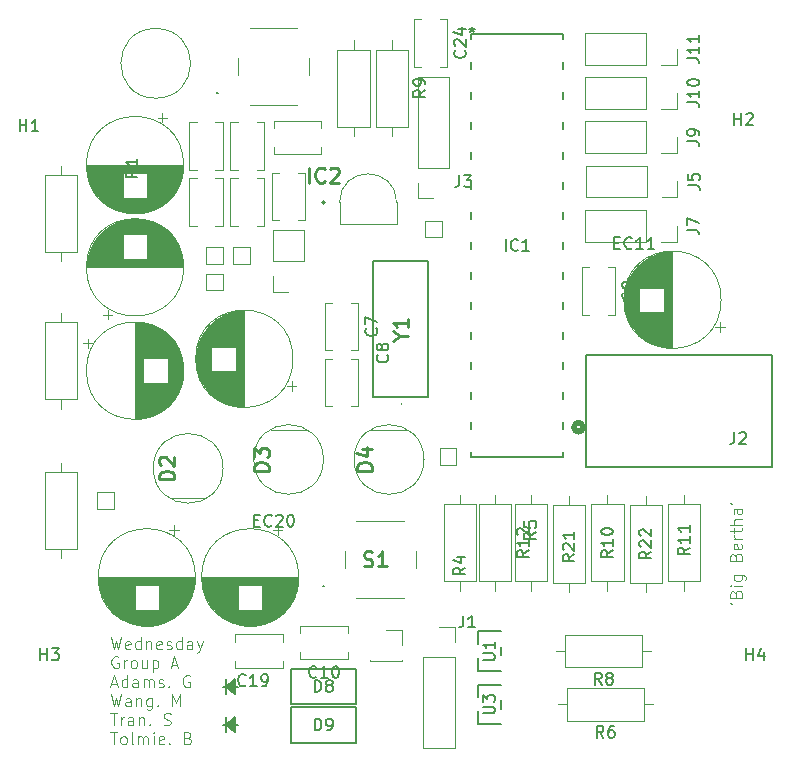
<source format=gbr>
%TF.GenerationSoftware,KiCad,Pcbnew,8.0.5*%
%TF.CreationDate,2024-09-27T23:03:38+12:00*%
%TF.ProjectId,LFR Blake Design 1,4c465220-426c-4616-9b65-204465736967,3*%
%TF.SameCoordinates,Original*%
%TF.FileFunction,Legend,Top*%
%TF.FilePolarity,Positive*%
%FSLAX46Y46*%
G04 Gerber Fmt 4.6, Leading zero omitted, Abs format (unit mm)*
G04 Created by KiCad (PCBNEW 8.0.5) date 2024-09-27 23:03:38*
%MOMM*%
%LPD*%
G01*
G04 APERTURE LIST*
%ADD10C,0.100000*%
%ADD11C,0.150000*%
%ADD12C,0.254000*%
%ADD13C,0.120000*%
%ADD14C,0.152400*%
%ADD15C,0.200000*%
%ADD16C,0.508000*%
G04 APERTURE END LIST*
D10*
X193872419Y-110148496D02*
X194062895Y-110243734D01*
X194348609Y-109386592D02*
X194396228Y-109243735D01*
X194396228Y-109243735D02*
X194443847Y-109196116D01*
X194443847Y-109196116D02*
X194539085Y-109148497D01*
X194539085Y-109148497D02*
X194681942Y-109148497D01*
X194681942Y-109148497D02*
X194777180Y-109196116D01*
X194777180Y-109196116D02*
X194824800Y-109243735D01*
X194824800Y-109243735D02*
X194872419Y-109338973D01*
X194872419Y-109338973D02*
X194872419Y-109719925D01*
X194872419Y-109719925D02*
X193872419Y-109719925D01*
X193872419Y-109719925D02*
X193872419Y-109386592D01*
X193872419Y-109386592D02*
X193920038Y-109291354D01*
X193920038Y-109291354D02*
X193967657Y-109243735D01*
X193967657Y-109243735D02*
X194062895Y-109196116D01*
X194062895Y-109196116D02*
X194158133Y-109196116D01*
X194158133Y-109196116D02*
X194253371Y-109243735D01*
X194253371Y-109243735D02*
X194300990Y-109291354D01*
X194300990Y-109291354D02*
X194348609Y-109386592D01*
X194348609Y-109386592D02*
X194348609Y-109719925D01*
X194872419Y-108719925D02*
X194205752Y-108719925D01*
X193872419Y-108719925D02*
X193920038Y-108767544D01*
X193920038Y-108767544D02*
X193967657Y-108719925D01*
X193967657Y-108719925D02*
X193920038Y-108672306D01*
X193920038Y-108672306D02*
X193872419Y-108719925D01*
X193872419Y-108719925D02*
X193967657Y-108719925D01*
X194205752Y-107815164D02*
X195015276Y-107815164D01*
X195015276Y-107815164D02*
X195110514Y-107862783D01*
X195110514Y-107862783D02*
X195158133Y-107910402D01*
X195158133Y-107910402D02*
X195205752Y-108005640D01*
X195205752Y-108005640D02*
X195205752Y-108148497D01*
X195205752Y-108148497D02*
X195158133Y-108243735D01*
X194824800Y-107815164D02*
X194872419Y-107910402D01*
X194872419Y-107910402D02*
X194872419Y-108100878D01*
X194872419Y-108100878D02*
X194824800Y-108196116D01*
X194824800Y-108196116D02*
X194777180Y-108243735D01*
X194777180Y-108243735D02*
X194681942Y-108291354D01*
X194681942Y-108291354D02*
X194396228Y-108291354D01*
X194396228Y-108291354D02*
X194300990Y-108243735D01*
X194300990Y-108243735D02*
X194253371Y-108196116D01*
X194253371Y-108196116D02*
X194205752Y-108100878D01*
X194205752Y-108100878D02*
X194205752Y-107910402D01*
X194205752Y-107910402D02*
X194253371Y-107815164D01*
X194348609Y-106243735D02*
X194396228Y-106100878D01*
X194396228Y-106100878D02*
X194443847Y-106053259D01*
X194443847Y-106053259D02*
X194539085Y-106005640D01*
X194539085Y-106005640D02*
X194681942Y-106005640D01*
X194681942Y-106005640D02*
X194777180Y-106053259D01*
X194777180Y-106053259D02*
X194824800Y-106100878D01*
X194824800Y-106100878D02*
X194872419Y-106196116D01*
X194872419Y-106196116D02*
X194872419Y-106577068D01*
X194872419Y-106577068D02*
X193872419Y-106577068D01*
X193872419Y-106577068D02*
X193872419Y-106243735D01*
X193872419Y-106243735D02*
X193920038Y-106148497D01*
X193920038Y-106148497D02*
X193967657Y-106100878D01*
X193967657Y-106100878D02*
X194062895Y-106053259D01*
X194062895Y-106053259D02*
X194158133Y-106053259D01*
X194158133Y-106053259D02*
X194253371Y-106100878D01*
X194253371Y-106100878D02*
X194300990Y-106148497D01*
X194300990Y-106148497D02*
X194348609Y-106243735D01*
X194348609Y-106243735D02*
X194348609Y-106577068D01*
X194824800Y-105196116D02*
X194872419Y-105291354D01*
X194872419Y-105291354D02*
X194872419Y-105481830D01*
X194872419Y-105481830D02*
X194824800Y-105577068D01*
X194824800Y-105577068D02*
X194729561Y-105624687D01*
X194729561Y-105624687D02*
X194348609Y-105624687D01*
X194348609Y-105624687D02*
X194253371Y-105577068D01*
X194253371Y-105577068D02*
X194205752Y-105481830D01*
X194205752Y-105481830D02*
X194205752Y-105291354D01*
X194205752Y-105291354D02*
X194253371Y-105196116D01*
X194253371Y-105196116D02*
X194348609Y-105148497D01*
X194348609Y-105148497D02*
X194443847Y-105148497D01*
X194443847Y-105148497D02*
X194539085Y-105624687D01*
X194872419Y-104719925D02*
X194205752Y-104719925D01*
X194396228Y-104719925D02*
X194300990Y-104672306D01*
X194300990Y-104672306D02*
X194253371Y-104624687D01*
X194253371Y-104624687D02*
X194205752Y-104529449D01*
X194205752Y-104529449D02*
X194205752Y-104434211D01*
X194205752Y-104243734D02*
X194205752Y-103862782D01*
X193872419Y-104100877D02*
X194729561Y-104100877D01*
X194729561Y-104100877D02*
X194824800Y-104053258D01*
X194824800Y-104053258D02*
X194872419Y-103958020D01*
X194872419Y-103958020D02*
X194872419Y-103862782D01*
X194872419Y-103529448D02*
X193872419Y-103529448D01*
X194872419Y-103100877D02*
X194348609Y-103100877D01*
X194348609Y-103100877D02*
X194253371Y-103148496D01*
X194253371Y-103148496D02*
X194205752Y-103243734D01*
X194205752Y-103243734D02*
X194205752Y-103386591D01*
X194205752Y-103386591D02*
X194253371Y-103481829D01*
X194253371Y-103481829D02*
X194300990Y-103529448D01*
X194872419Y-102196115D02*
X194348609Y-102196115D01*
X194348609Y-102196115D02*
X194253371Y-102243734D01*
X194253371Y-102243734D02*
X194205752Y-102338972D01*
X194205752Y-102338972D02*
X194205752Y-102529448D01*
X194205752Y-102529448D02*
X194253371Y-102624686D01*
X194824800Y-102196115D02*
X194872419Y-102291353D01*
X194872419Y-102291353D02*
X194872419Y-102529448D01*
X194872419Y-102529448D02*
X194824800Y-102624686D01*
X194824800Y-102624686D02*
X194729561Y-102672305D01*
X194729561Y-102672305D02*
X194634323Y-102672305D01*
X194634323Y-102672305D02*
X194539085Y-102624686D01*
X194539085Y-102624686D02*
X194491466Y-102529448D01*
X194491466Y-102529448D02*
X194491466Y-102291353D01*
X194491466Y-102291353D02*
X194443847Y-102196115D01*
X193872419Y-101672305D02*
X194062895Y-101767543D01*
X141458646Y-113072699D02*
X141696741Y-114072699D01*
X141696741Y-114072699D02*
X141887217Y-113358413D01*
X141887217Y-113358413D02*
X142077693Y-114072699D01*
X142077693Y-114072699D02*
X142315789Y-113072699D01*
X143077693Y-114025080D02*
X142982455Y-114072699D01*
X142982455Y-114072699D02*
X142791979Y-114072699D01*
X142791979Y-114072699D02*
X142696741Y-114025080D01*
X142696741Y-114025080D02*
X142649122Y-113929841D01*
X142649122Y-113929841D02*
X142649122Y-113548889D01*
X142649122Y-113548889D02*
X142696741Y-113453651D01*
X142696741Y-113453651D02*
X142791979Y-113406032D01*
X142791979Y-113406032D02*
X142982455Y-113406032D01*
X142982455Y-113406032D02*
X143077693Y-113453651D01*
X143077693Y-113453651D02*
X143125312Y-113548889D01*
X143125312Y-113548889D02*
X143125312Y-113644127D01*
X143125312Y-113644127D02*
X142649122Y-113739365D01*
X143982455Y-114072699D02*
X143982455Y-113072699D01*
X143982455Y-114025080D02*
X143887217Y-114072699D01*
X143887217Y-114072699D02*
X143696741Y-114072699D01*
X143696741Y-114072699D02*
X143601503Y-114025080D01*
X143601503Y-114025080D02*
X143553884Y-113977460D01*
X143553884Y-113977460D02*
X143506265Y-113882222D01*
X143506265Y-113882222D02*
X143506265Y-113596508D01*
X143506265Y-113596508D02*
X143553884Y-113501270D01*
X143553884Y-113501270D02*
X143601503Y-113453651D01*
X143601503Y-113453651D02*
X143696741Y-113406032D01*
X143696741Y-113406032D02*
X143887217Y-113406032D01*
X143887217Y-113406032D02*
X143982455Y-113453651D01*
X144458646Y-113406032D02*
X144458646Y-114072699D01*
X144458646Y-113501270D02*
X144506265Y-113453651D01*
X144506265Y-113453651D02*
X144601503Y-113406032D01*
X144601503Y-113406032D02*
X144744360Y-113406032D01*
X144744360Y-113406032D02*
X144839598Y-113453651D01*
X144839598Y-113453651D02*
X144887217Y-113548889D01*
X144887217Y-113548889D02*
X144887217Y-114072699D01*
X145744360Y-114025080D02*
X145649122Y-114072699D01*
X145649122Y-114072699D02*
X145458646Y-114072699D01*
X145458646Y-114072699D02*
X145363408Y-114025080D01*
X145363408Y-114025080D02*
X145315789Y-113929841D01*
X145315789Y-113929841D02*
X145315789Y-113548889D01*
X145315789Y-113548889D02*
X145363408Y-113453651D01*
X145363408Y-113453651D02*
X145458646Y-113406032D01*
X145458646Y-113406032D02*
X145649122Y-113406032D01*
X145649122Y-113406032D02*
X145744360Y-113453651D01*
X145744360Y-113453651D02*
X145791979Y-113548889D01*
X145791979Y-113548889D02*
X145791979Y-113644127D01*
X145791979Y-113644127D02*
X145315789Y-113739365D01*
X146172932Y-114025080D02*
X146268170Y-114072699D01*
X146268170Y-114072699D02*
X146458646Y-114072699D01*
X146458646Y-114072699D02*
X146553884Y-114025080D01*
X146553884Y-114025080D02*
X146601503Y-113929841D01*
X146601503Y-113929841D02*
X146601503Y-113882222D01*
X146601503Y-113882222D02*
X146553884Y-113786984D01*
X146553884Y-113786984D02*
X146458646Y-113739365D01*
X146458646Y-113739365D02*
X146315789Y-113739365D01*
X146315789Y-113739365D02*
X146220551Y-113691746D01*
X146220551Y-113691746D02*
X146172932Y-113596508D01*
X146172932Y-113596508D02*
X146172932Y-113548889D01*
X146172932Y-113548889D02*
X146220551Y-113453651D01*
X146220551Y-113453651D02*
X146315789Y-113406032D01*
X146315789Y-113406032D02*
X146458646Y-113406032D01*
X146458646Y-113406032D02*
X146553884Y-113453651D01*
X147458646Y-114072699D02*
X147458646Y-113072699D01*
X147458646Y-114025080D02*
X147363408Y-114072699D01*
X147363408Y-114072699D02*
X147172932Y-114072699D01*
X147172932Y-114072699D02*
X147077694Y-114025080D01*
X147077694Y-114025080D02*
X147030075Y-113977460D01*
X147030075Y-113977460D02*
X146982456Y-113882222D01*
X146982456Y-113882222D02*
X146982456Y-113596508D01*
X146982456Y-113596508D02*
X147030075Y-113501270D01*
X147030075Y-113501270D02*
X147077694Y-113453651D01*
X147077694Y-113453651D02*
X147172932Y-113406032D01*
X147172932Y-113406032D02*
X147363408Y-113406032D01*
X147363408Y-113406032D02*
X147458646Y-113453651D01*
X148363408Y-114072699D02*
X148363408Y-113548889D01*
X148363408Y-113548889D02*
X148315789Y-113453651D01*
X148315789Y-113453651D02*
X148220551Y-113406032D01*
X148220551Y-113406032D02*
X148030075Y-113406032D01*
X148030075Y-113406032D02*
X147934837Y-113453651D01*
X148363408Y-114025080D02*
X148268170Y-114072699D01*
X148268170Y-114072699D02*
X148030075Y-114072699D01*
X148030075Y-114072699D02*
X147934837Y-114025080D01*
X147934837Y-114025080D02*
X147887218Y-113929841D01*
X147887218Y-113929841D02*
X147887218Y-113834603D01*
X147887218Y-113834603D02*
X147934837Y-113739365D01*
X147934837Y-113739365D02*
X148030075Y-113691746D01*
X148030075Y-113691746D02*
X148268170Y-113691746D01*
X148268170Y-113691746D02*
X148363408Y-113644127D01*
X148744361Y-113406032D02*
X148982456Y-114072699D01*
X149220551Y-113406032D02*
X148982456Y-114072699D01*
X148982456Y-114072699D02*
X148887218Y-114310794D01*
X148887218Y-114310794D02*
X148839599Y-114358413D01*
X148839599Y-114358413D02*
X148744361Y-114406032D01*
X142077693Y-114730262D02*
X141982455Y-114682643D01*
X141982455Y-114682643D02*
X141839598Y-114682643D01*
X141839598Y-114682643D02*
X141696741Y-114730262D01*
X141696741Y-114730262D02*
X141601503Y-114825500D01*
X141601503Y-114825500D02*
X141553884Y-114920738D01*
X141553884Y-114920738D02*
X141506265Y-115111214D01*
X141506265Y-115111214D02*
X141506265Y-115254071D01*
X141506265Y-115254071D02*
X141553884Y-115444547D01*
X141553884Y-115444547D02*
X141601503Y-115539785D01*
X141601503Y-115539785D02*
X141696741Y-115635024D01*
X141696741Y-115635024D02*
X141839598Y-115682643D01*
X141839598Y-115682643D02*
X141934836Y-115682643D01*
X141934836Y-115682643D02*
X142077693Y-115635024D01*
X142077693Y-115635024D02*
X142125312Y-115587404D01*
X142125312Y-115587404D02*
X142125312Y-115254071D01*
X142125312Y-115254071D02*
X141934836Y-115254071D01*
X142553884Y-115682643D02*
X142553884Y-115015976D01*
X142553884Y-115206452D02*
X142601503Y-115111214D01*
X142601503Y-115111214D02*
X142649122Y-115063595D01*
X142649122Y-115063595D02*
X142744360Y-115015976D01*
X142744360Y-115015976D02*
X142839598Y-115015976D01*
X143315789Y-115682643D02*
X143220551Y-115635024D01*
X143220551Y-115635024D02*
X143172932Y-115587404D01*
X143172932Y-115587404D02*
X143125313Y-115492166D01*
X143125313Y-115492166D02*
X143125313Y-115206452D01*
X143125313Y-115206452D02*
X143172932Y-115111214D01*
X143172932Y-115111214D02*
X143220551Y-115063595D01*
X143220551Y-115063595D02*
X143315789Y-115015976D01*
X143315789Y-115015976D02*
X143458646Y-115015976D01*
X143458646Y-115015976D02*
X143553884Y-115063595D01*
X143553884Y-115063595D02*
X143601503Y-115111214D01*
X143601503Y-115111214D02*
X143649122Y-115206452D01*
X143649122Y-115206452D02*
X143649122Y-115492166D01*
X143649122Y-115492166D02*
X143601503Y-115587404D01*
X143601503Y-115587404D02*
X143553884Y-115635024D01*
X143553884Y-115635024D02*
X143458646Y-115682643D01*
X143458646Y-115682643D02*
X143315789Y-115682643D01*
X144506265Y-115015976D02*
X144506265Y-115682643D01*
X144077694Y-115015976D02*
X144077694Y-115539785D01*
X144077694Y-115539785D02*
X144125313Y-115635024D01*
X144125313Y-115635024D02*
X144220551Y-115682643D01*
X144220551Y-115682643D02*
X144363408Y-115682643D01*
X144363408Y-115682643D02*
X144458646Y-115635024D01*
X144458646Y-115635024D02*
X144506265Y-115587404D01*
X144982456Y-115015976D02*
X144982456Y-116015976D01*
X144982456Y-115063595D02*
X145077694Y-115015976D01*
X145077694Y-115015976D02*
X145268170Y-115015976D01*
X145268170Y-115015976D02*
X145363408Y-115063595D01*
X145363408Y-115063595D02*
X145411027Y-115111214D01*
X145411027Y-115111214D02*
X145458646Y-115206452D01*
X145458646Y-115206452D02*
X145458646Y-115492166D01*
X145458646Y-115492166D02*
X145411027Y-115587404D01*
X145411027Y-115587404D02*
X145363408Y-115635024D01*
X145363408Y-115635024D02*
X145268170Y-115682643D01*
X145268170Y-115682643D02*
X145077694Y-115682643D01*
X145077694Y-115682643D02*
X144982456Y-115635024D01*
X146601504Y-115396928D02*
X147077694Y-115396928D01*
X146506266Y-115682643D02*
X146839599Y-114682643D01*
X146839599Y-114682643D02*
X147172932Y-115682643D01*
X141506265Y-117006872D02*
X141982455Y-117006872D01*
X141411027Y-117292587D02*
X141744360Y-116292587D01*
X141744360Y-116292587D02*
X142077693Y-117292587D01*
X142839598Y-117292587D02*
X142839598Y-116292587D01*
X142839598Y-117244968D02*
X142744360Y-117292587D01*
X142744360Y-117292587D02*
X142553884Y-117292587D01*
X142553884Y-117292587D02*
X142458646Y-117244968D01*
X142458646Y-117244968D02*
X142411027Y-117197348D01*
X142411027Y-117197348D02*
X142363408Y-117102110D01*
X142363408Y-117102110D02*
X142363408Y-116816396D01*
X142363408Y-116816396D02*
X142411027Y-116721158D01*
X142411027Y-116721158D02*
X142458646Y-116673539D01*
X142458646Y-116673539D02*
X142553884Y-116625920D01*
X142553884Y-116625920D02*
X142744360Y-116625920D01*
X142744360Y-116625920D02*
X142839598Y-116673539D01*
X143744360Y-117292587D02*
X143744360Y-116768777D01*
X143744360Y-116768777D02*
X143696741Y-116673539D01*
X143696741Y-116673539D02*
X143601503Y-116625920D01*
X143601503Y-116625920D02*
X143411027Y-116625920D01*
X143411027Y-116625920D02*
X143315789Y-116673539D01*
X143744360Y-117244968D02*
X143649122Y-117292587D01*
X143649122Y-117292587D02*
X143411027Y-117292587D01*
X143411027Y-117292587D02*
X143315789Y-117244968D01*
X143315789Y-117244968D02*
X143268170Y-117149729D01*
X143268170Y-117149729D02*
X143268170Y-117054491D01*
X143268170Y-117054491D02*
X143315789Y-116959253D01*
X143315789Y-116959253D02*
X143411027Y-116911634D01*
X143411027Y-116911634D02*
X143649122Y-116911634D01*
X143649122Y-116911634D02*
X143744360Y-116864015D01*
X144220551Y-117292587D02*
X144220551Y-116625920D01*
X144220551Y-116721158D02*
X144268170Y-116673539D01*
X144268170Y-116673539D02*
X144363408Y-116625920D01*
X144363408Y-116625920D02*
X144506265Y-116625920D01*
X144506265Y-116625920D02*
X144601503Y-116673539D01*
X144601503Y-116673539D02*
X144649122Y-116768777D01*
X144649122Y-116768777D02*
X144649122Y-117292587D01*
X144649122Y-116768777D02*
X144696741Y-116673539D01*
X144696741Y-116673539D02*
X144791979Y-116625920D01*
X144791979Y-116625920D02*
X144934836Y-116625920D01*
X144934836Y-116625920D02*
X145030075Y-116673539D01*
X145030075Y-116673539D02*
X145077694Y-116768777D01*
X145077694Y-116768777D02*
X145077694Y-117292587D01*
X145506265Y-117244968D02*
X145601503Y-117292587D01*
X145601503Y-117292587D02*
X145791979Y-117292587D01*
X145791979Y-117292587D02*
X145887217Y-117244968D01*
X145887217Y-117244968D02*
X145934836Y-117149729D01*
X145934836Y-117149729D02*
X145934836Y-117102110D01*
X145934836Y-117102110D02*
X145887217Y-117006872D01*
X145887217Y-117006872D02*
X145791979Y-116959253D01*
X145791979Y-116959253D02*
X145649122Y-116959253D01*
X145649122Y-116959253D02*
X145553884Y-116911634D01*
X145553884Y-116911634D02*
X145506265Y-116816396D01*
X145506265Y-116816396D02*
X145506265Y-116768777D01*
X145506265Y-116768777D02*
X145553884Y-116673539D01*
X145553884Y-116673539D02*
X145649122Y-116625920D01*
X145649122Y-116625920D02*
X145791979Y-116625920D01*
X145791979Y-116625920D02*
X145887217Y-116673539D01*
X146363408Y-117197348D02*
X146411027Y-117244968D01*
X146411027Y-117244968D02*
X146363408Y-117292587D01*
X146363408Y-117292587D02*
X146315789Y-117244968D01*
X146315789Y-117244968D02*
X146363408Y-117197348D01*
X146363408Y-117197348D02*
X146363408Y-117292587D01*
X148125312Y-116340206D02*
X148030074Y-116292587D01*
X148030074Y-116292587D02*
X147887217Y-116292587D01*
X147887217Y-116292587D02*
X147744360Y-116340206D01*
X147744360Y-116340206D02*
X147649122Y-116435444D01*
X147649122Y-116435444D02*
X147601503Y-116530682D01*
X147601503Y-116530682D02*
X147553884Y-116721158D01*
X147553884Y-116721158D02*
X147553884Y-116864015D01*
X147553884Y-116864015D02*
X147601503Y-117054491D01*
X147601503Y-117054491D02*
X147649122Y-117149729D01*
X147649122Y-117149729D02*
X147744360Y-117244968D01*
X147744360Y-117244968D02*
X147887217Y-117292587D01*
X147887217Y-117292587D02*
X147982455Y-117292587D01*
X147982455Y-117292587D02*
X148125312Y-117244968D01*
X148125312Y-117244968D02*
X148172931Y-117197348D01*
X148172931Y-117197348D02*
X148172931Y-116864015D01*
X148172931Y-116864015D02*
X147982455Y-116864015D01*
X141458646Y-117902531D02*
X141696741Y-118902531D01*
X141696741Y-118902531D02*
X141887217Y-118188245D01*
X141887217Y-118188245D02*
X142077693Y-118902531D01*
X142077693Y-118902531D02*
X142315789Y-117902531D01*
X143125312Y-118902531D02*
X143125312Y-118378721D01*
X143125312Y-118378721D02*
X143077693Y-118283483D01*
X143077693Y-118283483D02*
X142982455Y-118235864D01*
X142982455Y-118235864D02*
X142791979Y-118235864D01*
X142791979Y-118235864D02*
X142696741Y-118283483D01*
X143125312Y-118854912D02*
X143030074Y-118902531D01*
X143030074Y-118902531D02*
X142791979Y-118902531D01*
X142791979Y-118902531D02*
X142696741Y-118854912D01*
X142696741Y-118854912D02*
X142649122Y-118759673D01*
X142649122Y-118759673D02*
X142649122Y-118664435D01*
X142649122Y-118664435D02*
X142696741Y-118569197D01*
X142696741Y-118569197D02*
X142791979Y-118521578D01*
X142791979Y-118521578D02*
X143030074Y-118521578D01*
X143030074Y-118521578D02*
X143125312Y-118473959D01*
X143601503Y-118235864D02*
X143601503Y-118902531D01*
X143601503Y-118331102D02*
X143649122Y-118283483D01*
X143649122Y-118283483D02*
X143744360Y-118235864D01*
X143744360Y-118235864D02*
X143887217Y-118235864D01*
X143887217Y-118235864D02*
X143982455Y-118283483D01*
X143982455Y-118283483D02*
X144030074Y-118378721D01*
X144030074Y-118378721D02*
X144030074Y-118902531D01*
X144934836Y-118235864D02*
X144934836Y-119045388D01*
X144934836Y-119045388D02*
X144887217Y-119140626D01*
X144887217Y-119140626D02*
X144839598Y-119188245D01*
X144839598Y-119188245D02*
X144744360Y-119235864D01*
X144744360Y-119235864D02*
X144601503Y-119235864D01*
X144601503Y-119235864D02*
X144506265Y-119188245D01*
X144934836Y-118854912D02*
X144839598Y-118902531D01*
X144839598Y-118902531D02*
X144649122Y-118902531D01*
X144649122Y-118902531D02*
X144553884Y-118854912D01*
X144553884Y-118854912D02*
X144506265Y-118807292D01*
X144506265Y-118807292D02*
X144458646Y-118712054D01*
X144458646Y-118712054D02*
X144458646Y-118426340D01*
X144458646Y-118426340D02*
X144506265Y-118331102D01*
X144506265Y-118331102D02*
X144553884Y-118283483D01*
X144553884Y-118283483D02*
X144649122Y-118235864D01*
X144649122Y-118235864D02*
X144839598Y-118235864D01*
X144839598Y-118235864D02*
X144934836Y-118283483D01*
X145411027Y-118807292D02*
X145458646Y-118854912D01*
X145458646Y-118854912D02*
X145411027Y-118902531D01*
X145411027Y-118902531D02*
X145363408Y-118854912D01*
X145363408Y-118854912D02*
X145411027Y-118807292D01*
X145411027Y-118807292D02*
X145411027Y-118902531D01*
X146649122Y-118902531D02*
X146649122Y-117902531D01*
X146649122Y-117902531D02*
X146982455Y-118616816D01*
X146982455Y-118616816D02*
X147315788Y-117902531D01*
X147315788Y-117902531D02*
X147315788Y-118902531D01*
X141411027Y-119512475D02*
X141982455Y-119512475D01*
X141696741Y-120512475D02*
X141696741Y-119512475D01*
X142315789Y-120512475D02*
X142315789Y-119845808D01*
X142315789Y-120036284D02*
X142363408Y-119941046D01*
X142363408Y-119941046D02*
X142411027Y-119893427D01*
X142411027Y-119893427D02*
X142506265Y-119845808D01*
X142506265Y-119845808D02*
X142601503Y-119845808D01*
X143363408Y-120512475D02*
X143363408Y-119988665D01*
X143363408Y-119988665D02*
X143315789Y-119893427D01*
X143315789Y-119893427D02*
X143220551Y-119845808D01*
X143220551Y-119845808D02*
X143030075Y-119845808D01*
X143030075Y-119845808D02*
X142934837Y-119893427D01*
X143363408Y-120464856D02*
X143268170Y-120512475D01*
X143268170Y-120512475D02*
X143030075Y-120512475D01*
X143030075Y-120512475D02*
X142934837Y-120464856D01*
X142934837Y-120464856D02*
X142887218Y-120369617D01*
X142887218Y-120369617D02*
X142887218Y-120274379D01*
X142887218Y-120274379D02*
X142934837Y-120179141D01*
X142934837Y-120179141D02*
X143030075Y-120131522D01*
X143030075Y-120131522D02*
X143268170Y-120131522D01*
X143268170Y-120131522D02*
X143363408Y-120083903D01*
X143839599Y-119845808D02*
X143839599Y-120512475D01*
X143839599Y-119941046D02*
X143887218Y-119893427D01*
X143887218Y-119893427D02*
X143982456Y-119845808D01*
X143982456Y-119845808D02*
X144125313Y-119845808D01*
X144125313Y-119845808D02*
X144220551Y-119893427D01*
X144220551Y-119893427D02*
X144268170Y-119988665D01*
X144268170Y-119988665D02*
X144268170Y-120512475D01*
X144744361Y-120417236D02*
X144791980Y-120464856D01*
X144791980Y-120464856D02*
X144744361Y-120512475D01*
X144744361Y-120512475D02*
X144696742Y-120464856D01*
X144696742Y-120464856D02*
X144744361Y-120417236D01*
X144744361Y-120417236D02*
X144744361Y-120512475D01*
X145934837Y-120464856D02*
X146077694Y-120512475D01*
X146077694Y-120512475D02*
X146315789Y-120512475D01*
X146315789Y-120512475D02*
X146411027Y-120464856D01*
X146411027Y-120464856D02*
X146458646Y-120417236D01*
X146458646Y-120417236D02*
X146506265Y-120321998D01*
X146506265Y-120321998D02*
X146506265Y-120226760D01*
X146506265Y-120226760D02*
X146458646Y-120131522D01*
X146458646Y-120131522D02*
X146411027Y-120083903D01*
X146411027Y-120083903D02*
X146315789Y-120036284D01*
X146315789Y-120036284D02*
X146125313Y-119988665D01*
X146125313Y-119988665D02*
X146030075Y-119941046D01*
X146030075Y-119941046D02*
X145982456Y-119893427D01*
X145982456Y-119893427D02*
X145934837Y-119798189D01*
X145934837Y-119798189D02*
X145934837Y-119702951D01*
X145934837Y-119702951D02*
X145982456Y-119607713D01*
X145982456Y-119607713D02*
X146030075Y-119560094D01*
X146030075Y-119560094D02*
X146125313Y-119512475D01*
X146125313Y-119512475D02*
X146363408Y-119512475D01*
X146363408Y-119512475D02*
X146506265Y-119560094D01*
X141411027Y-121122419D02*
X141982455Y-121122419D01*
X141696741Y-122122419D02*
X141696741Y-121122419D01*
X142458646Y-122122419D02*
X142363408Y-122074800D01*
X142363408Y-122074800D02*
X142315789Y-122027180D01*
X142315789Y-122027180D02*
X142268170Y-121931942D01*
X142268170Y-121931942D02*
X142268170Y-121646228D01*
X142268170Y-121646228D02*
X142315789Y-121550990D01*
X142315789Y-121550990D02*
X142363408Y-121503371D01*
X142363408Y-121503371D02*
X142458646Y-121455752D01*
X142458646Y-121455752D02*
X142601503Y-121455752D01*
X142601503Y-121455752D02*
X142696741Y-121503371D01*
X142696741Y-121503371D02*
X142744360Y-121550990D01*
X142744360Y-121550990D02*
X142791979Y-121646228D01*
X142791979Y-121646228D02*
X142791979Y-121931942D01*
X142791979Y-121931942D02*
X142744360Y-122027180D01*
X142744360Y-122027180D02*
X142696741Y-122074800D01*
X142696741Y-122074800D02*
X142601503Y-122122419D01*
X142601503Y-122122419D02*
X142458646Y-122122419D01*
X143363408Y-122122419D02*
X143268170Y-122074800D01*
X143268170Y-122074800D02*
X143220551Y-121979561D01*
X143220551Y-121979561D02*
X143220551Y-121122419D01*
X143744361Y-122122419D02*
X143744361Y-121455752D01*
X143744361Y-121550990D02*
X143791980Y-121503371D01*
X143791980Y-121503371D02*
X143887218Y-121455752D01*
X143887218Y-121455752D02*
X144030075Y-121455752D01*
X144030075Y-121455752D02*
X144125313Y-121503371D01*
X144125313Y-121503371D02*
X144172932Y-121598609D01*
X144172932Y-121598609D02*
X144172932Y-122122419D01*
X144172932Y-121598609D02*
X144220551Y-121503371D01*
X144220551Y-121503371D02*
X144315789Y-121455752D01*
X144315789Y-121455752D02*
X144458646Y-121455752D01*
X144458646Y-121455752D02*
X144553885Y-121503371D01*
X144553885Y-121503371D02*
X144601504Y-121598609D01*
X144601504Y-121598609D02*
X144601504Y-122122419D01*
X145077694Y-122122419D02*
X145077694Y-121455752D01*
X145077694Y-121122419D02*
X145030075Y-121170038D01*
X145030075Y-121170038D02*
X145077694Y-121217657D01*
X145077694Y-121217657D02*
X145125313Y-121170038D01*
X145125313Y-121170038D02*
X145077694Y-121122419D01*
X145077694Y-121122419D02*
X145077694Y-121217657D01*
X145934836Y-122074800D02*
X145839598Y-122122419D01*
X145839598Y-122122419D02*
X145649122Y-122122419D01*
X145649122Y-122122419D02*
X145553884Y-122074800D01*
X145553884Y-122074800D02*
X145506265Y-121979561D01*
X145506265Y-121979561D02*
X145506265Y-121598609D01*
X145506265Y-121598609D02*
X145553884Y-121503371D01*
X145553884Y-121503371D02*
X145649122Y-121455752D01*
X145649122Y-121455752D02*
X145839598Y-121455752D01*
X145839598Y-121455752D02*
X145934836Y-121503371D01*
X145934836Y-121503371D02*
X145982455Y-121598609D01*
X145982455Y-121598609D02*
X145982455Y-121693847D01*
X145982455Y-121693847D02*
X145506265Y-121789085D01*
X146411027Y-122027180D02*
X146458646Y-122074800D01*
X146458646Y-122074800D02*
X146411027Y-122122419D01*
X146411027Y-122122419D02*
X146363408Y-122074800D01*
X146363408Y-122074800D02*
X146411027Y-122027180D01*
X146411027Y-122027180D02*
X146411027Y-122122419D01*
X147982455Y-121598609D02*
X148125312Y-121646228D01*
X148125312Y-121646228D02*
X148172931Y-121693847D01*
X148172931Y-121693847D02*
X148220550Y-121789085D01*
X148220550Y-121789085D02*
X148220550Y-121931942D01*
X148220550Y-121931942D02*
X148172931Y-122027180D01*
X148172931Y-122027180D02*
X148125312Y-122074800D01*
X148125312Y-122074800D02*
X148030074Y-122122419D01*
X148030074Y-122122419D02*
X147649122Y-122122419D01*
X147649122Y-122122419D02*
X147649122Y-121122419D01*
X147649122Y-121122419D02*
X147982455Y-121122419D01*
X147982455Y-121122419D02*
X148077693Y-121170038D01*
X148077693Y-121170038D02*
X148125312Y-121217657D01*
X148125312Y-121217657D02*
X148172931Y-121312895D01*
X148172931Y-121312895D02*
X148172931Y-121408133D01*
X148172931Y-121408133D02*
X148125312Y-121503371D01*
X148125312Y-121503371D02*
X148077693Y-121550990D01*
X148077693Y-121550990D02*
X147982455Y-121598609D01*
X147982455Y-121598609D02*
X147649122Y-121598609D01*
D11*
X152857142Y-117109580D02*
X152809523Y-117157200D01*
X152809523Y-117157200D02*
X152666666Y-117204819D01*
X152666666Y-117204819D02*
X152571428Y-117204819D01*
X152571428Y-117204819D02*
X152428571Y-117157200D01*
X152428571Y-117157200D02*
X152333333Y-117061961D01*
X152333333Y-117061961D02*
X152285714Y-116966723D01*
X152285714Y-116966723D02*
X152238095Y-116776247D01*
X152238095Y-116776247D02*
X152238095Y-116633390D01*
X152238095Y-116633390D02*
X152285714Y-116442914D01*
X152285714Y-116442914D02*
X152333333Y-116347676D01*
X152333333Y-116347676D02*
X152428571Y-116252438D01*
X152428571Y-116252438D02*
X152571428Y-116204819D01*
X152571428Y-116204819D02*
X152666666Y-116204819D01*
X152666666Y-116204819D02*
X152809523Y-116252438D01*
X152809523Y-116252438D02*
X152857142Y-116300057D01*
X153809523Y-117204819D02*
X153238095Y-117204819D01*
X153523809Y-117204819D02*
X153523809Y-116204819D01*
X153523809Y-116204819D02*
X153428571Y-116347676D01*
X153428571Y-116347676D02*
X153333333Y-116442914D01*
X153333333Y-116442914D02*
X153238095Y-116490533D01*
X154285714Y-117204819D02*
X154476190Y-117204819D01*
X154476190Y-117204819D02*
X154571428Y-117157200D01*
X154571428Y-117157200D02*
X154619047Y-117109580D01*
X154619047Y-117109580D02*
X154714285Y-116966723D01*
X154714285Y-116966723D02*
X154761904Y-116776247D01*
X154761904Y-116776247D02*
X154761904Y-116395295D01*
X154761904Y-116395295D02*
X154714285Y-116300057D01*
X154714285Y-116300057D02*
X154666666Y-116252438D01*
X154666666Y-116252438D02*
X154571428Y-116204819D01*
X154571428Y-116204819D02*
X154380952Y-116204819D01*
X154380952Y-116204819D02*
X154285714Y-116252438D01*
X154285714Y-116252438D02*
X154238095Y-116300057D01*
X154238095Y-116300057D02*
X154190476Y-116395295D01*
X154190476Y-116395295D02*
X154190476Y-116633390D01*
X154190476Y-116633390D02*
X154238095Y-116728628D01*
X154238095Y-116728628D02*
X154285714Y-116776247D01*
X154285714Y-116776247D02*
X154380952Y-116823866D01*
X154380952Y-116823866D02*
X154571428Y-116823866D01*
X154571428Y-116823866D02*
X154666666Y-116776247D01*
X154666666Y-116776247D02*
X154714285Y-116728628D01*
X154714285Y-116728628D02*
X154761904Y-116633390D01*
X190249819Y-78583333D02*
X190964104Y-78583333D01*
X190964104Y-78583333D02*
X191106961Y-78630952D01*
X191106961Y-78630952D02*
X191202200Y-78726190D01*
X191202200Y-78726190D02*
X191249819Y-78869047D01*
X191249819Y-78869047D02*
X191249819Y-78964285D01*
X190249819Y-78202380D02*
X190249819Y-77535714D01*
X190249819Y-77535714D02*
X191249819Y-77964285D01*
D12*
X146824318Y-99707381D02*
X145554318Y-99707381D01*
X145554318Y-99707381D02*
X145554318Y-99405000D01*
X145554318Y-99405000D02*
X145614794Y-99223571D01*
X145614794Y-99223571D02*
X145735746Y-99102619D01*
X145735746Y-99102619D02*
X145856699Y-99042142D01*
X145856699Y-99042142D02*
X146098603Y-98981666D01*
X146098603Y-98981666D02*
X146280032Y-98981666D01*
X146280032Y-98981666D02*
X146521937Y-99042142D01*
X146521937Y-99042142D02*
X146642889Y-99102619D01*
X146642889Y-99102619D02*
X146763842Y-99223571D01*
X146763842Y-99223571D02*
X146824318Y-99405000D01*
X146824318Y-99405000D02*
X146824318Y-99707381D01*
X145675270Y-98497857D02*
X145614794Y-98437381D01*
X145614794Y-98437381D02*
X145554318Y-98316428D01*
X145554318Y-98316428D02*
X145554318Y-98014047D01*
X145554318Y-98014047D02*
X145614794Y-97893095D01*
X145614794Y-97893095D02*
X145675270Y-97832619D01*
X145675270Y-97832619D02*
X145796222Y-97772142D01*
X145796222Y-97772142D02*
X145917175Y-97772142D01*
X145917175Y-97772142D02*
X146098603Y-97832619D01*
X146098603Y-97832619D02*
X146824318Y-98558333D01*
X146824318Y-98558333D02*
X146824318Y-97772142D01*
D11*
X158710405Y-120954819D02*
X158710405Y-119954819D01*
X158710405Y-119954819D02*
X158948500Y-119954819D01*
X158948500Y-119954819D02*
X159091357Y-120002438D01*
X159091357Y-120002438D02*
X159186595Y-120097676D01*
X159186595Y-120097676D02*
X159234214Y-120192914D01*
X159234214Y-120192914D02*
X159281833Y-120383390D01*
X159281833Y-120383390D02*
X159281833Y-120526247D01*
X159281833Y-120526247D02*
X159234214Y-120716723D01*
X159234214Y-120716723D02*
X159186595Y-120811961D01*
X159186595Y-120811961D02*
X159091357Y-120907200D01*
X159091357Y-120907200D02*
X158948500Y-120954819D01*
X158948500Y-120954819D02*
X158710405Y-120954819D01*
X159758024Y-120954819D02*
X159948500Y-120954819D01*
X159948500Y-120954819D02*
X160043738Y-120907200D01*
X160043738Y-120907200D02*
X160091357Y-120859580D01*
X160091357Y-120859580D02*
X160186595Y-120716723D01*
X160186595Y-120716723D02*
X160234214Y-120526247D01*
X160234214Y-120526247D02*
X160234214Y-120145295D01*
X160234214Y-120145295D02*
X160186595Y-120050057D01*
X160186595Y-120050057D02*
X160138976Y-120002438D01*
X160138976Y-120002438D02*
X160043738Y-119954819D01*
X160043738Y-119954819D02*
X159853262Y-119954819D01*
X159853262Y-119954819D02*
X159758024Y-120002438D01*
X159758024Y-120002438D02*
X159710405Y-120050057D01*
X159710405Y-120050057D02*
X159662786Y-120145295D01*
X159662786Y-120145295D02*
X159662786Y-120383390D01*
X159662786Y-120383390D02*
X159710405Y-120478628D01*
X159710405Y-120478628D02*
X159758024Y-120526247D01*
X159758024Y-120526247D02*
X159853262Y-120573866D01*
X159853262Y-120573866D02*
X160043738Y-120573866D01*
X160043738Y-120573866D02*
X160138976Y-120526247D01*
X160138976Y-120526247D02*
X160186595Y-120478628D01*
X160186595Y-120478628D02*
X160234214Y-120383390D01*
X172954819Y-119511904D02*
X173764342Y-119511904D01*
X173764342Y-119511904D02*
X173859580Y-119464285D01*
X173859580Y-119464285D02*
X173907200Y-119416666D01*
X173907200Y-119416666D02*
X173954819Y-119321428D01*
X173954819Y-119321428D02*
X173954819Y-119130952D01*
X173954819Y-119130952D02*
X173907200Y-119035714D01*
X173907200Y-119035714D02*
X173859580Y-118988095D01*
X173859580Y-118988095D02*
X173764342Y-118940476D01*
X173764342Y-118940476D02*
X172954819Y-118940476D01*
X172954819Y-118559523D02*
X172954819Y-117940476D01*
X172954819Y-117940476D02*
X173335771Y-118273809D01*
X173335771Y-118273809D02*
X173335771Y-118130952D01*
X173335771Y-118130952D02*
X173383390Y-118035714D01*
X173383390Y-118035714D02*
X173431009Y-117988095D01*
X173431009Y-117988095D02*
X173526247Y-117940476D01*
X173526247Y-117940476D02*
X173764342Y-117940476D01*
X173764342Y-117940476D02*
X173859580Y-117988095D01*
X173859580Y-117988095D02*
X173907200Y-118035714D01*
X173907200Y-118035714D02*
X173954819Y-118130952D01*
X173954819Y-118130952D02*
X173954819Y-118416666D01*
X173954819Y-118416666D02*
X173907200Y-118511904D01*
X173907200Y-118511904D02*
X173859580Y-118559523D01*
X194238095Y-69704819D02*
X194238095Y-68704819D01*
X194238095Y-69181009D02*
X194809523Y-69181009D01*
X194809523Y-69704819D02*
X194809523Y-68704819D01*
X195238095Y-68800057D02*
X195285714Y-68752438D01*
X195285714Y-68752438D02*
X195380952Y-68704819D01*
X195380952Y-68704819D02*
X195619047Y-68704819D01*
X195619047Y-68704819D02*
X195714285Y-68752438D01*
X195714285Y-68752438D02*
X195761904Y-68800057D01*
X195761904Y-68800057D02*
X195809523Y-68895295D01*
X195809523Y-68895295D02*
X195809523Y-68990533D01*
X195809523Y-68990533D02*
X195761904Y-69133390D01*
X195761904Y-69133390D02*
X195190476Y-69704819D01*
X195190476Y-69704819D02*
X195809523Y-69704819D01*
X171454819Y-107166666D02*
X170978628Y-107499999D01*
X171454819Y-107738094D02*
X170454819Y-107738094D01*
X170454819Y-107738094D02*
X170454819Y-107357142D01*
X170454819Y-107357142D02*
X170502438Y-107261904D01*
X170502438Y-107261904D02*
X170550057Y-107214285D01*
X170550057Y-107214285D02*
X170645295Y-107166666D01*
X170645295Y-107166666D02*
X170788152Y-107166666D01*
X170788152Y-107166666D02*
X170883390Y-107214285D01*
X170883390Y-107214285D02*
X170931009Y-107261904D01*
X170931009Y-107261904D02*
X170978628Y-107357142D01*
X170978628Y-107357142D02*
X170978628Y-107738094D01*
X170788152Y-106309523D02*
X171454819Y-106309523D01*
X170407200Y-106547618D02*
X171121485Y-106785713D01*
X171121485Y-106785713D02*
X171121485Y-106166666D01*
X158710405Y-117704819D02*
X158710405Y-116704819D01*
X158710405Y-116704819D02*
X158948500Y-116704819D01*
X158948500Y-116704819D02*
X159091357Y-116752438D01*
X159091357Y-116752438D02*
X159186595Y-116847676D01*
X159186595Y-116847676D02*
X159234214Y-116942914D01*
X159234214Y-116942914D02*
X159281833Y-117133390D01*
X159281833Y-117133390D02*
X159281833Y-117276247D01*
X159281833Y-117276247D02*
X159234214Y-117466723D01*
X159234214Y-117466723D02*
X159186595Y-117561961D01*
X159186595Y-117561961D02*
X159091357Y-117657200D01*
X159091357Y-117657200D02*
X158948500Y-117704819D01*
X158948500Y-117704819D02*
X158710405Y-117704819D01*
X159853262Y-117133390D02*
X159758024Y-117085771D01*
X159758024Y-117085771D02*
X159710405Y-117038152D01*
X159710405Y-117038152D02*
X159662786Y-116942914D01*
X159662786Y-116942914D02*
X159662786Y-116895295D01*
X159662786Y-116895295D02*
X159710405Y-116800057D01*
X159710405Y-116800057D02*
X159758024Y-116752438D01*
X159758024Y-116752438D02*
X159853262Y-116704819D01*
X159853262Y-116704819D02*
X160043738Y-116704819D01*
X160043738Y-116704819D02*
X160138976Y-116752438D01*
X160138976Y-116752438D02*
X160186595Y-116800057D01*
X160186595Y-116800057D02*
X160234214Y-116895295D01*
X160234214Y-116895295D02*
X160234214Y-116942914D01*
X160234214Y-116942914D02*
X160186595Y-117038152D01*
X160186595Y-117038152D02*
X160138976Y-117085771D01*
X160138976Y-117085771D02*
X160043738Y-117133390D01*
X160043738Y-117133390D02*
X159853262Y-117133390D01*
X159853262Y-117133390D02*
X159758024Y-117181009D01*
X159758024Y-117181009D02*
X159710405Y-117228628D01*
X159710405Y-117228628D02*
X159662786Y-117323866D01*
X159662786Y-117323866D02*
X159662786Y-117514342D01*
X159662786Y-117514342D02*
X159710405Y-117609580D01*
X159710405Y-117609580D02*
X159758024Y-117657200D01*
X159758024Y-117657200D02*
X159853262Y-117704819D01*
X159853262Y-117704819D02*
X160043738Y-117704819D01*
X160043738Y-117704819D02*
X160138976Y-117657200D01*
X160138976Y-117657200D02*
X160186595Y-117609580D01*
X160186595Y-117609580D02*
X160234214Y-117514342D01*
X160234214Y-117514342D02*
X160234214Y-117323866D01*
X160234214Y-117323866D02*
X160186595Y-117228628D01*
X160186595Y-117228628D02*
X160138976Y-117181009D01*
X160138976Y-117181009D02*
X160043738Y-117133390D01*
X195238095Y-115004819D02*
X195238095Y-114004819D01*
X195238095Y-114481009D02*
X195809523Y-114481009D01*
X195809523Y-115004819D02*
X195809523Y-114004819D01*
X196714285Y-114338152D02*
X196714285Y-115004819D01*
X196476190Y-113957200D02*
X196238095Y-114671485D01*
X196238095Y-114671485D02*
X196857142Y-114671485D01*
X153583333Y-103181009D02*
X153916666Y-103181009D01*
X154059523Y-103704819D02*
X153583333Y-103704819D01*
X153583333Y-103704819D02*
X153583333Y-102704819D01*
X153583333Y-102704819D02*
X154059523Y-102704819D01*
X155059523Y-103609580D02*
X155011904Y-103657200D01*
X155011904Y-103657200D02*
X154869047Y-103704819D01*
X154869047Y-103704819D02*
X154773809Y-103704819D01*
X154773809Y-103704819D02*
X154630952Y-103657200D01*
X154630952Y-103657200D02*
X154535714Y-103561961D01*
X154535714Y-103561961D02*
X154488095Y-103466723D01*
X154488095Y-103466723D02*
X154440476Y-103276247D01*
X154440476Y-103276247D02*
X154440476Y-103133390D01*
X154440476Y-103133390D02*
X154488095Y-102942914D01*
X154488095Y-102942914D02*
X154535714Y-102847676D01*
X154535714Y-102847676D02*
X154630952Y-102752438D01*
X154630952Y-102752438D02*
X154773809Y-102704819D01*
X154773809Y-102704819D02*
X154869047Y-102704819D01*
X154869047Y-102704819D02*
X155011904Y-102752438D01*
X155011904Y-102752438D02*
X155059523Y-102800057D01*
X155440476Y-102800057D02*
X155488095Y-102752438D01*
X155488095Y-102752438D02*
X155583333Y-102704819D01*
X155583333Y-102704819D02*
X155821428Y-102704819D01*
X155821428Y-102704819D02*
X155916666Y-102752438D01*
X155916666Y-102752438D02*
X155964285Y-102800057D01*
X155964285Y-102800057D02*
X156011904Y-102895295D01*
X156011904Y-102895295D02*
X156011904Y-102990533D01*
X156011904Y-102990533D02*
X155964285Y-103133390D01*
X155964285Y-103133390D02*
X155392857Y-103704819D01*
X155392857Y-103704819D02*
X156011904Y-103704819D01*
X156630952Y-102704819D02*
X156726190Y-102704819D01*
X156726190Y-102704819D02*
X156821428Y-102752438D01*
X156821428Y-102752438D02*
X156869047Y-102800057D01*
X156869047Y-102800057D02*
X156916666Y-102895295D01*
X156916666Y-102895295D02*
X156964285Y-103085771D01*
X156964285Y-103085771D02*
X156964285Y-103323866D01*
X156964285Y-103323866D02*
X156916666Y-103514342D01*
X156916666Y-103514342D02*
X156869047Y-103609580D01*
X156869047Y-103609580D02*
X156821428Y-103657200D01*
X156821428Y-103657200D02*
X156726190Y-103704819D01*
X156726190Y-103704819D02*
X156630952Y-103704819D01*
X156630952Y-103704819D02*
X156535714Y-103657200D01*
X156535714Y-103657200D02*
X156488095Y-103609580D01*
X156488095Y-103609580D02*
X156440476Y-103514342D01*
X156440476Y-103514342D02*
X156392857Y-103323866D01*
X156392857Y-103323866D02*
X156392857Y-103085771D01*
X156392857Y-103085771D02*
X156440476Y-102895295D01*
X156440476Y-102895295D02*
X156488095Y-102800057D01*
X156488095Y-102800057D02*
X156535714Y-102752438D01*
X156535714Y-102752438D02*
X156630952Y-102704819D01*
X177454819Y-104166666D02*
X176978628Y-104499999D01*
X177454819Y-104738094D02*
X176454819Y-104738094D01*
X176454819Y-104738094D02*
X176454819Y-104357142D01*
X176454819Y-104357142D02*
X176502438Y-104261904D01*
X176502438Y-104261904D02*
X176550057Y-104214285D01*
X176550057Y-104214285D02*
X176645295Y-104166666D01*
X176645295Y-104166666D02*
X176788152Y-104166666D01*
X176788152Y-104166666D02*
X176883390Y-104214285D01*
X176883390Y-104214285D02*
X176931009Y-104261904D01*
X176931009Y-104261904D02*
X176978628Y-104357142D01*
X176978628Y-104357142D02*
X176978628Y-104738094D01*
X176454819Y-103261904D02*
X176454819Y-103738094D01*
X176454819Y-103738094D02*
X176931009Y-103785713D01*
X176931009Y-103785713D02*
X176883390Y-103738094D01*
X176883390Y-103738094D02*
X176835771Y-103642856D01*
X176835771Y-103642856D02*
X176835771Y-103404761D01*
X176835771Y-103404761D02*
X176883390Y-103309523D01*
X176883390Y-103309523D02*
X176931009Y-103261904D01*
X176931009Y-103261904D02*
X177026247Y-103214285D01*
X177026247Y-103214285D02*
X177264342Y-103214285D01*
X177264342Y-103214285D02*
X177359580Y-103261904D01*
X177359580Y-103261904D02*
X177407200Y-103309523D01*
X177407200Y-103309523D02*
X177454819Y-103404761D01*
X177454819Y-103404761D02*
X177454819Y-103642856D01*
X177454819Y-103642856D02*
X177407200Y-103738094D01*
X177407200Y-103738094D02*
X177359580Y-103785713D01*
X168074819Y-66746666D02*
X167598628Y-67079999D01*
X168074819Y-67318094D02*
X167074819Y-67318094D01*
X167074819Y-67318094D02*
X167074819Y-66937142D01*
X167074819Y-66937142D02*
X167122438Y-66841904D01*
X167122438Y-66841904D02*
X167170057Y-66794285D01*
X167170057Y-66794285D02*
X167265295Y-66746666D01*
X167265295Y-66746666D02*
X167408152Y-66746666D01*
X167408152Y-66746666D02*
X167503390Y-66794285D01*
X167503390Y-66794285D02*
X167551009Y-66841904D01*
X167551009Y-66841904D02*
X167598628Y-66937142D01*
X167598628Y-66937142D02*
X167598628Y-67318094D01*
X168074819Y-66270475D02*
X168074819Y-66079999D01*
X168074819Y-66079999D02*
X168027200Y-65984761D01*
X168027200Y-65984761D02*
X167979580Y-65937142D01*
X167979580Y-65937142D02*
X167836723Y-65841904D01*
X167836723Y-65841904D02*
X167646247Y-65794285D01*
X167646247Y-65794285D02*
X167265295Y-65794285D01*
X167265295Y-65794285D02*
X167170057Y-65841904D01*
X167170057Y-65841904D02*
X167122438Y-65889523D01*
X167122438Y-65889523D02*
X167074819Y-65984761D01*
X167074819Y-65984761D02*
X167074819Y-66175237D01*
X167074819Y-66175237D02*
X167122438Y-66270475D01*
X167122438Y-66270475D02*
X167170057Y-66318094D01*
X167170057Y-66318094D02*
X167265295Y-66365713D01*
X167265295Y-66365713D02*
X167503390Y-66365713D01*
X167503390Y-66365713D02*
X167598628Y-66318094D01*
X167598628Y-66318094D02*
X167646247Y-66270475D01*
X167646247Y-66270475D02*
X167693866Y-66175237D01*
X167693866Y-66175237D02*
X167693866Y-65984761D01*
X167693866Y-65984761D02*
X167646247Y-65889523D01*
X167646247Y-65889523D02*
X167598628Y-65841904D01*
X167598628Y-65841904D02*
X167503390Y-65794285D01*
X176824819Y-105722857D02*
X176348628Y-106056190D01*
X176824819Y-106294285D02*
X175824819Y-106294285D01*
X175824819Y-106294285D02*
X175824819Y-105913333D01*
X175824819Y-105913333D02*
X175872438Y-105818095D01*
X175872438Y-105818095D02*
X175920057Y-105770476D01*
X175920057Y-105770476D02*
X176015295Y-105722857D01*
X176015295Y-105722857D02*
X176158152Y-105722857D01*
X176158152Y-105722857D02*
X176253390Y-105770476D01*
X176253390Y-105770476D02*
X176301009Y-105818095D01*
X176301009Y-105818095D02*
X176348628Y-105913333D01*
X176348628Y-105913333D02*
X176348628Y-106294285D01*
X176824819Y-104770476D02*
X176824819Y-105341904D01*
X176824819Y-105056190D02*
X175824819Y-105056190D01*
X175824819Y-105056190D02*
X175967676Y-105151428D01*
X175967676Y-105151428D02*
X176062914Y-105246666D01*
X176062914Y-105246666D02*
X176110533Y-105341904D01*
X175920057Y-104389523D02*
X175872438Y-104341904D01*
X175872438Y-104341904D02*
X175824819Y-104246666D01*
X175824819Y-104246666D02*
X175824819Y-104008571D01*
X175824819Y-104008571D02*
X175872438Y-103913333D01*
X175872438Y-103913333D02*
X175920057Y-103865714D01*
X175920057Y-103865714D02*
X176015295Y-103818095D01*
X176015295Y-103818095D02*
X176110533Y-103818095D01*
X176110533Y-103818095D02*
X176253390Y-103865714D01*
X176253390Y-103865714D02*
X176824819Y-104437142D01*
X176824819Y-104437142D02*
X176824819Y-103818095D01*
X133738095Y-70204819D02*
X133738095Y-69204819D01*
X133738095Y-69681009D02*
X134309523Y-69681009D01*
X134309523Y-70204819D02*
X134309523Y-69204819D01*
X135309523Y-70204819D02*
X134738095Y-70204819D01*
X135023809Y-70204819D02*
X135023809Y-69204819D01*
X135023809Y-69204819D02*
X134928571Y-69347676D01*
X134928571Y-69347676D02*
X134833333Y-69442914D01*
X134833333Y-69442914D02*
X134738095Y-69490533D01*
X190454819Y-105472857D02*
X189978628Y-105806190D01*
X190454819Y-106044285D02*
X189454819Y-106044285D01*
X189454819Y-106044285D02*
X189454819Y-105663333D01*
X189454819Y-105663333D02*
X189502438Y-105568095D01*
X189502438Y-105568095D02*
X189550057Y-105520476D01*
X189550057Y-105520476D02*
X189645295Y-105472857D01*
X189645295Y-105472857D02*
X189788152Y-105472857D01*
X189788152Y-105472857D02*
X189883390Y-105520476D01*
X189883390Y-105520476D02*
X189931009Y-105568095D01*
X189931009Y-105568095D02*
X189978628Y-105663333D01*
X189978628Y-105663333D02*
X189978628Y-106044285D01*
X190454819Y-104520476D02*
X190454819Y-105091904D01*
X190454819Y-104806190D02*
X189454819Y-104806190D01*
X189454819Y-104806190D02*
X189597676Y-104901428D01*
X189597676Y-104901428D02*
X189692914Y-104996666D01*
X189692914Y-104996666D02*
X189740533Y-105091904D01*
X190454819Y-103568095D02*
X190454819Y-104139523D01*
X190454819Y-103853809D02*
X189454819Y-103853809D01*
X189454819Y-103853809D02*
X189597676Y-103949047D01*
X189597676Y-103949047D02*
X189692914Y-104044285D01*
X189692914Y-104044285D02*
X189740533Y-104139523D01*
D12*
X162876380Y-107013842D02*
X163057809Y-107074318D01*
X163057809Y-107074318D02*
X163360190Y-107074318D01*
X163360190Y-107074318D02*
X163481142Y-107013842D01*
X163481142Y-107013842D02*
X163541618Y-106953365D01*
X163541618Y-106953365D02*
X163602095Y-106832413D01*
X163602095Y-106832413D02*
X163602095Y-106711461D01*
X163602095Y-106711461D02*
X163541618Y-106590508D01*
X163541618Y-106590508D02*
X163481142Y-106530032D01*
X163481142Y-106530032D02*
X163360190Y-106469556D01*
X163360190Y-106469556D02*
X163118285Y-106409080D01*
X163118285Y-106409080D02*
X162997333Y-106348603D01*
X162997333Y-106348603D02*
X162936856Y-106288127D01*
X162936856Y-106288127D02*
X162876380Y-106167175D01*
X162876380Y-106167175D02*
X162876380Y-106046222D01*
X162876380Y-106046222D02*
X162936856Y-105925270D01*
X162936856Y-105925270D02*
X162997333Y-105864794D01*
X162997333Y-105864794D02*
X163118285Y-105804318D01*
X163118285Y-105804318D02*
X163420666Y-105804318D01*
X163420666Y-105804318D02*
X163602095Y-105864794D01*
X164811619Y-107074318D02*
X164085904Y-107074318D01*
X164448761Y-107074318D02*
X164448761Y-105804318D01*
X164448761Y-105804318D02*
X164327809Y-105985746D01*
X164327809Y-105985746D02*
X164206857Y-106106699D01*
X164206857Y-106106699D02*
X164085904Y-106167175D01*
D11*
X183954819Y-105722857D02*
X183478628Y-106056190D01*
X183954819Y-106294285D02*
X182954819Y-106294285D01*
X182954819Y-106294285D02*
X182954819Y-105913333D01*
X182954819Y-105913333D02*
X183002438Y-105818095D01*
X183002438Y-105818095D02*
X183050057Y-105770476D01*
X183050057Y-105770476D02*
X183145295Y-105722857D01*
X183145295Y-105722857D02*
X183288152Y-105722857D01*
X183288152Y-105722857D02*
X183383390Y-105770476D01*
X183383390Y-105770476D02*
X183431009Y-105818095D01*
X183431009Y-105818095D02*
X183478628Y-105913333D01*
X183478628Y-105913333D02*
X183478628Y-106294285D01*
X183954819Y-104770476D02*
X183954819Y-105341904D01*
X183954819Y-105056190D02*
X182954819Y-105056190D01*
X182954819Y-105056190D02*
X183097676Y-105151428D01*
X183097676Y-105151428D02*
X183192914Y-105246666D01*
X183192914Y-105246666D02*
X183240533Y-105341904D01*
X182954819Y-104151428D02*
X182954819Y-104056190D01*
X182954819Y-104056190D02*
X183002438Y-103960952D01*
X183002438Y-103960952D02*
X183050057Y-103913333D01*
X183050057Y-103913333D02*
X183145295Y-103865714D01*
X183145295Y-103865714D02*
X183335771Y-103818095D01*
X183335771Y-103818095D02*
X183573866Y-103818095D01*
X183573866Y-103818095D02*
X183764342Y-103865714D01*
X183764342Y-103865714D02*
X183859580Y-103913333D01*
X183859580Y-103913333D02*
X183907200Y-103960952D01*
X183907200Y-103960952D02*
X183954819Y-104056190D01*
X183954819Y-104056190D02*
X183954819Y-104151428D01*
X183954819Y-104151428D02*
X183907200Y-104246666D01*
X183907200Y-104246666D02*
X183859580Y-104294285D01*
X183859580Y-104294285D02*
X183764342Y-104341904D01*
X183764342Y-104341904D02*
X183573866Y-104389523D01*
X183573866Y-104389523D02*
X183335771Y-104389523D01*
X183335771Y-104389523D02*
X183145295Y-104341904D01*
X183145295Y-104341904D02*
X183050057Y-104294285D01*
X183050057Y-104294285D02*
X183002438Y-104246666D01*
X183002438Y-104246666D02*
X182954819Y-104151428D01*
X183003333Y-117074819D02*
X182670000Y-116598628D01*
X182431905Y-117074819D02*
X182431905Y-116074819D01*
X182431905Y-116074819D02*
X182812857Y-116074819D01*
X182812857Y-116074819D02*
X182908095Y-116122438D01*
X182908095Y-116122438D02*
X182955714Y-116170057D01*
X182955714Y-116170057D02*
X183003333Y-116265295D01*
X183003333Y-116265295D02*
X183003333Y-116408152D01*
X183003333Y-116408152D02*
X182955714Y-116503390D01*
X182955714Y-116503390D02*
X182908095Y-116551009D01*
X182908095Y-116551009D02*
X182812857Y-116598628D01*
X182812857Y-116598628D02*
X182431905Y-116598628D01*
X183574762Y-116503390D02*
X183479524Y-116455771D01*
X183479524Y-116455771D02*
X183431905Y-116408152D01*
X183431905Y-116408152D02*
X183384286Y-116312914D01*
X183384286Y-116312914D02*
X183384286Y-116265295D01*
X183384286Y-116265295D02*
X183431905Y-116170057D01*
X183431905Y-116170057D02*
X183479524Y-116122438D01*
X183479524Y-116122438D02*
X183574762Y-116074819D01*
X183574762Y-116074819D02*
X183765238Y-116074819D01*
X183765238Y-116074819D02*
X183860476Y-116122438D01*
X183860476Y-116122438D02*
X183908095Y-116170057D01*
X183908095Y-116170057D02*
X183955714Y-116265295D01*
X183955714Y-116265295D02*
X183955714Y-116312914D01*
X183955714Y-116312914D02*
X183908095Y-116408152D01*
X183908095Y-116408152D02*
X183860476Y-116455771D01*
X183860476Y-116455771D02*
X183765238Y-116503390D01*
X183765238Y-116503390D02*
X183574762Y-116503390D01*
X183574762Y-116503390D02*
X183479524Y-116551009D01*
X183479524Y-116551009D02*
X183431905Y-116598628D01*
X183431905Y-116598628D02*
X183384286Y-116693866D01*
X183384286Y-116693866D02*
X183384286Y-116884342D01*
X183384286Y-116884342D02*
X183431905Y-116979580D01*
X183431905Y-116979580D02*
X183479524Y-117027200D01*
X183479524Y-117027200D02*
X183574762Y-117074819D01*
X183574762Y-117074819D02*
X183765238Y-117074819D01*
X183765238Y-117074819D02*
X183860476Y-117027200D01*
X183860476Y-117027200D02*
X183908095Y-116979580D01*
X183908095Y-116979580D02*
X183955714Y-116884342D01*
X183955714Y-116884342D02*
X183955714Y-116693866D01*
X183955714Y-116693866D02*
X183908095Y-116598628D01*
X183908095Y-116598628D02*
X183860476Y-116551009D01*
X183860476Y-116551009D02*
X183765238Y-116503390D01*
X180704819Y-106062857D02*
X180228628Y-106396190D01*
X180704819Y-106634285D02*
X179704819Y-106634285D01*
X179704819Y-106634285D02*
X179704819Y-106253333D01*
X179704819Y-106253333D02*
X179752438Y-106158095D01*
X179752438Y-106158095D02*
X179800057Y-106110476D01*
X179800057Y-106110476D02*
X179895295Y-106062857D01*
X179895295Y-106062857D02*
X180038152Y-106062857D01*
X180038152Y-106062857D02*
X180133390Y-106110476D01*
X180133390Y-106110476D02*
X180181009Y-106158095D01*
X180181009Y-106158095D02*
X180228628Y-106253333D01*
X180228628Y-106253333D02*
X180228628Y-106634285D01*
X179800057Y-105681904D02*
X179752438Y-105634285D01*
X179752438Y-105634285D02*
X179704819Y-105539047D01*
X179704819Y-105539047D02*
X179704819Y-105300952D01*
X179704819Y-105300952D02*
X179752438Y-105205714D01*
X179752438Y-105205714D02*
X179800057Y-105158095D01*
X179800057Y-105158095D02*
X179895295Y-105110476D01*
X179895295Y-105110476D02*
X179990533Y-105110476D01*
X179990533Y-105110476D02*
X180133390Y-105158095D01*
X180133390Y-105158095D02*
X180704819Y-105729523D01*
X180704819Y-105729523D02*
X180704819Y-105110476D01*
X180704819Y-104158095D02*
X180704819Y-104729523D01*
X180704819Y-104443809D02*
X179704819Y-104443809D01*
X179704819Y-104443809D02*
X179847676Y-104539047D01*
X179847676Y-104539047D02*
X179942914Y-104634285D01*
X179942914Y-104634285D02*
X179990533Y-104729523D01*
X163909580Y-86916666D02*
X163957200Y-86964285D01*
X163957200Y-86964285D02*
X164004819Y-87107142D01*
X164004819Y-87107142D02*
X164004819Y-87202380D01*
X164004819Y-87202380D02*
X163957200Y-87345237D01*
X163957200Y-87345237D02*
X163861961Y-87440475D01*
X163861961Y-87440475D02*
X163766723Y-87488094D01*
X163766723Y-87488094D02*
X163576247Y-87535713D01*
X163576247Y-87535713D02*
X163433390Y-87535713D01*
X163433390Y-87535713D02*
X163242914Y-87488094D01*
X163242914Y-87488094D02*
X163147676Y-87440475D01*
X163147676Y-87440475D02*
X163052438Y-87345237D01*
X163052438Y-87345237D02*
X163004819Y-87202380D01*
X163004819Y-87202380D02*
X163004819Y-87107142D01*
X163004819Y-87107142D02*
X163052438Y-86964285D01*
X163052438Y-86964285D02*
X163100057Y-86916666D01*
X163004819Y-86583332D02*
X163004819Y-85916666D01*
X163004819Y-85916666D02*
X164004819Y-86345237D01*
X172954819Y-115011904D02*
X173764342Y-115011904D01*
X173764342Y-115011904D02*
X173859580Y-114964285D01*
X173859580Y-114964285D02*
X173907200Y-114916666D01*
X173907200Y-114916666D02*
X173954819Y-114821428D01*
X173954819Y-114821428D02*
X173954819Y-114630952D01*
X173954819Y-114630952D02*
X173907200Y-114535714D01*
X173907200Y-114535714D02*
X173859580Y-114488095D01*
X173859580Y-114488095D02*
X173764342Y-114440476D01*
X173764342Y-114440476D02*
X172954819Y-114440476D01*
X173954819Y-113440476D02*
X173954819Y-114011904D01*
X173954819Y-113726190D02*
X172954819Y-113726190D01*
X172954819Y-113726190D02*
X173097676Y-113821428D01*
X173097676Y-113821428D02*
X173192914Y-113916666D01*
X173192914Y-113916666D02*
X173240533Y-114011904D01*
X185659580Y-83916666D02*
X185707200Y-83964285D01*
X185707200Y-83964285D02*
X185754819Y-84107142D01*
X185754819Y-84107142D02*
X185754819Y-84202380D01*
X185754819Y-84202380D02*
X185707200Y-84345237D01*
X185707200Y-84345237D02*
X185611961Y-84440475D01*
X185611961Y-84440475D02*
X185516723Y-84488094D01*
X185516723Y-84488094D02*
X185326247Y-84535713D01*
X185326247Y-84535713D02*
X185183390Y-84535713D01*
X185183390Y-84535713D02*
X184992914Y-84488094D01*
X184992914Y-84488094D02*
X184897676Y-84440475D01*
X184897676Y-84440475D02*
X184802438Y-84345237D01*
X184802438Y-84345237D02*
X184754819Y-84202380D01*
X184754819Y-84202380D02*
X184754819Y-84107142D01*
X184754819Y-84107142D02*
X184802438Y-83964285D01*
X184802438Y-83964285D02*
X184850057Y-83916666D01*
X185754819Y-83440475D02*
X185754819Y-83249999D01*
X185754819Y-83249999D02*
X185707200Y-83154761D01*
X185707200Y-83154761D02*
X185659580Y-83107142D01*
X185659580Y-83107142D02*
X185516723Y-83011904D01*
X185516723Y-83011904D02*
X185326247Y-82964285D01*
X185326247Y-82964285D02*
X184945295Y-82964285D01*
X184945295Y-82964285D02*
X184850057Y-83011904D01*
X184850057Y-83011904D02*
X184802438Y-83059523D01*
X184802438Y-83059523D02*
X184754819Y-83154761D01*
X184754819Y-83154761D02*
X184754819Y-83345237D01*
X184754819Y-83345237D02*
X184802438Y-83440475D01*
X184802438Y-83440475D02*
X184850057Y-83488094D01*
X184850057Y-83488094D02*
X184945295Y-83535713D01*
X184945295Y-83535713D02*
X185183390Y-83535713D01*
X185183390Y-83535713D02*
X185278628Y-83488094D01*
X185278628Y-83488094D02*
X185326247Y-83440475D01*
X185326247Y-83440475D02*
X185373866Y-83345237D01*
X185373866Y-83345237D02*
X185373866Y-83154761D01*
X185373866Y-83154761D02*
X185326247Y-83059523D01*
X185326247Y-83059523D02*
X185278628Y-83011904D01*
X185278628Y-83011904D02*
X185183390Y-82964285D01*
X190304819Y-74808333D02*
X191019104Y-74808333D01*
X191019104Y-74808333D02*
X191161961Y-74855952D01*
X191161961Y-74855952D02*
X191257200Y-74951190D01*
X191257200Y-74951190D02*
X191304819Y-75094047D01*
X191304819Y-75094047D02*
X191304819Y-75189285D01*
X190304819Y-73855952D02*
X190304819Y-74332142D01*
X190304819Y-74332142D02*
X190781009Y-74379761D01*
X190781009Y-74379761D02*
X190733390Y-74332142D01*
X190733390Y-74332142D02*
X190685771Y-74236904D01*
X190685771Y-74236904D02*
X190685771Y-73998809D01*
X190685771Y-73998809D02*
X190733390Y-73903571D01*
X190733390Y-73903571D02*
X190781009Y-73855952D01*
X190781009Y-73855952D02*
X190876247Y-73808333D01*
X190876247Y-73808333D02*
X191114342Y-73808333D01*
X191114342Y-73808333D02*
X191209580Y-73855952D01*
X191209580Y-73855952D02*
X191257200Y-73903571D01*
X191257200Y-73903571D02*
X191304819Y-73998809D01*
X191304819Y-73998809D02*
X191304819Y-74236904D01*
X191304819Y-74236904D02*
X191257200Y-74332142D01*
X191257200Y-74332142D02*
X191209580Y-74379761D01*
X171273766Y-111244819D02*
X171273766Y-111959104D01*
X171273766Y-111959104D02*
X171226147Y-112101961D01*
X171226147Y-112101961D02*
X171130909Y-112197200D01*
X171130909Y-112197200D02*
X170988052Y-112244819D01*
X170988052Y-112244819D02*
X170892814Y-112244819D01*
X172273766Y-112244819D02*
X171702338Y-112244819D01*
X171988052Y-112244819D02*
X171988052Y-111244819D01*
X171988052Y-111244819D02*
X171892814Y-111387676D01*
X171892814Y-111387676D02*
X171797576Y-111482914D01*
X171797576Y-111482914D02*
X171702338Y-111530533D01*
X158857142Y-116409580D02*
X158809523Y-116457200D01*
X158809523Y-116457200D02*
X158666666Y-116504819D01*
X158666666Y-116504819D02*
X158571428Y-116504819D01*
X158571428Y-116504819D02*
X158428571Y-116457200D01*
X158428571Y-116457200D02*
X158333333Y-116361961D01*
X158333333Y-116361961D02*
X158285714Y-116266723D01*
X158285714Y-116266723D02*
X158238095Y-116076247D01*
X158238095Y-116076247D02*
X158238095Y-115933390D01*
X158238095Y-115933390D02*
X158285714Y-115742914D01*
X158285714Y-115742914D02*
X158333333Y-115647676D01*
X158333333Y-115647676D02*
X158428571Y-115552438D01*
X158428571Y-115552438D02*
X158571428Y-115504819D01*
X158571428Y-115504819D02*
X158666666Y-115504819D01*
X158666666Y-115504819D02*
X158809523Y-115552438D01*
X158809523Y-115552438D02*
X158857142Y-115600057D01*
X159809523Y-116504819D02*
X159238095Y-116504819D01*
X159523809Y-116504819D02*
X159523809Y-115504819D01*
X159523809Y-115504819D02*
X159428571Y-115647676D01*
X159428571Y-115647676D02*
X159333333Y-115742914D01*
X159333333Y-115742914D02*
X159238095Y-115790533D01*
X160428571Y-115504819D02*
X160523809Y-115504819D01*
X160523809Y-115504819D02*
X160619047Y-115552438D01*
X160619047Y-115552438D02*
X160666666Y-115600057D01*
X160666666Y-115600057D02*
X160714285Y-115695295D01*
X160714285Y-115695295D02*
X160761904Y-115885771D01*
X160761904Y-115885771D02*
X160761904Y-116123866D01*
X160761904Y-116123866D02*
X160714285Y-116314342D01*
X160714285Y-116314342D02*
X160666666Y-116409580D01*
X160666666Y-116409580D02*
X160619047Y-116457200D01*
X160619047Y-116457200D02*
X160523809Y-116504819D01*
X160523809Y-116504819D02*
X160428571Y-116504819D01*
X160428571Y-116504819D02*
X160333333Y-116457200D01*
X160333333Y-116457200D02*
X160285714Y-116409580D01*
X160285714Y-116409580D02*
X160238095Y-116314342D01*
X160238095Y-116314342D02*
X160190476Y-116123866D01*
X160190476Y-116123866D02*
X160190476Y-115885771D01*
X160190476Y-115885771D02*
X160238095Y-115695295D01*
X160238095Y-115695295D02*
X160285714Y-115600057D01*
X160285714Y-115600057D02*
X160333333Y-115552438D01*
X160333333Y-115552438D02*
X160428571Y-115504819D01*
X170956666Y-73954819D02*
X170956666Y-74669104D01*
X170956666Y-74669104D02*
X170909047Y-74811961D01*
X170909047Y-74811961D02*
X170813809Y-74907200D01*
X170813809Y-74907200D02*
X170670952Y-74954819D01*
X170670952Y-74954819D02*
X170575714Y-74954819D01*
X171337619Y-73954819D02*
X171956666Y-73954819D01*
X171956666Y-73954819D02*
X171623333Y-74335771D01*
X171623333Y-74335771D02*
X171766190Y-74335771D01*
X171766190Y-74335771D02*
X171861428Y-74383390D01*
X171861428Y-74383390D02*
X171909047Y-74431009D01*
X171909047Y-74431009D02*
X171956666Y-74526247D01*
X171956666Y-74526247D02*
X171956666Y-74764342D01*
X171956666Y-74764342D02*
X171909047Y-74859580D01*
X171909047Y-74859580D02*
X171861428Y-74907200D01*
X171861428Y-74907200D02*
X171766190Y-74954819D01*
X171766190Y-74954819D02*
X171480476Y-74954819D01*
X171480476Y-74954819D02*
X171385238Y-74907200D01*
X171385238Y-74907200D02*
X171337619Y-74859580D01*
D12*
X154824318Y-98977381D02*
X153554318Y-98977381D01*
X153554318Y-98977381D02*
X153554318Y-98675000D01*
X153554318Y-98675000D02*
X153614794Y-98493571D01*
X153614794Y-98493571D02*
X153735746Y-98372619D01*
X153735746Y-98372619D02*
X153856699Y-98312142D01*
X153856699Y-98312142D02*
X154098603Y-98251666D01*
X154098603Y-98251666D02*
X154280032Y-98251666D01*
X154280032Y-98251666D02*
X154521937Y-98312142D01*
X154521937Y-98312142D02*
X154642889Y-98372619D01*
X154642889Y-98372619D02*
X154763842Y-98493571D01*
X154763842Y-98493571D02*
X154824318Y-98675000D01*
X154824318Y-98675000D02*
X154824318Y-98977381D01*
X153554318Y-97828333D02*
X153554318Y-97042142D01*
X153554318Y-97042142D02*
X154038127Y-97465476D01*
X154038127Y-97465476D02*
X154038127Y-97284047D01*
X154038127Y-97284047D02*
X154098603Y-97163095D01*
X154098603Y-97163095D02*
X154159080Y-97102619D01*
X154159080Y-97102619D02*
X154280032Y-97042142D01*
X154280032Y-97042142D02*
X154582413Y-97042142D01*
X154582413Y-97042142D02*
X154703365Y-97102619D01*
X154703365Y-97102619D02*
X154763842Y-97163095D01*
X154763842Y-97163095D02*
X154824318Y-97284047D01*
X154824318Y-97284047D02*
X154824318Y-97646904D01*
X154824318Y-97646904D02*
X154763842Y-97767857D01*
X154763842Y-97767857D02*
X154703365Y-97828333D01*
D11*
X171409580Y-63392857D02*
X171457200Y-63440476D01*
X171457200Y-63440476D02*
X171504819Y-63583333D01*
X171504819Y-63583333D02*
X171504819Y-63678571D01*
X171504819Y-63678571D02*
X171457200Y-63821428D01*
X171457200Y-63821428D02*
X171361961Y-63916666D01*
X171361961Y-63916666D02*
X171266723Y-63964285D01*
X171266723Y-63964285D02*
X171076247Y-64011904D01*
X171076247Y-64011904D02*
X170933390Y-64011904D01*
X170933390Y-64011904D02*
X170742914Y-63964285D01*
X170742914Y-63964285D02*
X170647676Y-63916666D01*
X170647676Y-63916666D02*
X170552438Y-63821428D01*
X170552438Y-63821428D02*
X170504819Y-63678571D01*
X170504819Y-63678571D02*
X170504819Y-63583333D01*
X170504819Y-63583333D02*
X170552438Y-63440476D01*
X170552438Y-63440476D02*
X170600057Y-63392857D01*
X170600057Y-63011904D02*
X170552438Y-62964285D01*
X170552438Y-62964285D02*
X170504819Y-62869047D01*
X170504819Y-62869047D02*
X170504819Y-62630952D01*
X170504819Y-62630952D02*
X170552438Y-62535714D01*
X170552438Y-62535714D02*
X170600057Y-62488095D01*
X170600057Y-62488095D02*
X170695295Y-62440476D01*
X170695295Y-62440476D02*
X170790533Y-62440476D01*
X170790533Y-62440476D02*
X170933390Y-62488095D01*
X170933390Y-62488095D02*
X171504819Y-63059523D01*
X171504819Y-63059523D02*
X171504819Y-62440476D01*
X170838152Y-61583333D02*
X171504819Y-61583333D01*
X170457200Y-61821428D02*
X171171485Y-62059523D01*
X171171485Y-62059523D02*
X171171485Y-61440476D01*
D12*
X165969556Y-87604761D02*
X166574318Y-87604761D01*
X165304318Y-88028094D02*
X165969556Y-87604761D01*
X165969556Y-87604761D02*
X165304318Y-87181427D01*
X166574318Y-86092856D02*
X166574318Y-86818571D01*
X166574318Y-86455714D02*
X165304318Y-86455714D01*
X165304318Y-86455714D02*
X165485746Y-86576666D01*
X165485746Y-86576666D02*
X165606699Y-86697618D01*
X165606699Y-86697618D02*
X165667175Y-86818571D01*
D11*
X190249819Y-64059523D02*
X190964104Y-64059523D01*
X190964104Y-64059523D02*
X191106961Y-64107142D01*
X191106961Y-64107142D02*
X191202200Y-64202380D01*
X191202200Y-64202380D02*
X191249819Y-64345237D01*
X191249819Y-64345237D02*
X191249819Y-64440475D01*
X191249819Y-63059523D02*
X191249819Y-63630951D01*
X191249819Y-63345237D02*
X190249819Y-63345237D01*
X190249819Y-63345237D02*
X190392676Y-63440475D01*
X190392676Y-63440475D02*
X190487914Y-63535713D01*
X190487914Y-63535713D02*
X190535533Y-63630951D01*
X191249819Y-62107142D02*
X191249819Y-62678570D01*
X191249819Y-62392856D02*
X190249819Y-62392856D01*
X190249819Y-62392856D02*
X190392676Y-62488094D01*
X190392676Y-62488094D02*
X190487914Y-62583332D01*
X190487914Y-62583332D02*
X190535533Y-62678570D01*
X174867496Y-80353722D02*
X174867496Y-79353722D01*
X175915114Y-80258483D02*
X175867495Y-80306103D01*
X175867495Y-80306103D02*
X175724638Y-80353722D01*
X175724638Y-80353722D02*
X175629400Y-80353722D01*
X175629400Y-80353722D02*
X175486543Y-80306103D01*
X175486543Y-80306103D02*
X175391305Y-80210864D01*
X175391305Y-80210864D02*
X175343686Y-80115626D01*
X175343686Y-80115626D02*
X175296067Y-79925150D01*
X175296067Y-79925150D02*
X175296067Y-79782293D01*
X175296067Y-79782293D02*
X175343686Y-79591817D01*
X175343686Y-79591817D02*
X175391305Y-79496579D01*
X175391305Y-79496579D02*
X175486543Y-79401341D01*
X175486543Y-79401341D02*
X175629400Y-79353722D01*
X175629400Y-79353722D02*
X175724638Y-79353722D01*
X175724638Y-79353722D02*
X175867495Y-79401341D01*
X175867495Y-79401341D02*
X175915114Y-79448960D01*
X176867495Y-80353722D02*
X176296067Y-80353722D01*
X176581781Y-80353722D02*
X176581781Y-79353722D01*
X176581781Y-79353722D02*
X176486543Y-79496579D01*
X176486543Y-79496579D02*
X176391305Y-79591817D01*
X176391305Y-79591817D02*
X176296067Y-79639436D01*
X172033686Y-61421322D02*
X172033686Y-61659417D01*
X171795591Y-61564179D02*
X172033686Y-61659417D01*
X172033686Y-61659417D02*
X172271781Y-61564179D01*
X171890829Y-61849893D02*
X172033686Y-61659417D01*
X172033686Y-61659417D02*
X172176543Y-61849893D01*
X172033686Y-61421322D02*
X172033686Y-61659417D01*
X171795591Y-61564179D02*
X172033686Y-61659417D01*
X172033686Y-61659417D02*
X172271781Y-61564179D01*
X171890829Y-61849893D02*
X172033686Y-61659417D01*
X172033686Y-61659417D02*
X172176543Y-61849893D01*
D12*
X158220237Y-74574318D02*
X158220237Y-73304318D01*
X159550714Y-74453365D02*
X159490238Y-74513842D01*
X159490238Y-74513842D02*
X159308809Y-74574318D01*
X159308809Y-74574318D02*
X159187857Y-74574318D01*
X159187857Y-74574318D02*
X159006428Y-74513842D01*
X159006428Y-74513842D02*
X158885476Y-74392889D01*
X158885476Y-74392889D02*
X158824999Y-74271937D01*
X158824999Y-74271937D02*
X158764523Y-74030032D01*
X158764523Y-74030032D02*
X158764523Y-73848603D01*
X158764523Y-73848603D02*
X158824999Y-73606699D01*
X158824999Y-73606699D02*
X158885476Y-73485746D01*
X158885476Y-73485746D02*
X159006428Y-73364794D01*
X159006428Y-73364794D02*
X159187857Y-73304318D01*
X159187857Y-73304318D02*
X159308809Y-73304318D01*
X159308809Y-73304318D02*
X159490238Y-73364794D01*
X159490238Y-73364794D02*
X159550714Y-73425270D01*
X160034523Y-73425270D02*
X160094999Y-73364794D01*
X160094999Y-73364794D02*
X160215952Y-73304318D01*
X160215952Y-73304318D02*
X160518333Y-73304318D01*
X160518333Y-73304318D02*
X160639285Y-73364794D01*
X160639285Y-73364794D02*
X160699761Y-73425270D01*
X160699761Y-73425270D02*
X160760238Y-73546222D01*
X160760238Y-73546222D02*
X160760238Y-73667175D01*
X160760238Y-73667175D02*
X160699761Y-73848603D01*
X160699761Y-73848603D02*
X159974047Y-74574318D01*
X159974047Y-74574318D02*
X160760238Y-74574318D01*
X163574318Y-98957381D02*
X162304318Y-98957381D01*
X162304318Y-98957381D02*
X162304318Y-98655000D01*
X162304318Y-98655000D02*
X162364794Y-98473571D01*
X162364794Y-98473571D02*
X162485746Y-98352619D01*
X162485746Y-98352619D02*
X162606699Y-98292142D01*
X162606699Y-98292142D02*
X162848603Y-98231666D01*
X162848603Y-98231666D02*
X163030032Y-98231666D01*
X163030032Y-98231666D02*
X163271937Y-98292142D01*
X163271937Y-98292142D02*
X163392889Y-98352619D01*
X163392889Y-98352619D02*
X163513842Y-98473571D01*
X163513842Y-98473571D02*
X163574318Y-98655000D01*
X163574318Y-98655000D02*
X163574318Y-98957381D01*
X162727651Y-97143095D02*
X163574318Y-97143095D01*
X162243842Y-97445476D02*
X163150984Y-97747857D01*
X163150984Y-97747857D02*
X163150984Y-96961666D01*
D11*
X184083333Y-79681009D02*
X184416666Y-79681009D01*
X184559523Y-80204819D02*
X184083333Y-80204819D01*
X184083333Y-80204819D02*
X184083333Y-79204819D01*
X184083333Y-79204819D02*
X184559523Y-79204819D01*
X185559523Y-80109580D02*
X185511904Y-80157200D01*
X185511904Y-80157200D02*
X185369047Y-80204819D01*
X185369047Y-80204819D02*
X185273809Y-80204819D01*
X185273809Y-80204819D02*
X185130952Y-80157200D01*
X185130952Y-80157200D02*
X185035714Y-80061961D01*
X185035714Y-80061961D02*
X184988095Y-79966723D01*
X184988095Y-79966723D02*
X184940476Y-79776247D01*
X184940476Y-79776247D02*
X184940476Y-79633390D01*
X184940476Y-79633390D02*
X184988095Y-79442914D01*
X184988095Y-79442914D02*
X185035714Y-79347676D01*
X185035714Y-79347676D02*
X185130952Y-79252438D01*
X185130952Y-79252438D02*
X185273809Y-79204819D01*
X185273809Y-79204819D02*
X185369047Y-79204819D01*
X185369047Y-79204819D02*
X185511904Y-79252438D01*
X185511904Y-79252438D02*
X185559523Y-79300057D01*
X186511904Y-80204819D02*
X185940476Y-80204819D01*
X186226190Y-80204819D02*
X186226190Y-79204819D01*
X186226190Y-79204819D02*
X186130952Y-79347676D01*
X186130952Y-79347676D02*
X186035714Y-79442914D01*
X186035714Y-79442914D02*
X185940476Y-79490533D01*
X187464285Y-80204819D02*
X186892857Y-80204819D01*
X187178571Y-80204819D02*
X187178571Y-79204819D01*
X187178571Y-79204819D02*
X187083333Y-79347676D01*
X187083333Y-79347676D02*
X186988095Y-79442914D01*
X186988095Y-79442914D02*
X186892857Y-79490533D01*
X164859580Y-89166666D02*
X164907200Y-89214285D01*
X164907200Y-89214285D02*
X164954819Y-89357142D01*
X164954819Y-89357142D02*
X164954819Y-89452380D01*
X164954819Y-89452380D02*
X164907200Y-89595237D01*
X164907200Y-89595237D02*
X164811961Y-89690475D01*
X164811961Y-89690475D02*
X164716723Y-89738094D01*
X164716723Y-89738094D02*
X164526247Y-89785713D01*
X164526247Y-89785713D02*
X164383390Y-89785713D01*
X164383390Y-89785713D02*
X164192914Y-89738094D01*
X164192914Y-89738094D02*
X164097676Y-89690475D01*
X164097676Y-89690475D02*
X164002438Y-89595237D01*
X164002438Y-89595237D02*
X163954819Y-89452380D01*
X163954819Y-89452380D02*
X163954819Y-89357142D01*
X163954819Y-89357142D02*
X164002438Y-89214285D01*
X164002438Y-89214285D02*
X164050057Y-89166666D01*
X164383390Y-88595237D02*
X164335771Y-88690475D01*
X164335771Y-88690475D02*
X164288152Y-88738094D01*
X164288152Y-88738094D02*
X164192914Y-88785713D01*
X164192914Y-88785713D02*
X164145295Y-88785713D01*
X164145295Y-88785713D02*
X164050057Y-88738094D01*
X164050057Y-88738094D02*
X164002438Y-88690475D01*
X164002438Y-88690475D02*
X163954819Y-88595237D01*
X163954819Y-88595237D02*
X163954819Y-88404761D01*
X163954819Y-88404761D02*
X164002438Y-88309523D01*
X164002438Y-88309523D02*
X164050057Y-88261904D01*
X164050057Y-88261904D02*
X164145295Y-88214285D01*
X164145295Y-88214285D02*
X164192914Y-88214285D01*
X164192914Y-88214285D02*
X164288152Y-88261904D01*
X164288152Y-88261904D02*
X164335771Y-88309523D01*
X164335771Y-88309523D02*
X164383390Y-88404761D01*
X164383390Y-88404761D02*
X164383390Y-88595237D01*
X164383390Y-88595237D02*
X164431009Y-88690475D01*
X164431009Y-88690475D02*
X164478628Y-88738094D01*
X164478628Y-88738094D02*
X164573866Y-88785713D01*
X164573866Y-88785713D02*
X164764342Y-88785713D01*
X164764342Y-88785713D02*
X164859580Y-88738094D01*
X164859580Y-88738094D02*
X164907200Y-88690475D01*
X164907200Y-88690475D02*
X164954819Y-88595237D01*
X164954819Y-88595237D02*
X164954819Y-88404761D01*
X164954819Y-88404761D02*
X164907200Y-88309523D01*
X164907200Y-88309523D02*
X164859580Y-88261904D01*
X164859580Y-88261904D02*
X164764342Y-88214285D01*
X164764342Y-88214285D02*
X164573866Y-88214285D01*
X164573866Y-88214285D02*
X164478628Y-88261904D01*
X164478628Y-88261904D02*
X164431009Y-88309523D01*
X164431009Y-88309523D02*
X164383390Y-88404761D01*
X190264819Y-67784523D02*
X190979104Y-67784523D01*
X190979104Y-67784523D02*
X191121961Y-67832142D01*
X191121961Y-67832142D02*
X191217200Y-67927380D01*
X191217200Y-67927380D02*
X191264819Y-68070237D01*
X191264819Y-68070237D02*
X191264819Y-68165475D01*
X191264819Y-66784523D02*
X191264819Y-67355951D01*
X191264819Y-67070237D02*
X190264819Y-67070237D01*
X190264819Y-67070237D02*
X190407676Y-67165475D01*
X190407676Y-67165475D02*
X190502914Y-67260713D01*
X190502914Y-67260713D02*
X190550533Y-67355951D01*
X190264819Y-66165475D02*
X190264819Y-66070237D01*
X190264819Y-66070237D02*
X190312438Y-65974999D01*
X190312438Y-65974999D02*
X190360057Y-65927380D01*
X190360057Y-65927380D02*
X190455295Y-65879761D01*
X190455295Y-65879761D02*
X190645771Y-65832142D01*
X190645771Y-65832142D02*
X190883866Y-65832142D01*
X190883866Y-65832142D02*
X191074342Y-65879761D01*
X191074342Y-65879761D02*
X191169580Y-65927380D01*
X191169580Y-65927380D02*
X191217200Y-65974999D01*
X191217200Y-65974999D02*
X191264819Y-66070237D01*
X191264819Y-66070237D02*
X191264819Y-66165475D01*
X191264819Y-66165475D02*
X191217200Y-66260713D01*
X191217200Y-66260713D02*
X191169580Y-66308332D01*
X191169580Y-66308332D02*
X191074342Y-66355951D01*
X191074342Y-66355951D02*
X190883866Y-66403570D01*
X190883866Y-66403570D02*
X190645771Y-66403570D01*
X190645771Y-66403570D02*
X190455295Y-66355951D01*
X190455295Y-66355951D02*
X190360057Y-66308332D01*
X190360057Y-66308332D02*
X190312438Y-66260713D01*
X190312438Y-66260713D02*
X190264819Y-66165475D01*
X143704819Y-73506666D02*
X143228628Y-73839999D01*
X143704819Y-74078094D02*
X142704819Y-74078094D01*
X142704819Y-74078094D02*
X142704819Y-73697142D01*
X142704819Y-73697142D02*
X142752438Y-73601904D01*
X142752438Y-73601904D02*
X142800057Y-73554285D01*
X142800057Y-73554285D02*
X142895295Y-73506666D01*
X142895295Y-73506666D02*
X143038152Y-73506666D01*
X143038152Y-73506666D02*
X143133390Y-73554285D01*
X143133390Y-73554285D02*
X143181009Y-73601904D01*
X143181009Y-73601904D02*
X143228628Y-73697142D01*
X143228628Y-73697142D02*
X143228628Y-74078094D01*
X143704819Y-72554285D02*
X143704819Y-73125713D01*
X143704819Y-72839999D02*
X142704819Y-72839999D01*
X142704819Y-72839999D02*
X142847676Y-72935237D01*
X142847676Y-72935237D02*
X142942914Y-73030475D01*
X142942914Y-73030475D02*
X142990533Y-73125713D01*
X187204819Y-105812857D02*
X186728628Y-106146190D01*
X187204819Y-106384285D02*
X186204819Y-106384285D01*
X186204819Y-106384285D02*
X186204819Y-106003333D01*
X186204819Y-106003333D02*
X186252438Y-105908095D01*
X186252438Y-105908095D02*
X186300057Y-105860476D01*
X186300057Y-105860476D02*
X186395295Y-105812857D01*
X186395295Y-105812857D02*
X186538152Y-105812857D01*
X186538152Y-105812857D02*
X186633390Y-105860476D01*
X186633390Y-105860476D02*
X186681009Y-105908095D01*
X186681009Y-105908095D02*
X186728628Y-106003333D01*
X186728628Y-106003333D02*
X186728628Y-106384285D01*
X186300057Y-105431904D02*
X186252438Y-105384285D01*
X186252438Y-105384285D02*
X186204819Y-105289047D01*
X186204819Y-105289047D02*
X186204819Y-105050952D01*
X186204819Y-105050952D02*
X186252438Y-104955714D01*
X186252438Y-104955714D02*
X186300057Y-104908095D01*
X186300057Y-104908095D02*
X186395295Y-104860476D01*
X186395295Y-104860476D02*
X186490533Y-104860476D01*
X186490533Y-104860476D02*
X186633390Y-104908095D01*
X186633390Y-104908095D02*
X187204819Y-105479523D01*
X187204819Y-105479523D02*
X187204819Y-104860476D01*
X186300057Y-104479523D02*
X186252438Y-104431904D01*
X186252438Y-104431904D02*
X186204819Y-104336666D01*
X186204819Y-104336666D02*
X186204819Y-104098571D01*
X186204819Y-104098571D02*
X186252438Y-104003333D01*
X186252438Y-104003333D02*
X186300057Y-103955714D01*
X186300057Y-103955714D02*
X186395295Y-103908095D01*
X186395295Y-103908095D02*
X186490533Y-103908095D01*
X186490533Y-103908095D02*
X186633390Y-103955714D01*
X186633390Y-103955714D02*
X187204819Y-104527142D01*
X187204819Y-104527142D02*
X187204819Y-103908095D01*
X135488095Y-115004819D02*
X135488095Y-114004819D01*
X135488095Y-114481009D02*
X136059523Y-114481009D01*
X136059523Y-115004819D02*
X136059523Y-114004819D01*
X136440476Y-114004819D02*
X137059523Y-114004819D01*
X137059523Y-114004819D02*
X136726190Y-114385771D01*
X136726190Y-114385771D02*
X136869047Y-114385771D01*
X136869047Y-114385771D02*
X136964285Y-114433390D01*
X136964285Y-114433390D02*
X137011904Y-114481009D01*
X137011904Y-114481009D02*
X137059523Y-114576247D01*
X137059523Y-114576247D02*
X137059523Y-114814342D01*
X137059523Y-114814342D02*
X137011904Y-114909580D01*
X137011904Y-114909580D02*
X136964285Y-114957200D01*
X136964285Y-114957200D02*
X136869047Y-115004819D01*
X136869047Y-115004819D02*
X136583333Y-115004819D01*
X136583333Y-115004819D02*
X136488095Y-114957200D01*
X136488095Y-114957200D02*
X136440476Y-114909580D01*
X183163333Y-121574819D02*
X182830000Y-121098628D01*
X182591905Y-121574819D02*
X182591905Y-120574819D01*
X182591905Y-120574819D02*
X182972857Y-120574819D01*
X182972857Y-120574819D02*
X183068095Y-120622438D01*
X183068095Y-120622438D02*
X183115714Y-120670057D01*
X183115714Y-120670057D02*
X183163333Y-120765295D01*
X183163333Y-120765295D02*
X183163333Y-120908152D01*
X183163333Y-120908152D02*
X183115714Y-121003390D01*
X183115714Y-121003390D02*
X183068095Y-121051009D01*
X183068095Y-121051009D02*
X182972857Y-121098628D01*
X182972857Y-121098628D02*
X182591905Y-121098628D01*
X184020476Y-120574819D02*
X183830000Y-120574819D01*
X183830000Y-120574819D02*
X183734762Y-120622438D01*
X183734762Y-120622438D02*
X183687143Y-120670057D01*
X183687143Y-120670057D02*
X183591905Y-120812914D01*
X183591905Y-120812914D02*
X183544286Y-121003390D01*
X183544286Y-121003390D02*
X183544286Y-121384342D01*
X183544286Y-121384342D02*
X183591905Y-121479580D01*
X183591905Y-121479580D02*
X183639524Y-121527200D01*
X183639524Y-121527200D02*
X183734762Y-121574819D01*
X183734762Y-121574819D02*
X183925238Y-121574819D01*
X183925238Y-121574819D02*
X184020476Y-121527200D01*
X184020476Y-121527200D02*
X184068095Y-121479580D01*
X184068095Y-121479580D02*
X184115714Y-121384342D01*
X184115714Y-121384342D02*
X184115714Y-121146247D01*
X184115714Y-121146247D02*
X184068095Y-121051009D01*
X184068095Y-121051009D02*
X184020476Y-121003390D01*
X184020476Y-121003390D02*
X183925238Y-120955771D01*
X183925238Y-120955771D02*
X183734762Y-120955771D01*
X183734762Y-120955771D02*
X183639524Y-121003390D01*
X183639524Y-121003390D02*
X183591905Y-121051009D01*
X183591905Y-121051009D02*
X183544286Y-121146247D01*
X190264819Y-71058333D02*
X190979104Y-71058333D01*
X190979104Y-71058333D02*
X191121961Y-71105952D01*
X191121961Y-71105952D02*
X191217200Y-71201190D01*
X191217200Y-71201190D02*
X191264819Y-71344047D01*
X191264819Y-71344047D02*
X191264819Y-71439285D01*
X191264819Y-70534523D02*
X191264819Y-70344047D01*
X191264819Y-70344047D02*
X191217200Y-70248809D01*
X191217200Y-70248809D02*
X191169580Y-70201190D01*
X191169580Y-70201190D02*
X191026723Y-70105952D01*
X191026723Y-70105952D02*
X190836247Y-70058333D01*
X190836247Y-70058333D02*
X190455295Y-70058333D01*
X190455295Y-70058333D02*
X190360057Y-70105952D01*
X190360057Y-70105952D02*
X190312438Y-70153571D01*
X190312438Y-70153571D02*
X190264819Y-70248809D01*
X190264819Y-70248809D02*
X190264819Y-70439285D01*
X190264819Y-70439285D02*
X190312438Y-70534523D01*
X190312438Y-70534523D02*
X190360057Y-70582142D01*
X190360057Y-70582142D02*
X190455295Y-70629761D01*
X190455295Y-70629761D02*
X190693390Y-70629761D01*
X190693390Y-70629761D02*
X190788628Y-70582142D01*
X190788628Y-70582142D02*
X190836247Y-70534523D01*
X190836247Y-70534523D02*
X190883866Y-70439285D01*
X190883866Y-70439285D02*
X190883866Y-70248809D01*
X190883866Y-70248809D02*
X190836247Y-70153571D01*
X190836247Y-70153571D02*
X190788628Y-70105952D01*
X190788628Y-70105952D02*
X190693390Y-70058333D01*
X194246666Y-95704819D02*
X194246666Y-96419104D01*
X194246666Y-96419104D02*
X194199047Y-96561961D01*
X194199047Y-96561961D02*
X194103809Y-96657200D01*
X194103809Y-96657200D02*
X193960952Y-96704819D01*
X193960952Y-96704819D02*
X193865714Y-96704819D01*
X194675238Y-95800057D02*
X194722857Y-95752438D01*
X194722857Y-95752438D02*
X194818095Y-95704819D01*
X194818095Y-95704819D02*
X195056190Y-95704819D01*
X195056190Y-95704819D02*
X195151428Y-95752438D01*
X195151428Y-95752438D02*
X195199047Y-95800057D01*
X195199047Y-95800057D02*
X195246666Y-95895295D01*
X195246666Y-95895295D02*
X195246666Y-95990533D01*
X195246666Y-95990533D02*
X195199047Y-96133390D01*
X195199047Y-96133390D02*
X194627619Y-96704819D01*
X194627619Y-96704819D02*
X195246666Y-96704819D01*
D13*
%TO.C,C19*%
X151980000Y-113455000D02*
X151980000Y-112830000D01*
X151980000Y-115670000D02*
X151980000Y-115045000D01*
X156020000Y-112830000D02*
X151980000Y-112830000D01*
X156020000Y-113455000D02*
X156020000Y-112830000D01*
X156020000Y-115670000D02*
X151980000Y-115670000D01*
X156020000Y-115670000D02*
X156020000Y-115045000D01*
%TO.C,EC17*%
X148669000Y-90033000D02*
X148669000Y-88967000D01*
X148709000Y-90268000D02*
X148709000Y-88732000D01*
X148749000Y-90448000D02*
X148749000Y-88552000D01*
X148789000Y-90598000D02*
X148789000Y-88402000D01*
X148829000Y-90729000D02*
X148829000Y-88271000D01*
X148869000Y-90846000D02*
X148869000Y-88154000D01*
X148909000Y-90953000D02*
X148909000Y-88047000D01*
X148949000Y-91052000D02*
X148949000Y-87948000D01*
X148989000Y-91145000D02*
X148989000Y-87855000D01*
X149029000Y-91231000D02*
X149029000Y-87769000D01*
X149069000Y-91313000D02*
X149069000Y-87687000D01*
X149109000Y-91390000D02*
X149109000Y-87610000D01*
X149149000Y-91464000D02*
X149149000Y-87536000D01*
X149189000Y-91534000D02*
X149189000Y-87466000D01*
X149229000Y-91602000D02*
X149229000Y-87398000D01*
X149269000Y-91666000D02*
X149269000Y-87334000D01*
X149309000Y-91728000D02*
X149309000Y-87272000D01*
X149349000Y-91787000D02*
X149349000Y-87213000D01*
X149389000Y-91845000D02*
X149389000Y-87155000D01*
X149429000Y-91900000D02*
X149429000Y-87100000D01*
X149469000Y-91954000D02*
X149469000Y-87046000D01*
X149509000Y-92005000D02*
X149509000Y-86995000D01*
X149549000Y-92056000D02*
X149549000Y-86944000D01*
X149589000Y-92104000D02*
X149589000Y-86896000D01*
X149629000Y-92151000D02*
X149629000Y-86849000D01*
X149669000Y-92197000D02*
X149669000Y-86803000D01*
X149709000Y-92241000D02*
X149709000Y-86759000D01*
X149749000Y-92284000D02*
X149749000Y-86716000D01*
X149789000Y-92326000D02*
X149789000Y-86674000D01*
X149829000Y-92367000D02*
X149829000Y-86633000D01*
X149869000Y-92407000D02*
X149869000Y-86593000D01*
X149909000Y-92445000D02*
X149909000Y-86555000D01*
X149949000Y-92483000D02*
X149949000Y-86517000D01*
X149989000Y-88460000D02*
X149989000Y-86481000D01*
X149989000Y-92519000D02*
X149989000Y-90540000D01*
X150029000Y-88460000D02*
X150029000Y-86445000D01*
X150029000Y-92555000D02*
X150029000Y-90540000D01*
X150069000Y-88460000D02*
X150069000Y-86410000D01*
X150069000Y-92590000D02*
X150069000Y-90540000D01*
X150109000Y-88460000D02*
X150109000Y-86376000D01*
X150109000Y-92624000D02*
X150109000Y-90540000D01*
X150149000Y-88460000D02*
X150149000Y-86344000D01*
X150149000Y-92656000D02*
X150149000Y-90540000D01*
X150189000Y-88460000D02*
X150189000Y-86311000D01*
X150189000Y-92689000D02*
X150189000Y-90540000D01*
X150229000Y-88460000D02*
X150229000Y-86280000D01*
X150229000Y-92720000D02*
X150229000Y-90540000D01*
X150269000Y-88460000D02*
X150269000Y-86250000D01*
X150269000Y-92750000D02*
X150269000Y-90540000D01*
X150309000Y-88460000D02*
X150309000Y-86220000D01*
X150309000Y-92780000D02*
X150309000Y-90540000D01*
X150349000Y-88460000D02*
X150349000Y-86191000D01*
X150349000Y-92809000D02*
X150349000Y-90540000D01*
X150389000Y-88460000D02*
X150389000Y-86162000D01*
X150389000Y-92838000D02*
X150389000Y-90540000D01*
X150429000Y-88460000D02*
X150429000Y-86135000D01*
X150429000Y-92865000D02*
X150429000Y-90540000D01*
X150469000Y-88460000D02*
X150469000Y-86108000D01*
X150469000Y-92892000D02*
X150469000Y-90540000D01*
X150509000Y-88460000D02*
X150509000Y-86082000D01*
X150509000Y-92918000D02*
X150509000Y-90540000D01*
X150549000Y-88460000D02*
X150549000Y-86056000D01*
X150549000Y-92944000D02*
X150549000Y-90540000D01*
X150589000Y-88460000D02*
X150589000Y-86031000D01*
X150589000Y-92969000D02*
X150589000Y-90540000D01*
X150629000Y-88460000D02*
X150629000Y-86007000D01*
X150629000Y-92993000D02*
X150629000Y-90540000D01*
X150669000Y-88460000D02*
X150669000Y-85983000D01*
X150669000Y-93017000D02*
X150669000Y-90540000D01*
X150709000Y-88460000D02*
X150709000Y-85960000D01*
X150709000Y-93040000D02*
X150709000Y-90540000D01*
X150749000Y-88460000D02*
X150749000Y-85938000D01*
X150749000Y-93062000D02*
X150749000Y-90540000D01*
X150789000Y-88460000D02*
X150789000Y-85916000D01*
X150789000Y-93084000D02*
X150789000Y-90540000D01*
X150829000Y-88460000D02*
X150829000Y-85894000D01*
X150829000Y-93106000D02*
X150829000Y-90540000D01*
X150869000Y-88460000D02*
X150869000Y-85873000D01*
X150869000Y-93127000D02*
X150869000Y-90540000D01*
X150909000Y-88460000D02*
X150909000Y-85853000D01*
X150909000Y-93147000D02*
X150909000Y-90540000D01*
X150949000Y-88460000D02*
X150949000Y-85834000D01*
X150949000Y-93166000D02*
X150949000Y-90540000D01*
X150989000Y-88460000D02*
X150989000Y-85814000D01*
X150989000Y-93186000D02*
X150989000Y-90540000D01*
X151029000Y-88460000D02*
X151029000Y-85796000D01*
X151029000Y-93204000D02*
X151029000Y-90540000D01*
X151069000Y-88460000D02*
X151069000Y-85778000D01*
X151069000Y-93222000D02*
X151069000Y-90540000D01*
X151109000Y-88460000D02*
X151109000Y-85760000D01*
X151109000Y-93240000D02*
X151109000Y-90540000D01*
X151149000Y-88460000D02*
X151149000Y-85743000D01*
X151149000Y-93257000D02*
X151149000Y-90540000D01*
X151189000Y-88460000D02*
X151189000Y-85726000D01*
X151189000Y-93274000D02*
X151189000Y-90540000D01*
X151229000Y-88460000D02*
X151229000Y-85710000D01*
X151229000Y-93290000D02*
X151229000Y-90540000D01*
X151269000Y-88460000D02*
X151269000Y-85695000D01*
X151269000Y-93305000D02*
X151269000Y-90540000D01*
X151309000Y-88460000D02*
X151309000Y-85679000D01*
X151309000Y-93321000D02*
X151309000Y-90540000D01*
X151349000Y-88460000D02*
X151349000Y-85665000D01*
X151349000Y-93335000D02*
X151349000Y-90540000D01*
X151389000Y-88460000D02*
X151389000Y-85650000D01*
X151389000Y-93350000D02*
X151389000Y-90540000D01*
X151429000Y-88460000D02*
X151429000Y-85637000D01*
X151429000Y-93363000D02*
X151429000Y-90540000D01*
X151469000Y-88460000D02*
X151469000Y-85623000D01*
X151469000Y-93377000D02*
X151469000Y-90540000D01*
X151509000Y-88460000D02*
X151509000Y-85611000D01*
X151509000Y-93389000D02*
X151509000Y-90540000D01*
X151549000Y-88460000D02*
X151549000Y-85598000D01*
X151549000Y-93402000D02*
X151549000Y-90540000D01*
X151589000Y-88460000D02*
X151589000Y-85586000D01*
X151589000Y-93414000D02*
X151589000Y-90540000D01*
X151629000Y-88460000D02*
X151629000Y-85575000D01*
X151629000Y-93425000D02*
X151629000Y-90540000D01*
X151669000Y-88460000D02*
X151669000Y-85564000D01*
X151669000Y-93436000D02*
X151669000Y-90540000D01*
X151709000Y-88460000D02*
X151709000Y-85553000D01*
X151709000Y-93447000D02*
X151709000Y-90540000D01*
X151749000Y-88460000D02*
X151749000Y-85543000D01*
X151749000Y-93457000D02*
X151749000Y-90540000D01*
X151789000Y-88460000D02*
X151789000Y-85533000D01*
X151789000Y-93467000D02*
X151789000Y-90540000D01*
X151829000Y-88460000D02*
X151829000Y-85524000D01*
X151829000Y-93476000D02*
X151829000Y-90540000D01*
X151869000Y-88460000D02*
X151869000Y-85515000D01*
X151869000Y-93485000D02*
X151869000Y-90540000D01*
X151909000Y-88460000D02*
X151909000Y-85506000D01*
X151909000Y-93494000D02*
X151909000Y-90540000D01*
X151949000Y-88460000D02*
X151949000Y-85498000D01*
X151949000Y-93502000D02*
X151949000Y-90540000D01*
X151989000Y-88460000D02*
X151989000Y-85490000D01*
X151989000Y-93510000D02*
X151989000Y-90540000D01*
X152029000Y-88460000D02*
X152029000Y-85483000D01*
X152029000Y-93517000D02*
X152029000Y-90540000D01*
X152070000Y-93524000D02*
X152070000Y-85476000D01*
X152110000Y-93530000D02*
X152110000Y-85470000D01*
X152150000Y-93537000D02*
X152150000Y-85463000D01*
X152190000Y-93542000D02*
X152190000Y-85458000D01*
X152230000Y-93548000D02*
X152230000Y-85452000D01*
X152270000Y-93552000D02*
X152270000Y-85448000D01*
X152310000Y-93557000D02*
X152310000Y-85443000D01*
X152350000Y-93561000D02*
X152350000Y-85439000D01*
X152390000Y-93565000D02*
X152390000Y-85435000D01*
X152430000Y-93568000D02*
X152430000Y-85432000D01*
X152470000Y-93571000D02*
X152470000Y-85429000D01*
X152510000Y-93574000D02*
X152510000Y-85426000D01*
X152550000Y-93576000D02*
X152550000Y-85424000D01*
X152590000Y-93577000D02*
X152590000Y-85423000D01*
X152630000Y-93579000D02*
X152630000Y-85421000D01*
X152670000Y-93580000D02*
X152670000Y-85420000D01*
X152710000Y-93580000D02*
X152710000Y-85420000D01*
X152750000Y-93580000D02*
X152750000Y-85420000D01*
X156759698Y-92215000D02*
X156759698Y-91415000D01*
X157159698Y-91815000D02*
X156359698Y-91815000D01*
X156870000Y-89500000D02*
G75*
G02*
X148630000Y-89500000I-4120000J0D01*
G01*
X148630000Y-89500000D02*
G75*
G02*
X156870000Y-89500000I4120000J0D01*
G01*
%TO.C,J7*%
X181615000Y-76920000D02*
X181615000Y-79580000D01*
X186755000Y-76920000D02*
X181615000Y-76920000D01*
X186755000Y-76920000D02*
X186755000Y-79580000D01*
X186755000Y-79580000D02*
X181615000Y-79580000D01*
X189355000Y-78250000D02*
X189355000Y-79580000D01*
X189355000Y-79580000D02*
X188025000Y-79580000D01*
D10*
%TO.C,D2*%
X145050000Y-98770000D02*
X145050000Y-98770000D01*
X149500000Y-101270000D02*
X146500000Y-101270000D01*
X150950000Y-98770000D02*
X150950000Y-98770000D01*
X145050000Y-98770000D02*
G75*
G02*
X150950000Y-98770000I2950000J0D01*
G01*
X150950000Y-98770000D02*
G75*
G02*
X145050000Y-98770000I-2950000J0D01*
G01*
D14*
%TO.C,D9*%
X151180800Y-119865000D02*
X151180800Y-121135000D01*
X151180800Y-120500000D02*
X151942800Y-119865000D01*
X151180800Y-120500000D02*
X151942800Y-119992000D01*
X151180800Y-120500000D02*
X151942800Y-120119000D01*
X151180800Y-120500000D02*
X151942800Y-120246000D01*
X151180800Y-120500000D02*
X151942800Y-120373000D01*
X151180800Y-120500000D02*
X151942800Y-120627000D01*
X151180800Y-120500000D02*
X151942800Y-120754000D01*
X151180800Y-120500000D02*
X151942800Y-120881000D01*
X151180800Y-120500000D02*
X151942800Y-121008000D01*
X151180800Y-120500000D02*
X151942800Y-121135000D01*
X151942800Y-119865000D02*
X151942800Y-121135000D01*
X152196800Y-120500000D02*
X150926800Y-120500000D01*
X156718000Y-119014100D02*
X156718000Y-121985900D01*
X156718000Y-121985900D02*
X162179000Y-121985900D01*
X162179000Y-119014100D02*
X156718000Y-119014100D01*
X162179000Y-121985900D02*
X162179000Y-119014100D01*
D13*
%TO.C,R2*%
X135880000Y-86400000D02*
X135880000Y-92940000D01*
X135880000Y-92940000D02*
X138620000Y-92940000D01*
X137250000Y-85630000D02*
X137250000Y-86400000D01*
X137250000Y-93710000D02*
X137250000Y-92940000D01*
X138620000Y-86400000D02*
X135880000Y-86400000D01*
X138620000Y-92940000D02*
X138620000Y-86400000D01*
D14*
%TO.C,U3*%
X172496700Y-117073600D02*
X172496700Y-118163260D01*
X172496700Y-119336740D02*
X172496700Y-120426400D01*
X172496700Y-120426400D02*
X174503300Y-120426400D01*
X174503300Y-117073600D02*
X172496700Y-117073600D01*
X174503300Y-119113261D02*
X174503300Y-118386739D01*
D13*
%TO.C,R4*%
X169630000Y-101810000D02*
X169630000Y-108350000D01*
X169630000Y-108350000D02*
X172370000Y-108350000D01*
X171000000Y-101040000D02*
X171000000Y-101810000D01*
X171000000Y-109120000D02*
X171000000Y-108350000D01*
X172370000Y-101810000D02*
X169630000Y-101810000D01*
X172370000Y-108350000D02*
X172370000Y-101810000D01*
D14*
%TO.C,D8*%
X151180800Y-116615000D02*
X151180800Y-117885000D01*
X151180800Y-117250000D02*
X151942800Y-116615000D01*
X151180800Y-117250000D02*
X151942800Y-116742000D01*
X151180800Y-117250000D02*
X151942800Y-116869000D01*
X151180800Y-117250000D02*
X151942800Y-116996000D01*
X151180800Y-117250000D02*
X151942800Y-117123000D01*
X151180800Y-117250000D02*
X151942800Y-117377000D01*
X151180800Y-117250000D02*
X151942800Y-117504000D01*
X151180800Y-117250000D02*
X151942800Y-117631000D01*
X151180800Y-117250000D02*
X151942800Y-117758000D01*
X151180800Y-117250000D02*
X151942800Y-117885000D01*
X151942800Y-116615000D02*
X151942800Y-117885000D01*
X152196800Y-117250000D02*
X150926800Y-117250000D01*
X156718000Y-115764100D02*
X156718000Y-118735900D01*
X156718000Y-118735900D02*
X162179000Y-118735900D01*
X162179000Y-115764100D02*
X156718000Y-115764100D01*
X162179000Y-118735900D02*
X162179000Y-115764100D01*
D13*
%TO.C,TP6*%
X149550000Y-82300000D02*
X150950000Y-82300000D01*
X149550000Y-83700000D02*
X149550000Y-82300000D01*
X150950000Y-82300000D02*
X150950000Y-83700000D01*
X150950000Y-83700000D02*
X149550000Y-83700000D01*
%TO.C,C2*%
X155080000Y-73730000D02*
X155705000Y-73730000D01*
X155080000Y-77770000D02*
X155080000Y-73730000D01*
X155080000Y-77770000D02*
X155705000Y-77770000D01*
X157295000Y-73730000D02*
X157920000Y-73730000D01*
X157295000Y-77770000D02*
X157920000Y-77770000D01*
X157920000Y-77770000D02*
X157920000Y-73730000D01*
%TO.C,EC20*%
X152210000Y-108721000D02*
X149233000Y-108721000D01*
X152210000Y-108761000D02*
X149240000Y-108761000D01*
X152210000Y-108801000D02*
X149248000Y-108801000D01*
X152210000Y-108841000D02*
X149256000Y-108841000D01*
X152210000Y-108881000D02*
X149265000Y-108881000D01*
X152210000Y-108921000D02*
X149274000Y-108921000D01*
X152210000Y-108961000D02*
X149283000Y-108961000D01*
X152210000Y-109001000D02*
X149293000Y-109001000D01*
X152210000Y-109041000D02*
X149303000Y-109041000D01*
X152210000Y-109081000D02*
X149314000Y-109081000D01*
X152210000Y-109121000D02*
X149325000Y-109121000D01*
X152210000Y-109161000D02*
X149336000Y-109161000D01*
X152210000Y-109201000D02*
X149348000Y-109201000D01*
X152210000Y-109241000D02*
X149361000Y-109241000D01*
X152210000Y-109281000D02*
X149373000Y-109281000D01*
X152210000Y-109321000D02*
X149387000Y-109321000D01*
X152210000Y-109361000D02*
X149400000Y-109361000D01*
X152210000Y-109401000D02*
X149415000Y-109401000D01*
X152210000Y-109441000D02*
X149429000Y-109441000D01*
X152210000Y-109481000D02*
X149445000Y-109481000D01*
X152210000Y-109521000D02*
X149460000Y-109521000D01*
X152210000Y-109561000D02*
X149476000Y-109561000D01*
X152210000Y-109601000D02*
X149493000Y-109601000D01*
X152210000Y-109641000D02*
X149510000Y-109641000D01*
X152210000Y-109681000D02*
X149528000Y-109681000D01*
X152210000Y-109721000D02*
X149546000Y-109721000D01*
X152210000Y-109761000D02*
X149564000Y-109761000D01*
X152210000Y-109801000D02*
X149584000Y-109801000D01*
X152210000Y-109841000D02*
X149603000Y-109841000D01*
X152210000Y-109881000D02*
X149623000Y-109881000D01*
X152210000Y-109921000D02*
X149644000Y-109921000D01*
X152210000Y-109961000D02*
X149666000Y-109961000D01*
X152210000Y-110001000D02*
X149688000Y-110001000D01*
X152210000Y-110041000D02*
X149710000Y-110041000D01*
X152210000Y-110081000D02*
X149733000Y-110081000D01*
X152210000Y-110121000D02*
X149757000Y-110121000D01*
X152210000Y-110161000D02*
X149781000Y-110161000D01*
X152210000Y-110201000D02*
X149806000Y-110201000D01*
X152210000Y-110241000D02*
X149832000Y-110241000D01*
X152210000Y-110281000D02*
X149858000Y-110281000D01*
X152210000Y-110321000D02*
X149885000Y-110321000D01*
X152210000Y-110361000D02*
X149912000Y-110361000D01*
X152210000Y-110401000D02*
X149941000Y-110401000D01*
X152210000Y-110441000D02*
X149970000Y-110441000D01*
X152210000Y-110481000D02*
X150000000Y-110481000D01*
X152210000Y-110521000D02*
X150030000Y-110521000D01*
X152210000Y-110561000D02*
X150061000Y-110561000D01*
X152210000Y-110601000D02*
X150094000Y-110601000D01*
X152210000Y-110641000D02*
X150126000Y-110641000D01*
X152210000Y-110681000D02*
X150160000Y-110681000D01*
X152210000Y-110721000D02*
X150195000Y-110721000D01*
X152210000Y-110761000D02*
X150231000Y-110761000D01*
X153783000Y-112081000D02*
X152717000Y-112081000D01*
X154018000Y-112041000D02*
X152482000Y-112041000D01*
X154198000Y-112001000D02*
X152302000Y-112001000D01*
X154348000Y-111961000D02*
X152152000Y-111961000D01*
X154479000Y-111921000D02*
X152021000Y-111921000D01*
X154596000Y-111881000D02*
X151904000Y-111881000D01*
X154703000Y-111841000D02*
X151797000Y-111841000D01*
X154802000Y-111801000D02*
X151698000Y-111801000D01*
X154895000Y-111761000D02*
X151605000Y-111761000D01*
X154981000Y-111721000D02*
X151519000Y-111721000D01*
X155063000Y-111681000D02*
X151437000Y-111681000D01*
X155140000Y-111641000D02*
X151360000Y-111641000D01*
X155214000Y-111601000D02*
X151286000Y-111601000D01*
X155284000Y-111561000D02*
X151216000Y-111561000D01*
X155352000Y-111521000D02*
X151148000Y-111521000D01*
X155416000Y-111481000D02*
X151084000Y-111481000D01*
X155478000Y-111441000D02*
X151022000Y-111441000D01*
X155537000Y-111401000D02*
X150963000Y-111401000D01*
X155565000Y-103590302D02*
X155565000Y-104390302D01*
X155595000Y-111361000D02*
X150905000Y-111361000D01*
X155650000Y-111321000D02*
X150850000Y-111321000D01*
X155704000Y-111281000D02*
X150796000Y-111281000D01*
X155755000Y-111241000D02*
X150745000Y-111241000D01*
X155806000Y-111201000D02*
X150694000Y-111201000D01*
X155854000Y-111161000D02*
X150646000Y-111161000D01*
X155901000Y-111121000D02*
X150599000Y-111121000D01*
X155947000Y-111081000D02*
X150553000Y-111081000D01*
X155965000Y-103990302D02*
X155165000Y-103990302D01*
X155991000Y-111041000D02*
X150509000Y-111041000D01*
X156034000Y-111001000D02*
X150466000Y-111001000D01*
X156076000Y-110961000D02*
X150424000Y-110961000D01*
X156117000Y-110921000D02*
X150383000Y-110921000D01*
X156157000Y-110881000D02*
X150343000Y-110881000D01*
X156195000Y-110841000D02*
X150305000Y-110841000D01*
X156233000Y-110801000D02*
X150267000Y-110801000D01*
X156269000Y-110761000D02*
X154290000Y-110761000D01*
X156305000Y-110721000D02*
X154290000Y-110721000D01*
X156340000Y-110681000D02*
X154290000Y-110681000D01*
X156374000Y-110641000D02*
X154290000Y-110641000D01*
X156406000Y-110601000D02*
X154290000Y-110601000D01*
X156439000Y-110561000D02*
X154290000Y-110561000D01*
X156470000Y-110521000D02*
X154290000Y-110521000D01*
X156500000Y-110481000D02*
X154290000Y-110481000D01*
X156530000Y-110441000D02*
X154290000Y-110441000D01*
X156559000Y-110401000D02*
X154290000Y-110401000D01*
X156588000Y-110361000D02*
X154290000Y-110361000D01*
X156615000Y-110321000D02*
X154290000Y-110321000D01*
X156642000Y-110281000D02*
X154290000Y-110281000D01*
X156668000Y-110241000D02*
X154290000Y-110241000D01*
X156694000Y-110201000D02*
X154290000Y-110201000D01*
X156719000Y-110161000D02*
X154290000Y-110161000D01*
X156743000Y-110121000D02*
X154290000Y-110121000D01*
X156767000Y-110081000D02*
X154290000Y-110081000D01*
X156790000Y-110041000D02*
X154290000Y-110041000D01*
X156812000Y-110001000D02*
X154290000Y-110001000D01*
X156834000Y-109961000D02*
X154290000Y-109961000D01*
X156856000Y-109921000D02*
X154290000Y-109921000D01*
X156877000Y-109881000D02*
X154290000Y-109881000D01*
X156897000Y-109841000D02*
X154290000Y-109841000D01*
X156916000Y-109801000D02*
X154290000Y-109801000D01*
X156936000Y-109761000D02*
X154290000Y-109761000D01*
X156954000Y-109721000D02*
X154290000Y-109721000D01*
X156972000Y-109681000D02*
X154290000Y-109681000D01*
X156990000Y-109641000D02*
X154290000Y-109641000D01*
X157007000Y-109601000D02*
X154290000Y-109601000D01*
X157024000Y-109561000D02*
X154290000Y-109561000D01*
X157040000Y-109521000D02*
X154290000Y-109521000D01*
X157055000Y-109481000D02*
X154290000Y-109481000D01*
X157071000Y-109441000D02*
X154290000Y-109441000D01*
X157085000Y-109401000D02*
X154290000Y-109401000D01*
X157100000Y-109361000D02*
X154290000Y-109361000D01*
X157113000Y-109321000D02*
X154290000Y-109321000D01*
X157127000Y-109281000D02*
X154290000Y-109281000D01*
X157139000Y-109241000D02*
X154290000Y-109241000D01*
X157152000Y-109201000D02*
X154290000Y-109201000D01*
X157164000Y-109161000D02*
X154290000Y-109161000D01*
X157175000Y-109121000D02*
X154290000Y-109121000D01*
X157186000Y-109081000D02*
X154290000Y-109081000D01*
X157197000Y-109041000D02*
X154290000Y-109041000D01*
X157207000Y-109001000D02*
X154290000Y-109001000D01*
X157217000Y-108961000D02*
X154290000Y-108961000D01*
X157226000Y-108921000D02*
X154290000Y-108921000D01*
X157235000Y-108881000D02*
X154290000Y-108881000D01*
X157244000Y-108841000D02*
X154290000Y-108841000D01*
X157252000Y-108801000D02*
X154290000Y-108801000D01*
X157260000Y-108761000D02*
X154290000Y-108761000D01*
X157267000Y-108721000D02*
X154290000Y-108721000D01*
X157274000Y-108680000D02*
X149226000Y-108680000D01*
X157280000Y-108640000D02*
X149220000Y-108640000D01*
X157287000Y-108600000D02*
X149213000Y-108600000D01*
X157292000Y-108560000D02*
X149208000Y-108560000D01*
X157298000Y-108520000D02*
X149202000Y-108520000D01*
X157302000Y-108480000D02*
X149198000Y-108480000D01*
X157307000Y-108440000D02*
X149193000Y-108440000D01*
X157311000Y-108400000D02*
X149189000Y-108400000D01*
X157315000Y-108360000D02*
X149185000Y-108360000D01*
X157318000Y-108320000D02*
X149182000Y-108320000D01*
X157321000Y-108280000D02*
X149179000Y-108280000D01*
X157324000Y-108240000D02*
X149176000Y-108240000D01*
X157326000Y-108200000D02*
X149174000Y-108200000D01*
X157327000Y-108160000D02*
X149173000Y-108160000D01*
X157329000Y-108120000D02*
X149171000Y-108120000D01*
X157330000Y-108000000D02*
X149170000Y-108000000D01*
X157330000Y-108040000D02*
X149170000Y-108040000D01*
X157330000Y-108080000D02*
X149170000Y-108080000D01*
X157370000Y-108000000D02*
G75*
G02*
X149130000Y-108000000I-4120000J0D01*
G01*
X149130000Y-108000000D02*
G75*
G02*
X157370000Y-108000000I4120000J0D01*
G01*
%TO.C,EC16*%
X142460000Y-73818349D02*
X139483000Y-73818349D01*
X142460000Y-73858349D02*
X139490000Y-73858349D01*
X142460000Y-73898349D02*
X139498000Y-73898349D01*
X142460000Y-73938349D02*
X139506000Y-73938349D01*
X142460000Y-73978349D02*
X139515000Y-73978349D01*
X142460000Y-74018349D02*
X139524000Y-74018349D01*
X142460000Y-74058349D02*
X139533000Y-74058349D01*
X142460000Y-74098349D02*
X139543000Y-74098349D01*
X142460000Y-74138349D02*
X139553000Y-74138349D01*
X142460000Y-74178349D02*
X139564000Y-74178349D01*
X142460000Y-74218349D02*
X139575000Y-74218349D01*
X142460000Y-74258349D02*
X139586000Y-74258349D01*
X142460000Y-74298349D02*
X139598000Y-74298349D01*
X142460000Y-74338349D02*
X139611000Y-74338349D01*
X142460000Y-74378349D02*
X139623000Y-74378349D01*
X142460000Y-74418349D02*
X139637000Y-74418349D01*
X142460000Y-74458349D02*
X139650000Y-74458349D01*
X142460000Y-74498349D02*
X139665000Y-74498349D01*
X142460000Y-74538349D02*
X139679000Y-74538349D01*
X142460000Y-74578349D02*
X139695000Y-74578349D01*
X142460000Y-74618349D02*
X139710000Y-74618349D01*
X142460000Y-74658349D02*
X139726000Y-74658349D01*
X142460000Y-74698349D02*
X139743000Y-74698349D01*
X142460000Y-74738349D02*
X139760000Y-74738349D01*
X142460000Y-74778349D02*
X139778000Y-74778349D01*
X142460000Y-74818349D02*
X139796000Y-74818349D01*
X142460000Y-74858349D02*
X139814000Y-74858349D01*
X142460000Y-74898349D02*
X139834000Y-74898349D01*
X142460000Y-74938349D02*
X139853000Y-74938349D01*
X142460000Y-74978349D02*
X139873000Y-74978349D01*
X142460000Y-75018349D02*
X139894000Y-75018349D01*
X142460000Y-75058349D02*
X139916000Y-75058349D01*
X142460000Y-75098349D02*
X139938000Y-75098349D01*
X142460000Y-75138349D02*
X139960000Y-75138349D01*
X142460000Y-75178349D02*
X139983000Y-75178349D01*
X142460000Y-75218349D02*
X140007000Y-75218349D01*
X142460000Y-75258349D02*
X140031000Y-75258349D01*
X142460000Y-75298349D02*
X140056000Y-75298349D01*
X142460000Y-75338349D02*
X140082000Y-75338349D01*
X142460000Y-75378349D02*
X140108000Y-75378349D01*
X142460000Y-75418349D02*
X140135000Y-75418349D01*
X142460000Y-75458349D02*
X140162000Y-75458349D01*
X142460000Y-75498349D02*
X140191000Y-75498349D01*
X142460000Y-75538349D02*
X140220000Y-75538349D01*
X142460000Y-75578349D02*
X140250000Y-75578349D01*
X142460000Y-75618349D02*
X140280000Y-75618349D01*
X142460000Y-75658349D02*
X140311000Y-75658349D01*
X142460000Y-75698349D02*
X140344000Y-75698349D01*
X142460000Y-75738349D02*
X140376000Y-75738349D01*
X142460000Y-75778349D02*
X140410000Y-75778349D01*
X142460000Y-75818349D02*
X140445000Y-75818349D01*
X142460000Y-75858349D02*
X140481000Y-75858349D01*
X144033000Y-77178349D02*
X142967000Y-77178349D01*
X144268000Y-77138349D02*
X142732000Y-77138349D01*
X144448000Y-77098349D02*
X142552000Y-77098349D01*
X144598000Y-77058349D02*
X142402000Y-77058349D01*
X144729000Y-77018349D02*
X142271000Y-77018349D01*
X144846000Y-76978349D02*
X142154000Y-76978349D01*
X144953000Y-76938349D02*
X142047000Y-76938349D01*
X145052000Y-76898349D02*
X141948000Y-76898349D01*
X145145000Y-76858349D02*
X141855000Y-76858349D01*
X145231000Y-76818349D02*
X141769000Y-76818349D01*
X145313000Y-76778349D02*
X141687000Y-76778349D01*
X145390000Y-76738349D02*
X141610000Y-76738349D01*
X145464000Y-76698349D02*
X141536000Y-76698349D01*
X145534000Y-76658349D02*
X141466000Y-76658349D01*
X145602000Y-76618349D02*
X141398000Y-76618349D01*
X145666000Y-76578349D02*
X141334000Y-76578349D01*
X145728000Y-76538349D02*
X141272000Y-76538349D01*
X145787000Y-76498349D02*
X141213000Y-76498349D01*
X145815000Y-68687651D02*
X145815000Y-69487651D01*
X145845000Y-76458349D02*
X141155000Y-76458349D01*
X145900000Y-76418349D02*
X141100000Y-76418349D01*
X145954000Y-76378349D02*
X141046000Y-76378349D01*
X146005000Y-76338349D02*
X140995000Y-76338349D01*
X146056000Y-76298349D02*
X140944000Y-76298349D01*
X146104000Y-76258349D02*
X140896000Y-76258349D01*
X146151000Y-76218349D02*
X140849000Y-76218349D01*
X146197000Y-76178349D02*
X140803000Y-76178349D01*
X146215000Y-69087651D02*
X145415000Y-69087651D01*
X146241000Y-76138349D02*
X140759000Y-76138349D01*
X146284000Y-76098349D02*
X140716000Y-76098349D01*
X146326000Y-76058349D02*
X140674000Y-76058349D01*
X146367000Y-76018349D02*
X140633000Y-76018349D01*
X146407000Y-75978349D02*
X140593000Y-75978349D01*
X146445000Y-75938349D02*
X140555000Y-75938349D01*
X146483000Y-75898349D02*
X140517000Y-75898349D01*
X146519000Y-75858349D02*
X144540000Y-75858349D01*
X146555000Y-75818349D02*
X144540000Y-75818349D01*
X146590000Y-75778349D02*
X144540000Y-75778349D01*
X146624000Y-75738349D02*
X144540000Y-75738349D01*
X146656000Y-75698349D02*
X144540000Y-75698349D01*
X146689000Y-75658349D02*
X144540000Y-75658349D01*
X146720000Y-75618349D02*
X144540000Y-75618349D01*
X146750000Y-75578349D02*
X144540000Y-75578349D01*
X146780000Y-75538349D02*
X144540000Y-75538349D01*
X146809000Y-75498349D02*
X144540000Y-75498349D01*
X146838000Y-75458349D02*
X144540000Y-75458349D01*
X146865000Y-75418349D02*
X144540000Y-75418349D01*
X146892000Y-75378349D02*
X144540000Y-75378349D01*
X146918000Y-75338349D02*
X144540000Y-75338349D01*
X146944000Y-75298349D02*
X144540000Y-75298349D01*
X146969000Y-75258349D02*
X144540000Y-75258349D01*
X146993000Y-75218349D02*
X144540000Y-75218349D01*
X147017000Y-75178349D02*
X144540000Y-75178349D01*
X147040000Y-75138349D02*
X144540000Y-75138349D01*
X147062000Y-75098349D02*
X144540000Y-75098349D01*
X147084000Y-75058349D02*
X144540000Y-75058349D01*
X147106000Y-75018349D02*
X144540000Y-75018349D01*
X147127000Y-74978349D02*
X144540000Y-74978349D01*
X147147000Y-74938349D02*
X144540000Y-74938349D01*
X147166000Y-74898349D02*
X144540000Y-74898349D01*
X147186000Y-74858349D02*
X144540000Y-74858349D01*
X147204000Y-74818349D02*
X144540000Y-74818349D01*
X147222000Y-74778349D02*
X144540000Y-74778349D01*
X147240000Y-74738349D02*
X144540000Y-74738349D01*
X147257000Y-74698349D02*
X144540000Y-74698349D01*
X147274000Y-74658349D02*
X144540000Y-74658349D01*
X147290000Y-74618349D02*
X144540000Y-74618349D01*
X147305000Y-74578349D02*
X144540000Y-74578349D01*
X147321000Y-74538349D02*
X144540000Y-74538349D01*
X147335000Y-74498349D02*
X144540000Y-74498349D01*
X147350000Y-74458349D02*
X144540000Y-74458349D01*
X147363000Y-74418349D02*
X144540000Y-74418349D01*
X147377000Y-74378349D02*
X144540000Y-74378349D01*
X147389000Y-74338349D02*
X144540000Y-74338349D01*
X147402000Y-74298349D02*
X144540000Y-74298349D01*
X147414000Y-74258349D02*
X144540000Y-74258349D01*
X147425000Y-74218349D02*
X144540000Y-74218349D01*
X147436000Y-74178349D02*
X144540000Y-74178349D01*
X147447000Y-74138349D02*
X144540000Y-74138349D01*
X147457000Y-74098349D02*
X144540000Y-74098349D01*
X147467000Y-74058349D02*
X144540000Y-74058349D01*
X147476000Y-74018349D02*
X144540000Y-74018349D01*
X147485000Y-73978349D02*
X144540000Y-73978349D01*
X147494000Y-73938349D02*
X144540000Y-73938349D01*
X147502000Y-73898349D02*
X144540000Y-73898349D01*
X147510000Y-73858349D02*
X144540000Y-73858349D01*
X147517000Y-73818349D02*
X144540000Y-73818349D01*
X147524000Y-73777349D02*
X139476000Y-73777349D01*
X147530000Y-73737349D02*
X139470000Y-73737349D01*
X147537000Y-73697349D02*
X139463000Y-73697349D01*
X147542000Y-73657349D02*
X139458000Y-73657349D01*
X147548000Y-73617349D02*
X139452000Y-73617349D01*
X147552000Y-73577349D02*
X139448000Y-73577349D01*
X147557000Y-73537349D02*
X139443000Y-73537349D01*
X147561000Y-73497349D02*
X139439000Y-73497349D01*
X147565000Y-73457349D02*
X139435000Y-73457349D01*
X147568000Y-73417349D02*
X139432000Y-73417349D01*
X147571000Y-73377349D02*
X139429000Y-73377349D01*
X147574000Y-73337349D02*
X139426000Y-73337349D01*
X147576000Y-73297349D02*
X139424000Y-73297349D01*
X147577000Y-73257349D02*
X139423000Y-73257349D01*
X147579000Y-73217349D02*
X139421000Y-73217349D01*
X147580000Y-73097349D02*
X139420000Y-73097349D01*
X147580000Y-73137349D02*
X139420000Y-73137349D01*
X147580000Y-73177349D02*
X139420000Y-73177349D01*
X147620000Y-73097349D02*
G75*
G02*
X139380000Y-73097349I-4120000J0D01*
G01*
X139380000Y-73097349D02*
G75*
G02*
X147620000Y-73097349I4120000J0D01*
G01*
%TO.C,C5*%
X151580000Y-69480000D02*
X152205000Y-69480000D01*
X151580000Y-73520000D02*
X151580000Y-69480000D01*
X151580000Y-73520000D02*
X152205000Y-73520000D01*
X153795000Y-69480000D02*
X154420000Y-69480000D01*
X153795000Y-73520000D02*
X154420000Y-73520000D01*
X154420000Y-73520000D02*
X154420000Y-69480000D01*
%TO.C,R5*%
X175630000Y-101810000D02*
X175630000Y-108350000D01*
X175630000Y-108350000D02*
X178370000Y-108350000D01*
X177000000Y-101040000D02*
X177000000Y-101810000D01*
X177000000Y-109120000D02*
X177000000Y-108350000D01*
X178370000Y-101810000D02*
X175630000Y-101810000D01*
X178370000Y-108350000D02*
X178370000Y-101810000D01*
%TO.C,R9*%
X163880000Y-63310000D02*
X163880000Y-69850000D01*
X163880000Y-69850000D02*
X166620000Y-69850000D01*
X165250000Y-62540000D02*
X165250000Y-63310000D01*
X165250000Y-70620000D02*
X165250000Y-69850000D01*
X166620000Y-63310000D02*
X163880000Y-63310000D01*
X166620000Y-69850000D02*
X166620000Y-63310000D01*
%TO.C,TP3*%
X168050000Y-77800000D02*
X169450000Y-77800000D01*
X168050000Y-79200000D02*
X168050000Y-77800000D01*
X169450000Y-77800000D02*
X169450000Y-79200000D01*
X169450000Y-79200000D02*
X168050000Y-79200000D01*
%TO.C,R12*%
X172630000Y-101810000D02*
X172630000Y-108350000D01*
X172630000Y-108350000D02*
X175370000Y-108350000D01*
X174000000Y-101040000D02*
X174000000Y-101810000D01*
X174000000Y-109120000D02*
X174000000Y-108350000D01*
X175370000Y-101810000D02*
X172630000Y-101810000D01*
X175370000Y-108350000D02*
X175370000Y-101810000D01*
%TO.C,R11*%
X188630000Y-101810000D02*
X188630000Y-108350000D01*
X188630000Y-108350000D02*
X191370000Y-108350000D01*
X190000000Y-101040000D02*
X190000000Y-101810000D01*
X190000000Y-109120000D02*
X190000000Y-108350000D01*
X191370000Y-101810000D02*
X188630000Y-101810000D01*
X191370000Y-108350000D02*
X191370000Y-101810000D01*
D15*
%TO.C,S1*%
X159400000Y-108750000D02*
X159400000Y-108750000D01*
X159400000Y-108750000D02*
X159400000Y-108750000D01*
X159500000Y-108750000D02*
X159500000Y-108750000D01*
D10*
X161250000Y-105750000D02*
X161250000Y-105750000D01*
X161250000Y-105750000D02*
X161250000Y-107250000D01*
X161250000Y-107250000D02*
X161250000Y-105750000D01*
X161250000Y-107250000D02*
X161250000Y-107250000D01*
X162250000Y-103250000D02*
X162250000Y-103250000D01*
X162250000Y-103250000D02*
X166250000Y-103250000D01*
X162250000Y-109750000D02*
X162250000Y-109750000D01*
X162250000Y-109750000D02*
X166250000Y-109750000D01*
X166250000Y-103250000D02*
X162250000Y-103250000D01*
X166250000Y-103250000D02*
X166250000Y-103250000D01*
X166250000Y-109750000D02*
X162250000Y-109750000D01*
X166250000Y-109750000D02*
X166250000Y-109750000D01*
X167250000Y-105750000D02*
X167250000Y-105750000D01*
X167250000Y-105750000D02*
X167250000Y-107250000D01*
X167250000Y-107250000D02*
X167250000Y-105750000D01*
X167250000Y-107250000D02*
X167250000Y-107250000D01*
D15*
X159400000Y-108750000D02*
G75*
G02*
X159500000Y-108750000I50000J0D01*
G01*
X159500000Y-108750000D02*
G75*
G02*
X159400000Y-108750000I-50000J0D01*
G01*
X159500000Y-108750000D02*
G75*
G02*
X159400000Y-108750000I-50000J0D01*
G01*
D13*
%TO.C,R10*%
X182130000Y-101810000D02*
X182130000Y-108350000D01*
X182130000Y-108350000D02*
X184870000Y-108350000D01*
X183500000Y-101040000D02*
X183500000Y-101810000D01*
X183500000Y-109120000D02*
X183500000Y-108350000D01*
X184870000Y-101810000D02*
X182130000Y-101810000D01*
X184870000Y-108350000D02*
X184870000Y-101810000D01*
%TO.C,R8*%
X179130000Y-114250000D02*
X179900000Y-114250000D01*
X179900000Y-112880000D02*
X179900000Y-115620000D01*
X179900000Y-115620000D02*
X186440000Y-115620000D01*
X186440000Y-112880000D02*
X179900000Y-112880000D01*
X186440000Y-115620000D02*
X186440000Y-112880000D01*
X187210000Y-114250000D02*
X186440000Y-114250000D01*
%TO.C,R21*%
X178880000Y-101900000D02*
X178880000Y-108440000D01*
X178880000Y-108440000D02*
X181620000Y-108440000D01*
X180250000Y-101130000D02*
X180250000Y-101900000D01*
X180250000Y-109210000D02*
X180250000Y-108440000D01*
X181620000Y-101900000D02*
X178880000Y-101900000D01*
X181620000Y-108440000D02*
X181620000Y-101900000D01*
%TO.C,C7*%
X159580000Y-84730000D02*
X159580000Y-88770000D01*
X160205000Y-84730000D02*
X159580000Y-84730000D01*
X160205000Y-88770000D02*
X159580000Y-88770000D01*
X162420000Y-84730000D02*
X161795000Y-84730000D01*
X162420000Y-84730000D02*
X162420000Y-88770000D01*
X162420000Y-88770000D02*
X161795000Y-88770000D01*
D14*
%TO.C,U1*%
X172496700Y-112573600D02*
X172496700Y-113663260D01*
X172496700Y-114836740D02*
X172496700Y-115926400D01*
X172496700Y-115926400D02*
X174503300Y-115926400D01*
X174503300Y-112573600D02*
X172496700Y-112573600D01*
X174503300Y-114613261D02*
X174503300Y-113886739D01*
D13*
%TO.C,Cm2*%
X148080000Y-69480000D02*
X148705000Y-69480000D01*
X148080000Y-73520000D02*
X148080000Y-69480000D01*
X148080000Y-73520000D02*
X148705000Y-73520000D01*
X150295000Y-69480000D02*
X150920000Y-69480000D01*
X150295000Y-73520000D02*
X150920000Y-73520000D01*
X150920000Y-73520000D02*
X150920000Y-69480000D01*
%TO.C,C9*%
X181330000Y-81730000D02*
X181330000Y-85770000D01*
X181955000Y-81730000D02*
X181330000Y-81730000D01*
X181955000Y-85770000D02*
X181330000Y-85770000D01*
X184170000Y-81730000D02*
X183545000Y-81730000D01*
X184170000Y-81730000D02*
X184170000Y-85770000D01*
X184170000Y-85770000D02*
X183545000Y-85770000D01*
%TO.C,TP5*%
X140300000Y-100800000D02*
X141700000Y-100800000D01*
X140300000Y-102200000D02*
X140300000Y-100800000D01*
X141700000Y-100800000D02*
X141700000Y-102200000D01*
X141700000Y-102200000D02*
X140300000Y-102200000D01*
%TO.C,J5*%
X181670000Y-73145000D02*
X181670000Y-75805000D01*
X186810000Y-73145000D02*
X181670000Y-73145000D01*
X186810000Y-73145000D02*
X186810000Y-75805000D01*
X186810000Y-75805000D02*
X181670000Y-75805000D01*
X189410000Y-74475000D02*
X189410000Y-75805000D01*
X189410000Y-75805000D02*
X188080000Y-75805000D01*
%TO.C,J6*%
X155145000Y-81230000D02*
X155145000Y-78630000D01*
X155145000Y-83830000D02*
X155145000Y-82500000D01*
X156475000Y-83830000D02*
X155145000Y-83830000D01*
X157805000Y-78630000D02*
X155145000Y-78630000D01*
X157805000Y-81230000D02*
X155145000Y-81230000D01*
X157805000Y-81230000D02*
X157805000Y-78630000D01*
%TO.C,J8*%
X163420000Y-114960000D02*
X163420000Y-115080000D01*
X163420000Y-115080000D02*
X166080000Y-115080000D01*
X164750000Y-112420000D02*
X166080000Y-112420000D01*
X166080000Y-112420000D02*
X166080000Y-113750000D01*
X166080000Y-114960000D02*
X166080000Y-115080000D01*
%TO.C,C3*%
X155230000Y-69955000D02*
X155230000Y-69330000D01*
X155230000Y-72170000D02*
X155230000Y-71545000D01*
X159270000Y-69330000D02*
X155230000Y-69330000D01*
X159270000Y-69955000D02*
X159270000Y-69330000D01*
X159270000Y-72170000D02*
X155230000Y-72170000D01*
X159270000Y-72170000D02*
X159270000Y-71545000D01*
%TO.C,J1*%
X167920000Y-114770000D02*
X167920000Y-122450000D01*
X167920000Y-114770000D02*
X170580000Y-114770000D01*
X167920000Y-122450000D02*
X170580000Y-122450000D01*
X169250000Y-112170000D02*
X170580000Y-112170000D01*
X170580000Y-112170000D02*
X170580000Y-113500000D01*
X170580000Y-114770000D02*
X170580000Y-122450000D01*
%TO.C,R7*%
X160630000Y-63310000D02*
X160630000Y-69850000D01*
X160630000Y-69850000D02*
X163370000Y-69850000D01*
X162000000Y-62540000D02*
X162000000Y-63310000D01*
X162000000Y-70620000D02*
X162000000Y-69850000D01*
X163370000Y-63310000D02*
X160630000Y-63310000D01*
X163370000Y-69850000D02*
X163370000Y-63310000D01*
%TO.C,EC4*%
X139090302Y-88185000D02*
X139890302Y-88185000D01*
X139490302Y-87785000D02*
X139490302Y-88585000D01*
X143500000Y-86420000D02*
X143500000Y-94580000D01*
X143540000Y-86420000D02*
X143540000Y-94580000D01*
X143580000Y-86420000D02*
X143580000Y-94580000D01*
X143620000Y-86421000D02*
X143620000Y-94579000D01*
X143660000Y-86423000D02*
X143660000Y-94577000D01*
X143700000Y-86424000D02*
X143700000Y-94576000D01*
X143740000Y-86426000D02*
X143740000Y-94574000D01*
X143780000Y-86429000D02*
X143780000Y-94571000D01*
X143820000Y-86432000D02*
X143820000Y-94568000D01*
X143860000Y-86435000D02*
X143860000Y-94565000D01*
X143900000Y-86439000D02*
X143900000Y-94561000D01*
X143940000Y-86443000D02*
X143940000Y-94557000D01*
X143980000Y-86448000D02*
X143980000Y-94552000D01*
X144020000Y-86452000D02*
X144020000Y-94548000D01*
X144060000Y-86458000D02*
X144060000Y-94542000D01*
X144100000Y-86463000D02*
X144100000Y-94537000D01*
X144140000Y-86470000D02*
X144140000Y-94530000D01*
X144180000Y-86476000D02*
X144180000Y-94524000D01*
X144221000Y-86483000D02*
X144221000Y-89460000D01*
X144221000Y-91540000D02*
X144221000Y-94517000D01*
X144261000Y-86490000D02*
X144261000Y-89460000D01*
X144261000Y-91540000D02*
X144261000Y-94510000D01*
X144301000Y-86498000D02*
X144301000Y-89460000D01*
X144301000Y-91540000D02*
X144301000Y-94502000D01*
X144341000Y-86506000D02*
X144341000Y-89460000D01*
X144341000Y-91540000D02*
X144341000Y-94494000D01*
X144381000Y-86515000D02*
X144381000Y-89460000D01*
X144381000Y-91540000D02*
X144381000Y-94485000D01*
X144421000Y-86524000D02*
X144421000Y-89460000D01*
X144421000Y-91540000D02*
X144421000Y-94476000D01*
X144461000Y-86533000D02*
X144461000Y-89460000D01*
X144461000Y-91540000D02*
X144461000Y-94467000D01*
X144501000Y-86543000D02*
X144501000Y-89460000D01*
X144501000Y-91540000D02*
X144501000Y-94457000D01*
X144541000Y-86553000D02*
X144541000Y-89460000D01*
X144541000Y-91540000D02*
X144541000Y-94447000D01*
X144581000Y-86564000D02*
X144581000Y-89460000D01*
X144581000Y-91540000D02*
X144581000Y-94436000D01*
X144621000Y-86575000D02*
X144621000Y-89460000D01*
X144621000Y-91540000D02*
X144621000Y-94425000D01*
X144661000Y-86586000D02*
X144661000Y-89460000D01*
X144661000Y-91540000D02*
X144661000Y-94414000D01*
X144701000Y-86598000D02*
X144701000Y-89460000D01*
X144701000Y-91540000D02*
X144701000Y-94402000D01*
X144741000Y-86611000D02*
X144741000Y-89460000D01*
X144741000Y-91540000D02*
X144741000Y-94389000D01*
X144781000Y-86623000D02*
X144781000Y-89460000D01*
X144781000Y-91540000D02*
X144781000Y-94377000D01*
X144821000Y-86637000D02*
X144821000Y-89460000D01*
X144821000Y-91540000D02*
X144821000Y-94363000D01*
X144861000Y-86650000D02*
X144861000Y-89460000D01*
X144861000Y-91540000D02*
X144861000Y-94350000D01*
X144901000Y-86665000D02*
X144901000Y-89460000D01*
X144901000Y-91540000D02*
X144901000Y-94335000D01*
X144941000Y-86679000D02*
X144941000Y-89460000D01*
X144941000Y-91540000D02*
X144941000Y-94321000D01*
X144981000Y-86695000D02*
X144981000Y-89460000D01*
X144981000Y-91540000D02*
X144981000Y-94305000D01*
X145021000Y-86710000D02*
X145021000Y-89460000D01*
X145021000Y-91540000D02*
X145021000Y-94290000D01*
X145061000Y-86726000D02*
X145061000Y-89460000D01*
X145061000Y-91540000D02*
X145061000Y-94274000D01*
X145101000Y-86743000D02*
X145101000Y-89460000D01*
X145101000Y-91540000D02*
X145101000Y-94257000D01*
X145141000Y-86760000D02*
X145141000Y-89460000D01*
X145141000Y-91540000D02*
X145141000Y-94240000D01*
X145181000Y-86778000D02*
X145181000Y-89460000D01*
X145181000Y-91540000D02*
X145181000Y-94222000D01*
X145221000Y-86796000D02*
X145221000Y-89460000D01*
X145221000Y-91540000D02*
X145221000Y-94204000D01*
X145261000Y-86814000D02*
X145261000Y-89460000D01*
X145261000Y-91540000D02*
X145261000Y-94186000D01*
X145301000Y-86834000D02*
X145301000Y-89460000D01*
X145301000Y-91540000D02*
X145301000Y-94166000D01*
X145341000Y-86853000D02*
X145341000Y-89460000D01*
X145341000Y-91540000D02*
X145341000Y-94147000D01*
X145381000Y-86873000D02*
X145381000Y-89460000D01*
X145381000Y-91540000D02*
X145381000Y-94127000D01*
X145421000Y-86894000D02*
X145421000Y-89460000D01*
X145421000Y-91540000D02*
X145421000Y-94106000D01*
X145461000Y-86916000D02*
X145461000Y-89460000D01*
X145461000Y-91540000D02*
X145461000Y-94084000D01*
X145501000Y-86938000D02*
X145501000Y-89460000D01*
X145501000Y-91540000D02*
X145501000Y-94062000D01*
X145541000Y-86960000D02*
X145541000Y-89460000D01*
X145541000Y-91540000D02*
X145541000Y-94040000D01*
X145581000Y-86983000D02*
X145581000Y-89460000D01*
X145581000Y-91540000D02*
X145581000Y-94017000D01*
X145621000Y-87007000D02*
X145621000Y-89460000D01*
X145621000Y-91540000D02*
X145621000Y-93993000D01*
X145661000Y-87031000D02*
X145661000Y-89460000D01*
X145661000Y-91540000D02*
X145661000Y-93969000D01*
X145701000Y-87056000D02*
X145701000Y-89460000D01*
X145701000Y-91540000D02*
X145701000Y-93944000D01*
X145741000Y-87082000D02*
X145741000Y-89460000D01*
X145741000Y-91540000D02*
X145741000Y-93918000D01*
X145781000Y-87108000D02*
X145781000Y-89460000D01*
X145781000Y-91540000D02*
X145781000Y-93892000D01*
X145821000Y-87135000D02*
X145821000Y-89460000D01*
X145821000Y-91540000D02*
X145821000Y-93865000D01*
X145861000Y-87162000D02*
X145861000Y-89460000D01*
X145861000Y-91540000D02*
X145861000Y-93838000D01*
X145901000Y-87191000D02*
X145901000Y-89460000D01*
X145901000Y-91540000D02*
X145901000Y-93809000D01*
X145941000Y-87220000D02*
X145941000Y-89460000D01*
X145941000Y-91540000D02*
X145941000Y-93780000D01*
X145981000Y-87250000D02*
X145981000Y-89460000D01*
X145981000Y-91540000D02*
X145981000Y-93750000D01*
X146021000Y-87280000D02*
X146021000Y-89460000D01*
X146021000Y-91540000D02*
X146021000Y-93720000D01*
X146061000Y-87311000D02*
X146061000Y-89460000D01*
X146061000Y-91540000D02*
X146061000Y-93689000D01*
X146101000Y-87344000D02*
X146101000Y-89460000D01*
X146101000Y-91540000D02*
X146101000Y-93656000D01*
X146141000Y-87376000D02*
X146141000Y-89460000D01*
X146141000Y-91540000D02*
X146141000Y-93624000D01*
X146181000Y-87410000D02*
X146181000Y-89460000D01*
X146181000Y-91540000D02*
X146181000Y-93590000D01*
X146221000Y-87445000D02*
X146221000Y-89460000D01*
X146221000Y-91540000D02*
X146221000Y-93555000D01*
X146261000Y-87481000D02*
X146261000Y-89460000D01*
X146261000Y-91540000D02*
X146261000Y-93519000D01*
X146301000Y-87517000D02*
X146301000Y-93483000D01*
X146341000Y-87555000D02*
X146341000Y-93445000D01*
X146381000Y-87593000D02*
X146381000Y-93407000D01*
X146421000Y-87633000D02*
X146421000Y-93367000D01*
X146461000Y-87674000D02*
X146461000Y-93326000D01*
X146501000Y-87716000D02*
X146501000Y-93284000D01*
X146541000Y-87759000D02*
X146541000Y-93241000D01*
X146581000Y-87803000D02*
X146581000Y-93197000D01*
X146621000Y-87849000D02*
X146621000Y-93151000D01*
X146661000Y-87896000D02*
X146661000Y-93104000D01*
X146701000Y-87944000D02*
X146701000Y-93056000D01*
X146741000Y-87995000D02*
X146741000Y-93005000D01*
X146781000Y-88046000D02*
X146781000Y-92954000D01*
X146821000Y-88100000D02*
X146821000Y-92900000D01*
X146861000Y-88155000D02*
X146861000Y-92845000D01*
X146901000Y-88213000D02*
X146901000Y-92787000D01*
X146941000Y-88272000D02*
X146941000Y-92728000D01*
X146981000Y-88334000D02*
X146981000Y-92666000D01*
X147021000Y-88398000D02*
X147021000Y-92602000D01*
X147061000Y-88466000D02*
X147061000Y-92534000D01*
X147101000Y-88536000D02*
X147101000Y-92464000D01*
X147141000Y-88610000D02*
X147141000Y-92390000D01*
X147181000Y-88687000D02*
X147181000Y-92313000D01*
X147221000Y-88769000D02*
X147221000Y-92231000D01*
X147261000Y-88855000D02*
X147261000Y-92145000D01*
X147301000Y-88948000D02*
X147301000Y-92052000D01*
X147341000Y-89047000D02*
X147341000Y-91953000D01*
X147381000Y-89154000D02*
X147381000Y-91846000D01*
X147421000Y-89271000D02*
X147421000Y-91729000D01*
X147461000Y-89402000D02*
X147461000Y-91598000D01*
X147501000Y-89552000D02*
X147501000Y-91448000D01*
X147541000Y-89732000D02*
X147541000Y-91268000D01*
X147581000Y-89967000D02*
X147581000Y-91033000D01*
X147620000Y-90500000D02*
G75*
G02*
X139380000Y-90500000I-4120000J0D01*
G01*
X139380000Y-90500000D02*
G75*
G02*
X147620000Y-90500000I4120000J0D01*
G01*
%TO.C,C10*%
X157480000Y-112705000D02*
X157480000Y-112080000D01*
X157480000Y-114920000D02*
X157480000Y-114295000D01*
X161520000Y-112080000D02*
X157480000Y-112080000D01*
X161520000Y-112705000D02*
X161520000Y-112080000D01*
X161520000Y-114920000D02*
X157480000Y-114920000D01*
X161520000Y-114920000D02*
X161520000Y-114295000D01*
%TO.C,J3*%
X167420000Y-73310000D02*
X167420000Y-65630000D01*
X167420000Y-75910000D02*
X167420000Y-74580000D01*
X168750000Y-75910000D02*
X167420000Y-75910000D01*
X170080000Y-65630000D02*
X167420000Y-65630000D01*
X170080000Y-73310000D02*
X167420000Y-73310000D01*
X170080000Y-73310000D02*
X170080000Y-65630000D01*
D10*
%TO.C,D3*%
X153550000Y-98020000D02*
X153550000Y-98020000D01*
X155000000Y-95520000D02*
X158000000Y-95520000D01*
X159450000Y-98020000D02*
X159450000Y-98020000D01*
X153550000Y-98020000D02*
G75*
G02*
X159450000Y-98020000I2950000J0D01*
G01*
X159450000Y-98020000D02*
G75*
G02*
X153550000Y-98020000I-2950000J0D01*
G01*
D13*
%TO.C,C24*%
X167080000Y-60730000D02*
X167080000Y-64770000D01*
X167705000Y-60730000D02*
X167080000Y-60730000D01*
X167705000Y-64770000D02*
X167080000Y-64770000D01*
X169920000Y-60730000D02*
X169295000Y-60730000D01*
X169920000Y-60730000D02*
X169920000Y-64770000D01*
X169920000Y-64770000D02*
X169295000Y-64770000D01*
D15*
%TO.C,Y1*%
X163670000Y-81250000D02*
X168330000Y-81250000D01*
X163670000Y-92750000D02*
X163670000Y-81250000D01*
D10*
X166000000Y-93240000D02*
X166000000Y-93240000D01*
X166000000Y-93340000D02*
X166000000Y-93340000D01*
D15*
X168330000Y-81250000D02*
X168330000Y-92750000D01*
X168330000Y-92750000D02*
X163670000Y-92750000D01*
D10*
X166000000Y-93240000D02*
G75*
G02*
X166000000Y-93340000I0J-50000D01*
G01*
X166000000Y-93340000D02*
G75*
G02*
X166000000Y-93240000I0J50000D01*
G01*
D13*
%TO.C,J11*%
X181615000Y-61920000D02*
X181615000Y-64580000D01*
X186755000Y-61920000D02*
X181615000Y-61920000D01*
X186755000Y-61920000D02*
X186755000Y-64580000D01*
X186755000Y-64580000D02*
X181615000Y-64580000D01*
X189355000Y-63250000D02*
X189355000Y-64580000D01*
X189355000Y-64580000D02*
X188025000Y-64580000D01*
%TO.C,TP4*%
X169300000Y-97050000D02*
X170700000Y-97050000D01*
X169300000Y-98450000D02*
X169300000Y-97050000D01*
X170700000Y-97050000D02*
X170700000Y-98450000D01*
X170700000Y-98450000D02*
X169300000Y-98450000D01*
%TO.C,R3*%
X135880000Y-99060000D02*
X135880000Y-105600000D01*
X135880000Y-105600000D02*
X138620000Y-105600000D01*
X137250000Y-98290000D02*
X137250000Y-99060000D01*
X137250000Y-106370000D02*
X137250000Y-105600000D01*
X138620000Y-99060000D02*
X135880000Y-99060000D01*
X138620000Y-105600000D02*
X138620000Y-99060000D01*
D14*
%TO.C,IC1*%
X171970186Y-61991903D02*
X171970186Y-62395763D01*
X171970186Y-64382043D02*
X171970186Y-64937795D01*
X171970186Y-66920011D02*
X171970186Y-67477795D01*
X171970186Y-69460011D02*
X171970186Y-70017795D01*
X171970186Y-72000011D02*
X171970186Y-72557795D01*
X171970186Y-74540011D02*
X171970186Y-75097795D01*
X171970186Y-77080011D02*
X171970186Y-77637795D01*
X171970186Y-79620011D02*
X171970186Y-80177795D01*
X171970186Y-82160011D02*
X171970186Y-82717795D01*
X171970186Y-84700011D02*
X171970186Y-85257795D01*
X171970186Y-87240011D02*
X171970186Y-87797795D01*
X171970186Y-89780011D02*
X171970186Y-90337795D01*
X171970186Y-92320011D02*
X171970186Y-92877795D01*
X171970186Y-94860011D02*
X171970186Y-95417795D01*
X171970186Y-97400011D02*
X171970186Y-97805903D01*
X171970186Y-97805903D02*
X179717186Y-97805903D01*
X179717186Y-61991903D02*
X171970186Y-61991903D01*
X179717186Y-62397795D02*
X179717186Y-61991903D01*
X179717186Y-64937795D02*
X179717186Y-64380011D01*
X179717186Y-67477795D02*
X179717186Y-66920011D01*
X179717186Y-70017795D02*
X179717186Y-69460011D01*
X179717186Y-72557795D02*
X179717186Y-72000011D01*
X179717186Y-75097795D02*
X179717186Y-74540011D01*
X179717186Y-77637795D02*
X179717186Y-77080011D01*
X179717186Y-80177795D02*
X179717186Y-79620011D01*
X179717186Y-82717795D02*
X179717186Y-82160011D01*
X179717186Y-85257795D02*
X179717186Y-84700011D01*
X179717186Y-87797795D02*
X179717186Y-87240011D01*
X179717186Y-90337795D02*
X179717186Y-89780011D01*
X179717186Y-92877795D02*
X179717186Y-92320011D01*
X179717186Y-95417795D02*
X179717186Y-94860011D01*
X179717186Y-97805903D02*
X179717186Y-97400011D01*
D15*
%TO.C,IC2*%
X159360000Y-76250000D02*
X159360000Y-76250000D01*
X159360000Y-76250000D02*
X159360000Y-76250000D01*
X159560000Y-76250000D02*
X159560000Y-76250000D01*
D10*
X160817000Y-76250000D02*
X160817000Y-76250000D01*
X160817000Y-76250000D02*
X160817000Y-76250000D01*
X160817000Y-76250000D02*
X160817000Y-78091000D01*
X160817000Y-78091000D02*
X160817000Y-76250000D01*
X160817000Y-78091000D02*
X160817000Y-78091000D01*
X160817000Y-78091000D02*
X160817000Y-78091000D01*
X160817000Y-78091000D02*
X165643000Y-78091000D01*
X165643000Y-76250000D02*
X165643000Y-78091000D01*
X165643000Y-78091000D02*
X160817000Y-78091000D01*
X165643000Y-78091000D02*
X165643000Y-78091000D01*
D15*
X159360000Y-76250000D02*
G75*
G02*
X159560000Y-76250000I100000J0D01*
G01*
X159560000Y-76250000D02*
G75*
G02*
X159360000Y-76250000I-100000J0D01*
G01*
X159560000Y-76250000D02*
G75*
G02*
X159360000Y-76250000I-100000J0D01*
G01*
D10*
X160817000Y-76250000D02*
G75*
G02*
X165643000Y-76250000I2413000J0D01*
G01*
D15*
%TO.C,S2*%
X150400000Y-67000000D02*
X150400000Y-67000000D01*
X150400000Y-67000000D02*
X150400000Y-67000000D01*
X150500000Y-67000000D02*
X150500000Y-67000000D01*
D10*
X152250000Y-64000000D02*
X152250000Y-64000000D01*
X152250000Y-64000000D02*
X152250000Y-65500000D01*
X152250000Y-65500000D02*
X152250000Y-64000000D01*
X152250000Y-65500000D02*
X152250000Y-65500000D01*
X153250000Y-61500000D02*
X153250000Y-61500000D01*
X153250000Y-61500000D02*
X157250000Y-61500000D01*
X153250000Y-68000000D02*
X153250000Y-68000000D01*
X153250000Y-68000000D02*
X157250000Y-68000000D01*
X157250000Y-61500000D02*
X153250000Y-61500000D01*
X157250000Y-61500000D02*
X157250000Y-61500000D01*
X157250000Y-68000000D02*
X153250000Y-68000000D01*
X157250000Y-68000000D02*
X157250000Y-68000000D01*
X158250000Y-64000000D02*
X158250000Y-64000000D01*
X158250000Y-64000000D02*
X158250000Y-65500000D01*
X158250000Y-65500000D02*
X158250000Y-64000000D01*
X158250000Y-65500000D02*
X158250000Y-65500000D01*
D15*
X150400000Y-67000000D02*
G75*
G02*
X150500000Y-67000000I50000J0D01*
G01*
X150500000Y-67000000D02*
G75*
G02*
X150400000Y-67000000I-50000J0D01*
G01*
X150500000Y-67000000D02*
G75*
G02*
X150400000Y-67000000I-50000J0D01*
G01*
D13*
%TO.C,EC21*%
X143460000Y-108721000D02*
X140483000Y-108721000D01*
X143460000Y-108761000D02*
X140490000Y-108761000D01*
X143460000Y-108801000D02*
X140498000Y-108801000D01*
X143460000Y-108841000D02*
X140506000Y-108841000D01*
X143460000Y-108881000D02*
X140515000Y-108881000D01*
X143460000Y-108921000D02*
X140524000Y-108921000D01*
X143460000Y-108961000D02*
X140533000Y-108961000D01*
X143460000Y-109001000D02*
X140543000Y-109001000D01*
X143460000Y-109041000D02*
X140553000Y-109041000D01*
X143460000Y-109081000D02*
X140564000Y-109081000D01*
X143460000Y-109121000D02*
X140575000Y-109121000D01*
X143460000Y-109161000D02*
X140586000Y-109161000D01*
X143460000Y-109201000D02*
X140598000Y-109201000D01*
X143460000Y-109241000D02*
X140611000Y-109241000D01*
X143460000Y-109281000D02*
X140623000Y-109281000D01*
X143460000Y-109321000D02*
X140637000Y-109321000D01*
X143460000Y-109361000D02*
X140650000Y-109361000D01*
X143460000Y-109401000D02*
X140665000Y-109401000D01*
X143460000Y-109441000D02*
X140679000Y-109441000D01*
X143460000Y-109481000D02*
X140695000Y-109481000D01*
X143460000Y-109521000D02*
X140710000Y-109521000D01*
X143460000Y-109561000D02*
X140726000Y-109561000D01*
X143460000Y-109601000D02*
X140743000Y-109601000D01*
X143460000Y-109641000D02*
X140760000Y-109641000D01*
X143460000Y-109681000D02*
X140778000Y-109681000D01*
X143460000Y-109721000D02*
X140796000Y-109721000D01*
X143460000Y-109761000D02*
X140814000Y-109761000D01*
X143460000Y-109801000D02*
X140834000Y-109801000D01*
X143460000Y-109841000D02*
X140853000Y-109841000D01*
X143460000Y-109881000D02*
X140873000Y-109881000D01*
X143460000Y-109921000D02*
X140894000Y-109921000D01*
X143460000Y-109961000D02*
X140916000Y-109961000D01*
X143460000Y-110001000D02*
X140938000Y-110001000D01*
X143460000Y-110041000D02*
X140960000Y-110041000D01*
X143460000Y-110081000D02*
X140983000Y-110081000D01*
X143460000Y-110121000D02*
X141007000Y-110121000D01*
X143460000Y-110161000D02*
X141031000Y-110161000D01*
X143460000Y-110201000D02*
X141056000Y-110201000D01*
X143460000Y-110241000D02*
X141082000Y-110241000D01*
X143460000Y-110281000D02*
X141108000Y-110281000D01*
X143460000Y-110321000D02*
X141135000Y-110321000D01*
X143460000Y-110361000D02*
X141162000Y-110361000D01*
X143460000Y-110401000D02*
X141191000Y-110401000D01*
X143460000Y-110441000D02*
X141220000Y-110441000D01*
X143460000Y-110481000D02*
X141250000Y-110481000D01*
X143460000Y-110521000D02*
X141280000Y-110521000D01*
X143460000Y-110561000D02*
X141311000Y-110561000D01*
X143460000Y-110601000D02*
X141344000Y-110601000D01*
X143460000Y-110641000D02*
X141376000Y-110641000D01*
X143460000Y-110681000D02*
X141410000Y-110681000D01*
X143460000Y-110721000D02*
X141445000Y-110721000D01*
X143460000Y-110761000D02*
X141481000Y-110761000D01*
X145033000Y-112081000D02*
X143967000Y-112081000D01*
X145268000Y-112041000D02*
X143732000Y-112041000D01*
X145448000Y-112001000D02*
X143552000Y-112001000D01*
X145598000Y-111961000D02*
X143402000Y-111961000D01*
X145729000Y-111921000D02*
X143271000Y-111921000D01*
X145846000Y-111881000D02*
X143154000Y-111881000D01*
X145953000Y-111841000D02*
X143047000Y-111841000D01*
X146052000Y-111801000D02*
X142948000Y-111801000D01*
X146145000Y-111761000D02*
X142855000Y-111761000D01*
X146231000Y-111721000D02*
X142769000Y-111721000D01*
X146313000Y-111681000D02*
X142687000Y-111681000D01*
X146390000Y-111641000D02*
X142610000Y-111641000D01*
X146464000Y-111601000D02*
X142536000Y-111601000D01*
X146534000Y-111561000D02*
X142466000Y-111561000D01*
X146602000Y-111521000D02*
X142398000Y-111521000D01*
X146666000Y-111481000D02*
X142334000Y-111481000D01*
X146728000Y-111441000D02*
X142272000Y-111441000D01*
X146787000Y-111401000D02*
X142213000Y-111401000D01*
X146815000Y-103590302D02*
X146815000Y-104390302D01*
X146845000Y-111361000D02*
X142155000Y-111361000D01*
X146900000Y-111321000D02*
X142100000Y-111321000D01*
X146954000Y-111281000D02*
X142046000Y-111281000D01*
X147005000Y-111241000D02*
X141995000Y-111241000D01*
X147056000Y-111201000D02*
X141944000Y-111201000D01*
X147104000Y-111161000D02*
X141896000Y-111161000D01*
X147151000Y-111121000D02*
X141849000Y-111121000D01*
X147197000Y-111081000D02*
X141803000Y-111081000D01*
X147215000Y-103990302D02*
X146415000Y-103990302D01*
X147241000Y-111041000D02*
X141759000Y-111041000D01*
X147284000Y-111001000D02*
X141716000Y-111001000D01*
X147326000Y-110961000D02*
X141674000Y-110961000D01*
X147367000Y-110921000D02*
X141633000Y-110921000D01*
X147407000Y-110881000D02*
X141593000Y-110881000D01*
X147445000Y-110841000D02*
X141555000Y-110841000D01*
X147483000Y-110801000D02*
X141517000Y-110801000D01*
X147519000Y-110761000D02*
X145540000Y-110761000D01*
X147555000Y-110721000D02*
X145540000Y-110721000D01*
X147590000Y-110681000D02*
X145540000Y-110681000D01*
X147624000Y-110641000D02*
X145540000Y-110641000D01*
X147656000Y-110601000D02*
X145540000Y-110601000D01*
X147689000Y-110561000D02*
X145540000Y-110561000D01*
X147720000Y-110521000D02*
X145540000Y-110521000D01*
X147750000Y-110481000D02*
X145540000Y-110481000D01*
X147780000Y-110441000D02*
X145540000Y-110441000D01*
X147809000Y-110401000D02*
X145540000Y-110401000D01*
X147838000Y-110361000D02*
X145540000Y-110361000D01*
X147865000Y-110321000D02*
X145540000Y-110321000D01*
X147892000Y-110281000D02*
X145540000Y-110281000D01*
X147918000Y-110241000D02*
X145540000Y-110241000D01*
X147944000Y-110201000D02*
X145540000Y-110201000D01*
X147969000Y-110161000D02*
X145540000Y-110161000D01*
X147993000Y-110121000D02*
X145540000Y-110121000D01*
X148017000Y-110081000D02*
X145540000Y-110081000D01*
X148040000Y-110041000D02*
X145540000Y-110041000D01*
X148062000Y-110001000D02*
X145540000Y-110001000D01*
X148084000Y-109961000D02*
X145540000Y-109961000D01*
X148106000Y-109921000D02*
X145540000Y-109921000D01*
X148127000Y-109881000D02*
X145540000Y-109881000D01*
X148147000Y-109841000D02*
X145540000Y-109841000D01*
X148166000Y-109801000D02*
X145540000Y-109801000D01*
X148186000Y-109761000D02*
X145540000Y-109761000D01*
X148204000Y-109721000D02*
X145540000Y-109721000D01*
X148222000Y-109681000D02*
X145540000Y-109681000D01*
X148240000Y-109641000D02*
X145540000Y-109641000D01*
X148257000Y-109601000D02*
X145540000Y-109601000D01*
X148274000Y-109561000D02*
X145540000Y-109561000D01*
X148290000Y-109521000D02*
X145540000Y-109521000D01*
X148305000Y-109481000D02*
X145540000Y-109481000D01*
X148321000Y-109441000D02*
X145540000Y-109441000D01*
X148335000Y-109401000D02*
X145540000Y-109401000D01*
X148350000Y-109361000D02*
X145540000Y-109361000D01*
X148363000Y-109321000D02*
X145540000Y-109321000D01*
X148377000Y-109281000D02*
X145540000Y-109281000D01*
X148389000Y-109241000D02*
X145540000Y-109241000D01*
X148402000Y-109201000D02*
X145540000Y-109201000D01*
X148414000Y-109161000D02*
X145540000Y-109161000D01*
X148425000Y-109121000D02*
X145540000Y-109121000D01*
X148436000Y-109081000D02*
X145540000Y-109081000D01*
X148447000Y-109041000D02*
X145540000Y-109041000D01*
X148457000Y-109001000D02*
X145540000Y-109001000D01*
X148467000Y-108961000D02*
X145540000Y-108961000D01*
X148476000Y-108921000D02*
X145540000Y-108921000D01*
X148485000Y-108881000D02*
X145540000Y-108881000D01*
X148494000Y-108841000D02*
X145540000Y-108841000D01*
X148502000Y-108801000D02*
X145540000Y-108801000D01*
X148510000Y-108761000D02*
X145540000Y-108761000D01*
X148517000Y-108721000D02*
X145540000Y-108721000D01*
X148524000Y-108680000D02*
X140476000Y-108680000D01*
X148530000Y-108640000D02*
X140470000Y-108640000D01*
X148537000Y-108600000D02*
X140463000Y-108600000D01*
X148542000Y-108560000D02*
X140458000Y-108560000D01*
X148548000Y-108520000D02*
X140452000Y-108520000D01*
X148552000Y-108480000D02*
X140448000Y-108480000D01*
X148557000Y-108440000D02*
X140443000Y-108440000D01*
X148561000Y-108400000D02*
X140439000Y-108400000D01*
X148565000Y-108360000D02*
X140435000Y-108360000D01*
X148568000Y-108320000D02*
X140432000Y-108320000D01*
X148571000Y-108280000D02*
X140429000Y-108280000D01*
X148574000Y-108240000D02*
X140426000Y-108240000D01*
X148576000Y-108200000D02*
X140424000Y-108200000D01*
X148577000Y-108160000D02*
X140423000Y-108160000D01*
X148579000Y-108120000D02*
X140421000Y-108120000D01*
X148580000Y-108000000D02*
X140420000Y-108000000D01*
X148580000Y-108040000D02*
X140420000Y-108040000D01*
X148580000Y-108080000D02*
X140420000Y-108080000D01*
X148620000Y-108000000D02*
G75*
G02*
X140380000Y-108000000I-4120000J0D01*
G01*
X140380000Y-108000000D02*
G75*
G02*
X148620000Y-108000000I4120000J0D01*
G01*
D10*
%TO.C,D1*%
X145250000Y-61530000D02*
X145250000Y-61530000D01*
X145250000Y-67430000D02*
X145250000Y-67430000D01*
X145250000Y-61530000D02*
G75*
G02*
X145250000Y-67430000I0J-2950000D01*
G01*
X145250000Y-67430000D02*
G75*
G02*
X145250000Y-61530000I0J2950000D01*
G01*
D13*
%TO.C,TP1*%
X149550000Y-80050000D02*
X150950000Y-80050000D01*
X149550000Y-81450000D02*
X149550000Y-80050000D01*
X150950000Y-80050000D02*
X150950000Y-81450000D01*
X150950000Y-81450000D02*
X149550000Y-81450000D01*
D10*
%TO.C,D4*%
X162050000Y-98020000D02*
X162050000Y-98020000D01*
X163500000Y-95520000D02*
X166500000Y-95520000D01*
X167950000Y-98020000D02*
X167950000Y-98020000D01*
X162050000Y-98020000D02*
G75*
G02*
X167950000Y-98020000I2950000J0D01*
G01*
X167950000Y-98020000D02*
G75*
G02*
X162050000Y-98020000I-2950000J0D01*
G01*
D13*
%TO.C,EC11*%
X184919000Y-85033000D02*
X184919000Y-83967000D01*
X184959000Y-85268000D02*
X184959000Y-83732000D01*
X184999000Y-85448000D02*
X184999000Y-83552000D01*
X185039000Y-85598000D02*
X185039000Y-83402000D01*
X185079000Y-85729000D02*
X185079000Y-83271000D01*
X185119000Y-85846000D02*
X185119000Y-83154000D01*
X185159000Y-85953000D02*
X185159000Y-83047000D01*
X185199000Y-86052000D02*
X185199000Y-82948000D01*
X185239000Y-86145000D02*
X185239000Y-82855000D01*
X185279000Y-86231000D02*
X185279000Y-82769000D01*
X185319000Y-86313000D02*
X185319000Y-82687000D01*
X185359000Y-86390000D02*
X185359000Y-82610000D01*
X185399000Y-86464000D02*
X185399000Y-82536000D01*
X185439000Y-86534000D02*
X185439000Y-82466000D01*
X185479000Y-86602000D02*
X185479000Y-82398000D01*
X185519000Y-86666000D02*
X185519000Y-82334000D01*
X185559000Y-86728000D02*
X185559000Y-82272000D01*
X185599000Y-86787000D02*
X185599000Y-82213000D01*
X185639000Y-86845000D02*
X185639000Y-82155000D01*
X185679000Y-86900000D02*
X185679000Y-82100000D01*
X185719000Y-86954000D02*
X185719000Y-82046000D01*
X185759000Y-87005000D02*
X185759000Y-81995000D01*
X185799000Y-87056000D02*
X185799000Y-81944000D01*
X185839000Y-87104000D02*
X185839000Y-81896000D01*
X185879000Y-87151000D02*
X185879000Y-81849000D01*
X185919000Y-87197000D02*
X185919000Y-81803000D01*
X185959000Y-87241000D02*
X185959000Y-81759000D01*
X185999000Y-87284000D02*
X185999000Y-81716000D01*
X186039000Y-87326000D02*
X186039000Y-81674000D01*
X186079000Y-87367000D02*
X186079000Y-81633000D01*
X186119000Y-87407000D02*
X186119000Y-81593000D01*
X186159000Y-87445000D02*
X186159000Y-81555000D01*
X186199000Y-87483000D02*
X186199000Y-81517000D01*
X186239000Y-83460000D02*
X186239000Y-81481000D01*
X186239000Y-87519000D02*
X186239000Y-85540000D01*
X186279000Y-83460000D02*
X186279000Y-81445000D01*
X186279000Y-87555000D02*
X186279000Y-85540000D01*
X186319000Y-83460000D02*
X186319000Y-81410000D01*
X186319000Y-87590000D02*
X186319000Y-85540000D01*
X186359000Y-83460000D02*
X186359000Y-81376000D01*
X186359000Y-87624000D02*
X186359000Y-85540000D01*
X186399000Y-83460000D02*
X186399000Y-81344000D01*
X186399000Y-87656000D02*
X186399000Y-85540000D01*
X186439000Y-83460000D02*
X186439000Y-81311000D01*
X186439000Y-87689000D02*
X186439000Y-85540000D01*
X186479000Y-83460000D02*
X186479000Y-81280000D01*
X186479000Y-87720000D02*
X186479000Y-85540000D01*
X186519000Y-83460000D02*
X186519000Y-81250000D01*
X186519000Y-87750000D02*
X186519000Y-85540000D01*
X186559000Y-83460000D02*
X186559000Y-81220000D01*
X186559000Y-87780000D02*
X186559000Y-85540000D01*
X186599000Y-83460000D02*
X186599000Y-81191000D01*
X186599000Y-87809000D02*
X186599000Y-85540000D01*
X186639000Y-83460000D02*
X186639000Y-81162000D01*
X186639000Y-87838000D02*
X186639000Y-85540000D01*
X186679000Y-83460000D02*
X186679000Y-81135000D01*
X186679000Y-87865000D02*
X186679000Y-85540000D01*
X186719000Y-83460000D02*
X186719000Y-81108000D01*
X186719000Y-87892000D02*
X186719000Y-85540000D01*
X186759000Y-83460000D02*
X186759000Y-81082000D01*
X186759000Y-87918000D02*
X186759000Y-85540000D01*
X186799000Y-83460000D02*
X186799000Y-81056000D01*
X186799000Y-87944000D02*
X186799000Y-85540000D01*
X186839000Y-83460000D02*
X186839000Y-81031000D01*
X186839000Y-87969000D02*
X186839000Y-85540000D01*
X186879000Y-83460000D02*
X186879000Y-81007000D01*
X186879000Y-87993000D02*
X186879000Y-85540000D01*
X186919000Y-83460000D02*
X186919000Y-80983000D01*
X186919000Y-88017000D02*
X186919000Y-85540000D01*
X186959000Y-83460000D02*
X186959000Y-80960000D01*
X186959000Y-88040000D02*
X186959000Y-85540000D01*
X186999000Y-83460000D02*
X186999000Y-80938000D01*
X186999000Y-88062000D02*
X186999000Y-85540000D01*
X187039000Y-83460000D02*
X187039000Y-80916000D01*
X187039000Y-88084000D02*
X187039000Y-85540000D01*
X187079000Y-83460000D02*
X187079000Y-80894000D01*
X187079000Y-88106000D02*
X187079000Y-85540000D01*
X187119000Y-83460000D02*
X187119000Y-80873000D01*
X187119000Y-88127000D02*
X187119000Y-85540000D01*
X187159000Y-83460000D02*
X187159000Y-80853000D01*
X187159000Y-88147000D02*
X187159000Y-85540000D01*
X187199000Y-83460000D02*
X187199000Y-80834000D01*
X187199000Y-88166000D02*
X187199000Y-85540000D01*
X187239000Y-83460000D02*
X187239000Y-80814000D01*
X187239000Y-88186000D02*
X187239000Y-85540000D01*
X187279000Y-83460000D02*
X187279000Y-80796000D01*
X187279000Y-88204000D02*
X187279000Y-85540000D01*
X187319000Y-83460000D02*
X187319000Y-80778000D01*
X187319000Y-88222000D02*
X187319000Y-85540000D01*
X187359000Y-83460000D02*
X187359000Y-80760000D01*
X187359000Y-88240000D02*
X187359000Y-85540000D01*
X187399000Y-83460000D02*
X187399000Y-80743000D01*
X187399000Y-88257000D02*
X187399000Y-85540000D01*
X187439000Y-83460000D02*
X187439000Y-80726000D01*
X187439000Y-88274000D02*
X187439000Y-85540000D01*
X187479000Y-83460000D02*
X187479000Y-80710000D01*
X187479000Y-88290000D02*
X187479000Y-85540000D01*
X187519000Y-83460000D02*
X187519000Y-80695000D01*
X187519000Y-88305000D02*
X187519000Y-85540000D01*
X187559000Y-83460000D02*
X187559000Y-80679000D01*
X187559000Y-88321000D02*
X187559000Y-85540000D01*
X187599000Y-83460000D02*
X187599000Y-80665000D01*
X187599000Y-88335000D02*
X187599000Y-85540000D01*
X187639000Y-83460000D02*
X187639000Y-80650000D01*
X187639000Y-88350000D02*
X187639000Y-85540000D01*
X187679000Y-83460000D02*
X187679000Y-80637000D01*
X187679000Y-88363000D02*
X187679000Y-85540000D01*
X187719000Y-83460000D02*
X187719000Y-80623000D01*
X187719000Y-88377000D02*
X187719000Y-85540000D01*
X187759000Y-83460000D02*
X187759000Y-80611000D01*
X187759000Y-88389000D02*
X187759000Y-85540000D01*
X187799000Y-83460000D02*
X187799000Y-80598000D01*
X187799000Y-88402000D02*
X187799000Y-85540000D01*
X187839000Y-83460000D02*
X187839000Y-80586000D01*
X187839000Y-88414000D02*
X187839000Y-85540000D01*
X187879000Y-83460000D02*
X187879000Y-80575000D01*
X187879000Y-88425000D02*
X187879000Y-85540000D01*
X187919000Y-83460000D02*
X187919000Y-80564000D01*
X187919000Y-88436000D02*
X187919000Y-85540000D01*
X187959000Y-83460000D02*
X187959000Y-80553000D01*
X187959000Y-88447000D02*
X187959000Y-85540000D01*
X187999000Y-83460000D02*
X187999000Y-80543000D01*
X187999000Y-88457000D02*
X187999000Y-85540000D01*
X188039000Y-83460000D02*
X188039000Y-80533000D01*
X188039000Y-88467000D02*
X188039000Y-85540000D01*
X188079000Y-83460000D02*
X188079000Y-80524000D01*
X188079000Y-88476000D02*
X188079000Y-85540000D01*
X188119000Y-83460000D02*
X188119000Y-80515000D01*
X188119000Y-88485000D02*
X188119000Y-85540000D01*
X188159000Y-83460000D02*
X188159000Y-80506000D01*
X188159000Y-88494000D02*
X188159000Y-85540000D01*
X188199000Y-83460000D02*
X188199000Y-80498000D01*
X188199000Y-88502000D02*
X188199000Y-85540000D01*
X188239000Y-83460000D02*
X188239000Y-80490000D01*
X188239000Y-88510000D02*
X188239000Y-85540000D01*
X188279000Y-83460000D02*
X188279000Y-80483000D01*
X188279000Y-88517000D02*
X188279000Y-85540000D01*
X188320000Y-88524000D02*
X188320000Y-80476000D01*
X188360000Y-88530000D02*
X188360000Y-80470000D01*
X188400000Y-88537000D02*
X188400000Y-80463000D01*
X188440000Y-88542000D02*
X188440000Y-80458000D01*
X188480000Y-88548000D02*
X188480000Y-80452000D01*
X188520000Y-88552000D02*
X188520000Y-80448000D01*
X188560000Y-88557000D02*
X188560000Y-80443000D01*
X188600000Y-88561000D02*
X188600000Y-80439000D01*
X188640000Y-88565000D02*
X188640000Y-80435000D01*
X188680000Y-88568000D02*
X188680000Y-80432000D01*
X188720000Y-88571000D02*
X188720000Y-80429000D01*
X188760000Y-88574000D02*
X188760000Y-80426000D01*
X188800000Y-88576000D02*
X188800000Y-80424000D01*
X188840000Y-88577000D02*
X188840000Y-80423000D01*
X188880000Y-88579000D02*
X188880000Y-80421000D01*
X188920000Y-88580000D02*
X188920000Y-80420000D01*
X188960000Y-88580000D02*
X188960000Y-80420000D01*
X189000000Y-88580000D02*
X189000000Y-80420000D01*
X193009698Y-87215000D02*
X193009698Y-86415000D01*
X193409698Y-86815000D02*
X192609698Y-86815000D01*
X193120000Y-84500000D02*
G75*
G02*
X184880000Y-84500000I-4120000J0D01*
G01*
X184880000Y-84500000D02*
G75*
G02*
X193120000Y-84500000I4120000J0D01*
G01*
%TO.C,C8*%
X159580000Y-89480000D02*
X159580000Y-93520000D01*
X160205000Y-89480000D02*
X159580000Y-89480000D01*
X160205000Y-93520000D02*
X159580000Y-93520000D01*
X162420000Y-89480000D02*
X161795000Y-89480000D01*
X162420000Y-89480000D02*
X162420000Y-93520000D01*
X162420000Y-93520000D02*
X161795000Y-93520000D01*
%TO.C,J10*%
X181630000Y-65645000D02*
X181630000Y-68305000D01*
X186770000Y-65645000D02*
X181630000Y-65645000D01*
X186770000Y-65645000D02*
X186770000Y-68305000D01*
X186770000Y-68305000D02*
X181630000Y-68305000D01*
X189370000Y-66975000D02*
X189370000Y-68305000D01*
X189370000Y-68305000D02*
X188040000Y-68305000D01*
%TO.C,R1*%
X135880000Y-73900000D02*
X135880000Y-80440000D01*
X135880000Y-80440000D02*
X138620000Y-80440000D01*
X137250000Y-73130000D02*
X137250000Y-73900000D01*
X137250000Y-81210000D02*
X137250000Y-80440000D01*
X138620000Y-73900000D02*
X135880000Y-73900000D01*
X138620000Y-80440000D02*
X138620000Y-73900000D01*
%TO.C,R22*%
X185380000Y-101900000D02*
X185380000Y-108440000D01*
X185380000Y-108440000D02*
X188120000Y-108440000D01*
X186750000Y-101130000D02*
X186750000Y-101900000D01*
X186750000Y-109210000D02*
X186750000Y-108440000D01*
X188120000Y-101900000D02*
X185380000Y-101900000D01*
X188120000Y-108440000D02*
X188120000Y-101900000D01*
%TO.C,EC1*%
X139420000Y-81670000D02*
X147580000Y-81670000D01*
X139420000Y-81710000D02*
X147580000Y-81710000D01*
X139420000Y-81750000D02*
X147580000Y-81750000D01*
X139421000Y-81630000D02*
X147579000Y-81630000D01*
X139423000Y-81590000D02*
X147577000Y-81590000D01*
X139424000Y-81550000D02*
X147576000Y-81550000D01*
X139426000Y-81510000D02*
X147574000Y-81510000D01*
X139429000Y-81470000D02*
X147571000Y-81470000D01*
X139432000Y-81430000D02*
X147568000Y-81430000D01*
X139435000Y-81390000D02*
X147565000Y-81390000D01*
X139439000Y-81350000D02*
X147561000Y-81350000D01*
X139443000Y-81310000D02*
X147557000Y-81310000D01*
X139448000Y-81270000D02*
X147552000Y-81270000D01*
X139452000Y-81230000D02*
X147548000Y-81230000D01*
X139458000Y-81190000D02*
X147542000Y-81190000D01*
X139463000Y-81150000D02*
X147537000Y-81150000D01*
X139470000Y-81110000D02*
X147530000Y-81110000D01*
X139476000Y-81070000D02*
X147524000Y-81070000D01*
X139483000Y-81029000D02*
X142460000Y-81029000D01*
X139490000Y-80989000D02*
X142460000Y-80989000D01*
X139498000Y-80949000D02*
X142460000Y-80949000D01*
X139506000Y-80909000D02*
X142460000Y-80909000D01*
X139515000Y-80869000D02*
X142460000Y-80869000D01*
X139524000Y-80829000D02*
X142460000Y-80829000D01*
X139533000Y-80789000D02*
X142460000Y-80789000D01*
X139543000Y-80749000D02*
X142460000Y-80749000D01*
X139553000Y-80709000D02*
X142460000Y-80709000D01*
X139564000Y-80669000D02*
X142460000Y-80669000D01*
X139575000Y-80629000D02*
X142460000Y-80629000D01*
X139586000Y-80589000D02*
X142460000Y-80589000D01*
X139598000Y-80549000D02*
X142460000Y-80549000D01*
X139611000Y-80509000D02*
X142460000Y-80509000D01*
X139623000Y-80469000D02*
X142460000Y-80469000D01*
X139637000Y-80429000D02*
X142460000Y-80429000D01*
X139650000Y-80389000D02*
X142460000Y-80389000D01*
X139665000Y-80349000D02*
X142460000Y-80349000D01*
X139679000Y-80309000D02*
X142460000Y-80309000D01*
X139695000Y-80269000D02*
X142460000Y-80269000D01*
X139710000Y-80229000D02*
X142460000Y-80229000D01*
X139726000Y-80189000D02*
X142460000Y-80189000D01*
X139743000Y-80149000D02*
X142460000Y-80149000D01*
X139760000Y-80109000D02*
X142460000Y-80109000D01*
X139778000Y-80069000D02*
X142460000Y-80069000D01*
X139796000Y-80029000D02*
X142460000Y-80029000D01*
X139814000Y-79989000D02*
X142460000Y-79989000D01*
X139834000Y-79949000D02*
X142460000Y-79949000D01*
X139853000Y-79909000D02*
X142460000Y-79909000D01*
X139873000Y-79869000D02*
X142460000Y-79869000D01*
X139894000Y-79829000D02*
X142460000Y-79829000D01*
X139916000Y-79789000D02*
X142460000Y-79789000D01*
X139938000Y-79749000D02*
X142460000Y-79749000D01*
X139960000Y-79709000D02*
X142460000Y-79709000D01*
X139983000Y-79669000D02*
X142460000Y-79669000D01*
X140007000Y-79629000D02*
X142460000Y-79629000D01*
X140031000Y-79589000D02*
X142460000Y-79589000D01*
X140056000Y-79549000D02*
X142460000Y-79549000D01*
X140082000Y-79509000D02*
X142460000Y-79509000D01*
X140108000Y-79469000D02*
X142460000Y-79469000D01*
X140135000Y-79429000D02*
X142460000Y-79429000D01*
X140162000Y-79389000D02*
X142460000Y-79389000D01*
X140191000Y-79349000D02*
X142460000Y-79349000D01*
X140220000Y-79309000D02*
X142460000Y-79309000D01*
X140250000Y-79269000D02*
X142460000Y-79269000D01*
X140280000Y-79229000D02*
X142460000Y-79229000D01*
X140311000Y-79189000D02*
X142460000Y-79189000D01*
X140344000Y-79149000D02*
X142460000Y-79149000D01*
X140376000Y-79109000D02*
X142460000Y-79109000D01*
X140410000Y-79069000D02*
X142460000Y-79069000D01*
X140445000Y-79029000D02*
X142460000Y-79029000D01*
X140481000Y-78989000D02*
X142460000Y-78989000D01*
X140517000Y-78949000D02*
X146483000Y-78949000D01*
X140555000Y-78909000D02*
X146445000Y-78909000D01*
X140593000Y-78869000D02*
X146407000Y-78869000D01*
X140633000Y-78829000D02*
X146367000Y-78829000D01*
X140674000Y-78789000D02*
X146326000Y-78789000D01*
X140716000Y-78749000D02*
X146284000Y-78749000D01*
X140759000Y-78709000D02*
X146241000Y-78709000D01*
X140785000Y-85759698D02*
X141585000Y-85759698D01*
X140803000Y-78669000D02*
X146197000Y-78669000D01*
X140849000Y-78629000D02*
X146151000Y-78629000D01*
X140896000Y-78589000D02*
X146104000Y-78589000D01*
X140944000Y-78549000D02*
X146056000Y-78549000D01*
X140995000Y-78509000D02*
X146005000Y-78509000D01*
X141046000Y-78469000D02*
X145954000Y-78469000D01*
X141100000Y-78429000D02*
X145900000Y-78429000D01*
X141155000Y-78389000D02*
X145845000Y-78389000D01*
X141185000Y-86159698D02*
X141185000Y-85359698D01*
X141213000Y-78349000D02*
X145787000Y-78349000D01*
X141272000Y-78309000D02*
X145728000Y-78309000D01*
X141334000Y-78269000D02*
X145666000Y-78269000D01*
X141398000Y-78229000D02*
X145602000Y-78229000D01*
X141466000Y-78189000D02*
X145534000Y-78189000D01*
X141536000Y-78149000D02*
X145464000Y-78149000D01*
X141610000Y-78109000D02*
X145390000Y-78109000D01*
X141687000Y-78069000D02*
X145313000Y-78069000D01*
X141769000Y-78029000D02*
X145231000Y-78029000D01*
X141855000Y-77989000D02*
X145145000Y-77989000D01*
X141948000Y-77949000D02*
X145052000Y-77949000D01*
X142047000Y-77909000D02*
X144953000Y-77909000D01*
X142154000Y-77869000D02*
X144846000Y-77869000D01*
X142271000Y-77829000D02*
X144729000Y-77829000D01*
X142402000Y-77789000D02*
X144598000Y-77789000D01*
X142552000Y-77749000D02*
X144448000Y-77749000D01*
X142732000Y-77709000D02*
X144268000Y-77709000D01*
X142967000Y-77669000D02*
X144033000Y-77669000D01*
X144540000Y-78989000D02*
X146519000Y-78989000D01*
X144540000Y-79029000D02*
X146555000Y-79029000D01*
X144540000Y-79069000D02*
X146590000Y-79069000D01*
X144540000Y-79109000D02*
X146624000Y-79109000D01*
X144540000Y-79149000D02*
X146656000Y-79149000D01*
X144540000Y-79189000D02*
X146689000Y-79189000D01*
X144540000Y-79229000D02*
X146720000Y-79229000D01*
X144540000Y-79269000D02*
X146750000Y-79269000D01*
X144540000Y-79309000D02*
X146780000Y-79309000D01*
X144540000Y-79349000D02*
X146809000Y-79349000D01*
X144540000Y-79389000D02*
X146838000Y-79389000D01*
X144540000Y-79429000D02*
X146865000Y-79429000D01*
X144540000Y-79469000D02*
X146892000Y-79469000D01*
X144540000Y-79509000D02*
X146918000Y-79509000D01*
X144540000Y-79549000D02*
X146944000Y-79549000D01*
X144540000Y-79589000D02*
X146969000Y-79589000D01*
X144540000Y-79629000D02*
X146993000Y-79629000D01*
X144540000Y-79669000D02*
X147017000Y-79669000D01*
X144540000Y-79709000D02*
X147040000Y-79709000D01*
X144540000Y-79749000D02*
X147062000Y-79749000D01*
X144540000Y-79789000D02*
X147084000Y-79789000D01*
X144540000Y-79829000D02*
X147106000Y-79829000D01*
X144540000Y-79869000D02*
X147127000Y-79869000D01*
X144540000Y-79909000D02*
X147147000Y-79909000D01*
X144540000Y-79949000D02*
X147166000Y-79949000D01*
X144540000Y-79989000D02*
X147186000Y-79989000D01*
X144540000Y-80029000D02*
X147204000Y-80029000D01*
X144540000Y-80069000D02*
X147222000Y-80069000D01*
X144540000Y-80109000D02*
X147240000Y-80109000D01*
X144540000Y-80149000D02*
X147257000Y-80149000D01*
X144540000Y-80189000D02*
X147274000Y-80189000D01*
X144540000Y-80229000D02*
X147290000Y-80229000D01*
X144540000Y-80269000D02*
X147305000Y-80269000D01*
X144540000Y-80309000D02*
X147321000Y-80309000D01*
X144540000Y-80349000D02*
X147335000Y-80349000D01*
X144540000Y-80389000D02*
X147350000Y-80389000D01*
X144540000Y-80429000D02*
X147363000Y-80429000D01*
X144540000Y-80469000D02*
X147377000Y-80469000D01*
X144540000Y-80509000D02*
X147389000Y-80509000D01*
X144540000Y-80549000D02*
X147402000Y-80549000D01*
X144540000Y-80589000D02*
X147414000Y-80589000D01*
X144540000Y-80629000D02*
X147425000Y-80629000D01*
X144540000Y-80669000D02*
X147436000Y-80669000D01*
X144540000Y-80709000D02*
X147447000Y-80709000D01*
X144540000Y-80749000D02*
X147457000Y-80749000D01*
X144540000Y-80789000D02*
X147467000Y-80789000D01*
X144540000Y-80829000D02*
X147476000Y-80829000D01*
X144540000Y-80869000D02*
X147485000Y-80869000D01*
X144540000Y-80909000D02*
X147494000Y-80909000D01*
X144540000Y-80949000D02*
X147502000Y-80949000D01*
X144540000Y-80989000D02*
X147510000Y-80989000D01*
X144540000Y-81029000D02*
X147517000Y-81029000D01*
X147620000Y-81750000D02*
G75*
G02*
X139380000Y-81750000I-4120000J0D01*
G01*
X139380000Y-81750000D02*
G75*
G02*
X147620000Y-81750000I4120000J0D01*
G01*
%TO.C,TP1*%
X151800000Y-80050000D02*
X153200000Y-80050000D01*
X151800000Y-81450000D02*
X151800000Y-80050000D01*
X153200000Y-80050000D02*
X153200000Y-81450000D01*
X153200000Y-81450000D02*
X151800000Y-81450000D01*
%TO.C,C14*%
X148080000Y-74230000D02*
X148080000Y-78270000D01*
X148705000Y-74230000D02*
X148080000Y-74230000D01*
X148705000Y-78270000D02*
X148080000Y-78270000D01*
X150920000Y-74230000D02*
X150295000Y-74230000D01*
X150920000Y-74230000D02*
X150920000Y-78270000D01*
X150920000Y-78270000D02*
X150295000Y-78270000D01*
%TO.C,Cm1*%
X151580000Y-74230000D02*
X151580000Y-78270000D01*
X152205000Y-74230000D02*
X151580000Y-74230000D01*
X152205000Y-78270000D02*
X151580000Y-78270000D01*
X154420000Y-74230000D02*
X153795000Y-74230000D01*
X154420000Y-74230000D02*
X154420000Y-78270000D01*
X154420000Y-78270000D02*
X153795000Y-78270000D01*
%TO.C,R6*%
X179290000Y-118750000D02*
X180060000Y-118750000D01*
X180060000Y-117380000D02*
X180060000Y-120120000D01*
X180060000Y-120120000D02*
X186600000Y-120120000D01*
X186600000Y-117380000D02*
X180060000Y-117380000D01*
X186600000Y-120120000D02*
X186600000Y-117380000D01*
X187370000Y-118750000D02*
X186600000Y-118750000D01*
%TO.C,J9*%
X181630000Y-69395000D02*
X181630000Y-72055000D01*
X186770000Y-69395000D02*
X181630000Y-69395000D01*
X186770000Y-69395000D02*
X186770000Y-72055000D01*
X186770000Y-72055000D02*
X181630000Y-72055000D01*
X189370000Y-70725000D02*
X189370000Y-72055000D01*
X189370000Y-72055000D02*
X188040000Y-72055000D01*
D14*
%TO.C,J2*%
X181678700Y-89143200D02*
X181678700Y-98642800D01*
X181678700Y-98642800D02*
X197401300Y-98642800D01*
X197401300Y-89143200D02*
X181678700Y-89143200D01*
X197401300Y-98642800D02*
X197401300Y-89143200D01*
D16*
X181424700Y-95290000D02*
G75*
G02*
X180662700Y-95290000I-381000J0D01*
G01*
X180662700Y-95290000D02*
G75*
G02*
X181424700Y-95290000I381000J0D01*
G01*
%TD*%
M02*

</source>
